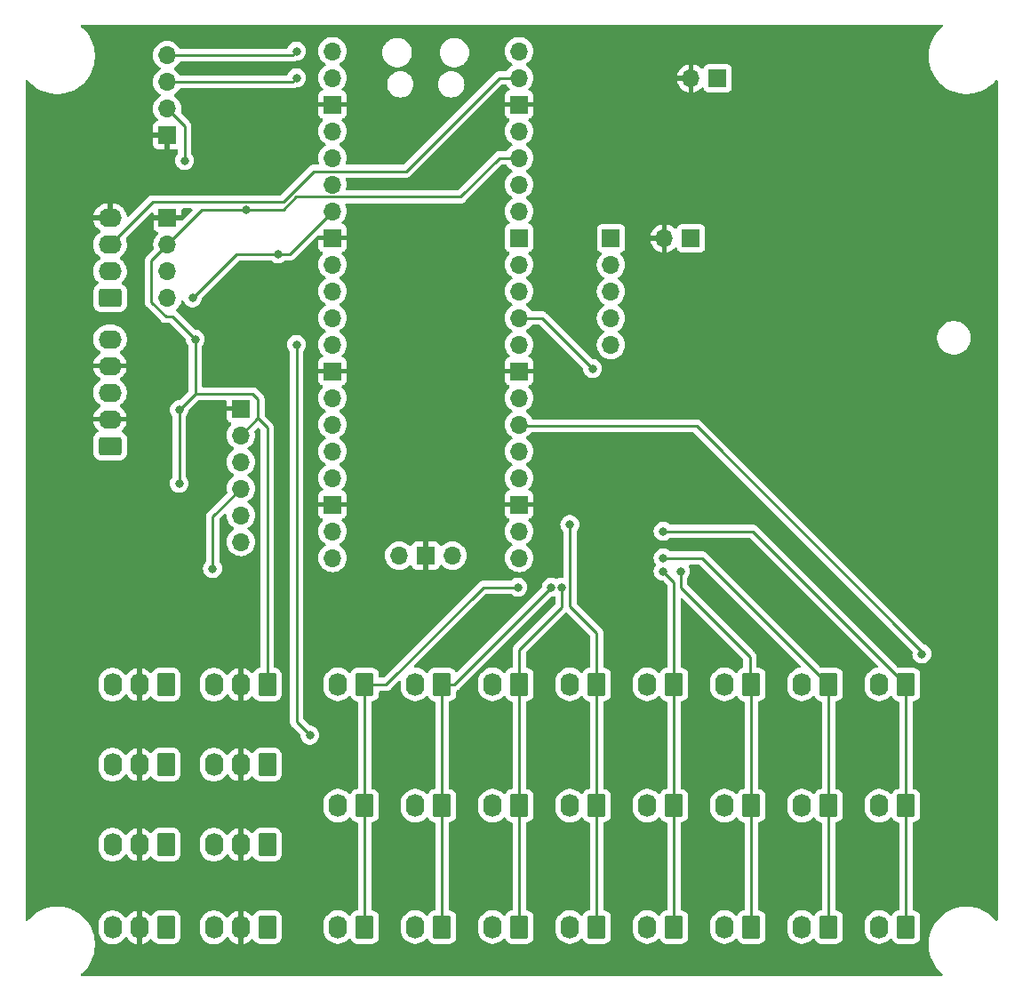
<source format=gbl>
%TF.GenerationSoftware,KiCad,Pcbnew,8.0.2*%
%TF.CreationDate,2024-05-29T13:58:31+02:00*%
%TF.ProjectId,porscheMuehk,706f7273-6368-4654-9d75-65686b2e6b69,rev?*%
%TF.SameCoordinates,Original*%
%TF.FileFunction,Copper,L2,Bot*%
%TF.FilePolarity,Positive*%
%FSLAX46Y46*%
G04 Gerber Fmt 4.6, Leading zero omitted, Abs format (unit mm)*
G04 Created by KiCad (PCBNEW 8.0.2) date 2024-05-29 13:58:31*
%MOMM*%
%LPD*%
G01*
G04 APERTURE LIST*
G04 Aperture macros list*
%AMRoundRect*
0 Rectangle with rounded corners*
0 $1 Rounding radius*
0 $2 $3 $4 $5 $6 $7 $8 $9 X,Y pos of 4 corners*
0 Add a 4 corners polygon primitive as box body*
4,1,4,$2,$3,$4,$5,$6,$7,$8,$9,$2,$3,0*
0 Add four circle primitives for the rounded corners*
1,1,$1+$1,$2,$3*
1,1,$1+$1,$4,$5*
1,1,$1+$1,$6,$7*
1,1,$1+$1,$8,$9*
0 Add four rect primitives between the rounded corners*
20,1,$1+$1,$2,$3,$4,$5,0*
20,1,$1+$1,$4,$5,$6,$7,0*
20,1,$1+$1,$6,$7,$8,$9,0*
20,1,$1+$1,$8,$9,$2,$3,0*%
G04 Aperture macros list end*
%TA.AperFunction,ComponentPad*%
%ADD10RoundRect,0.250000X0.620000X0.845000X-0.620000X0.845000X-0.620000X-0.845000X0.620000X-0.845000X0*%
%TD*%
%TA.AperFunction,ComponentPad*%
%ADD11O,1.740000X2.190000*%
%TD*%
%TA.AperFunction,ComponentPad*%
%ADD12R,1.700000X1.700000*%
%TD*%
%TA.AperFunction,ComponentPad*%
%ADD13O,1.700000X1.700000*%
%TD*%
%TA.AperFunction,ComponentPad*%
%ADD14RoundRect,0.250000X0.845000X-0.620000X0.845000X0.620000X-0.845000X0.620000X-0.845000X-0.620000X0*%
%TD*%
%TA.AperFunction,ComponentPad*%
%ADD15O,2.190000X1.740000*%
%TD*%
%TA.AperFunction,ViaPad*%
%ADD16C,0.800000*%
%TD*%
%TA.AperFunction,Conductor*%
%ADD17C,0.250000*%
%TD*%
G04 APERTURE END LIST*
D10*
%TO.P,J42,1,Pin_1*%
%TO.N,Net-(J26-Pin_1)*%
X91313000Y-106152000D03*
D11*
%TO.P,J42,2,Pin_2*%
%TO.N,Net-(D27-A)*%
X88773000Y-106152000D03*
%TD*%
D10*
%TO.P,J41,1,Pin_1*%
%TO.N,Net-(J25-Pin_1)*%
X83947000Y-106152000D03*
D11*
%TO.P,J41,2,Pin_2*%
%TO.N,Net-(D26-A)*%
X81407000Y-106152000D03*
%TD*%
D10*
%TO.P,J30,1,Pin_1*%
%TO.N,Net-(J22-Pin_1)*%
X61849000Y-94595000D03*
D11*
%TO.P,J30,2,Pin_2*%
%TO.N,Net-(D15-A)*%
X59309000Y-94595000D03*
%TD*%
D10*
%TO.P,J33,1,Pin_1*%
%TO.N,Net-(J25-Pin_1)*%
X83947000Y-94595000D03*
D11*
%TO.P,J33,2,Pin_2*%
%TO.N,Net-(D18-A)*%
X81407000Y-94595000D03*
%TD*%
D10*
%TO.P,J23,1,Pin_1*%
%TO.N,Net-(J23-Pin_1)*%
X69215000Y-83038000D03*
D11*
%TO.P,J23,2,Pin_2*%
%TO.N,Net-(D8-A)*%
X66675000Y-83038000D03*
%TD*%
D10*
%TO.P,J44,1,Pin_1*%
%TO.N,Net-(J28-Pin_1)*%
X106045000Y-106152000D03*
D11*
%TO.P,J44,2,Pin_2*%
%TO.N,Net-(D29-A)*%
X103505000Y-106152000D03*
%TD*%
D10*
%TO.P,J29,1,Pin_1*%
%TO.N,Net-(J21-Pin_1)*%
X54483000Y-94595000D03*
D11*
%TO.P,J29,2,Pin_2*%
%TO.N,Net-(D14-A)*%
X51943000Y-94595000D03*
%TD*%
D10*
%TO.P,J36,1,Pin_1*%
%TO.N,Net-(J28-Pin_1)*%
X106045000Y-94595000D03*
D11*
%TO.P,J36,2,Pin_2*%
%TO.N,Net-(D21-A)*%
X103505000Y-94595000D03*
%TD*%
D10*
%TO.P,J20,1,Pin_1*%
%TO.N,VCC*%
X45212000Y-83058000D03*
D11*
%TO.P,J20,2,Pin_2*%
%TO.N,GND*%
X42672000Y-83058000D03*
%TO.P,J20,3,Pin_3*%
%TO.N,/A7*%
X40132000Y-83058000D03*
%TD*%
D10*
%TO.P,J16,1,Pin_1*%
%TO.N,VCC*%
X35560000Y-83058000D03*
D11*
%TO.P,J16,2,Pin_2*%
%TO.N,GND*%
X33020000Y-83058000D03*
%TO.P,J16,3,Pin_3*%
%TO.N,/A3*%
X30480000Y-83058000D03*
%TD*%
D10*
%TO.P,J28,1,Pin_1*%
%TO.N,Net-(J28-Pin_1)*%
X106045000Y-83038000D03*
D11*
%TO.P,J28,2,Pin_2*%
%TO.N,Net-(D13-A)*%
X103505000Y-83038000D03*
%TD*%
D10*
%TO.P,J32,1,Pin_1*%
%TO.N,Net-(J24-Pin_1)*%
X76581000Y-94595000D03*
D11*
%TO.P,J32,2,Pin_2*%
%TO.N,Net-(D17-A)*%
X74041000Y-94595000D03*
%TD*%
D10*
%TO.P,J34,1,Pin_1*%
%TO.N,Net-(J26-Pin_1)*%
X91313000Y-94595000D03*
D11*
%TO.P,J34,2,Pin_2*%
%TO.N,Net-(D19-A)*%
X88773000Y-94595000D03*
%TD*%
D10*
%TO.P,J38,1,Pin_1*%
%TO.N,Net-(J22-Pin_1)*%
X61849000Y-106152000D03*
D11*
%TO.P,J38,2,Pin_2*%
%TO.N,Net-(D23-A)*%
X59309000Y-106152000D03*
%TD*%
D10*
%TO.P,J22,1,Pin_1*%
%TO.N,Net-(J22-Pin_1)*%
X61849000Y-83038000D03*
D11*
%TO.P,J22,2,Pin_2*%
%TO.N,Net-(D7-A)*%
X59309000Y-83038000D03*
%TD*%
D10*
%TO.P,J13,1,Pin_1*%
%TO.N,VCC*%
X35560000Y-106176000D03*
D11*
%TO.P,J13,2,Pin_2*%
%TO.N,GND*%
X33020000Y-106176000D03*
%TO.P,J13,3,Pin_3*%
%TO.N,/A0*%
X30480000Y-106176000D03*
%TD*%
D10*
%TO.P,J39,1,Pin_1*%
%TO.N,Net-(J23-Pin_1)*%
X69215000Y-106152000D03*
D11*
%TO.P,J39,2,Pin_2*%
%TO.N,Net-(D24-A)*%
X66675000Y-106152000D03*
%TD*%
D10*
%TO.P,J40,1,Pin_1*%
%TO.N,Net-(J24-Pin_1)*%
X76581000Y-106152000D03*
D11*
%TO.P,J40,2,Pin_2*%
%TO.N,Net-(D25-A)*%
X74041000Y-106152000D03*
%TD*%
D12*
%TO.P,J3,1,Pin_1*%
%TO.N,GND*%
X35712000Y-38608000D03*
D13*
%TO.P,J3,2,Pin_2*%
%TO.N,VCC*%
X35712000Y-41148000D03*
%TO.P,J3,3,Pin_3*%
%TO.N,/SDA*%
X35712000Y-43688000D03*
%TO.P,J3,4,Pin_4*%
%TO.N,/SCL*%
X35712000Y-46228000D03*
%TD*%
D10*
%TO.P,J31,1,Pin_1*%
%TO.N,Net-(J23-Pin_1)*%
X69215000Y-94595000D03*
D11*
%TO.P,J31,2,Pin_2*%
%TO.N,Net-(D16-A)*%
X66675000Y-94595000D03*
%TD*%
D10*
%TO.P,J26,1,Pin_1*%
%TO.N,Net-(J26-Pin_1)*%
X91313000Y-83038000D03*
D11*
%TO.P,J26,2,Pin_2*%
%TO.N,Net-(D11-A)*%
X88773000Y-83038000D03*
%TD*%
D10*
%TO.P,J35,1,Pin_1*%
%TO.N,Net-(J27-Pin_1)*%
X98679000Y-94595000D03*
D11*
%TO.P,J35,2,Pin_2*%
%TO.N,Net-(D20-A)*%
X96139000Y-94595000D03*
%TD*%
D10*
%TO.P,J14,1,Pin_1*%
%TO.N,VCC*%
X35560000Y-98298000D03*
D11*
%TO.P,J14,2,Pin_2*%
%TO.N,GND*%
X33020000Y-98298000D03*
%TO.P,J14,3,Pin_3*%
%TO.N,/A1*%
X30480000Y-98298000D03*
%TD*%
D10*
%TO.P,J25,1,Pin_1*%
%TO.N,Net-(J25-Pin_1)*%
X83947000Y-83038000D03*
D11*
%TO.P,J25,2,Pin_2*%
%TO.N,Net-(D10-A)*%
X81407000Y-83038000D03*
%TD*%
D12*
%TO.P,J1,1,Pin_1*%
%TO.N,GND*%
X35687000Y-30734000D03*
D13*
%TO.P,J1,2,Pin_2*%
%TO.N,VCC*%
X35687000Y-28194000D03*
%TO.P,J1,3,Pin_3*%
%TO.N,/UART-RX*%
X35687000Y-25654000D03*
%TO.P,J1,4,Pin_4*%
%TO.N,/UART-TX*%
X35687000Y-23114000D03*
%TD*%
D12*
%TO.P,J4,1,Pin_1*%
%TO.N,GND*%
X42697000Y-56769000D03*
D13*
%TO.P,J4,2,Pin_2*%
%TO.N,VCC*%
X42697000Y-59309000D03*
%TO.P,J4,3,Pin_3*%
%TO.N,/SPI-CLK*%
X42697000Y-61849000D03*
%TO.P,J4,4,Pin_4*%
%TO.N,/SPI-MOSI*%
X42697000Y-64389000D03*
%TO.P,J4,5,Pin_5*%
%TO.N,/SPI-MISO*%
X42697000Y-66929000D03*
%TO.P,J4,6,Pin_6*%
%TO.N,/SPI-OUT-CS*%
X42697000Y-69469000D03*
%TD*%
D10*
%TO.P,J19,1,Pin_1*%
%TO.N,VCC*%
X45212000Y-90678000D03*
D11*
%TO.P,J19,2,Pin_2*%
%TO.N,GND*%
X42672000Y-90678000D03*
%TO.P,J19,3,Pin_3*%
%TO.N,/A6*%
X40132000Y-90678000D03*
%TD*%
D10*
%TO.P,J21,1,Pin_1*%
%TO.N,Net-(J21-Pin_1)*%
X54483000Y-83038000D03*
D11*
%TO.P,J21,2,Pin_2*%
%TO.N,Net-(D6-A)*%
X51943000Y-83038000D03*
%TD*%
D14*
%TO.P,J2,1,Pin_1*%
%TO.N,/SCL*%
X30246000Y-46228000D03*
D15*
%TO.P,J2,2,Pin_2*%
%TO.N,/SDA*%
X30246000Y-43688000D03*
%TO.P,J2,3,Pin_3*%
%TO.N,+5V*%
X30246000Y-41148000D03*
%TO.P,J2,4,Pin_4*%
%TO.N,GND*%
X30246000Y-38608000D03*
%TD*%
D14*
%TO.P,J45,1,Pin_1*%
%TO.N,/ENCODER-BUTTON*%
X30246000Y-60325000D03*
D15*
%TO.P,J45,2,Pin_2*%
%TO.N,GND*%
X30246000Y-57785000D03*
%TO.P,J45,3,Pin_3*%
%TO.N,/ENCODER-DT*%
X30246000Y-55245000D03*
%TO.P,J45,4,Pin_4*%
%TO.N,GND*%
X30246000Y-52705000D03*
%TO.P,J45,5,Pin_5*%
%TO.N,/ENCODER-CLK*%
X30246000Y-50165000D03*
%TD*%
D10*
%TO.P,J27,1,Pin_1*%
%TO.N,Net-(J27-Pin_1)*%
X98679000Y-83038000D03*
D11*
%TO.P,J27,2,Pin_2*%
%TO.N,Net-(D12-A)*%
X96139000Y-83038000D03*
%TD*%
D12*
%TO.P,J5,1,Pin_1*%
%TO.N,Net-(J5-Pin_1)*%
X77958000Y-40543000D03*
D13*
%TO.P,J5,2,Pin_2*%
%TO.N,Net-(J5-Pin_2)*%
X77958000Y-43083000D03*
%TO.P,J5,3,Pin_3*%
%TO.N,Net-(J5-Pin_3)*%
X77958000Y-45623000D03*
%TO.P,J5,4,Pin_4*%
%TO.N,Net-(J5-Pin_4)*%
X77958000Y-48163000D03*
%TO.P,J5,5,Pin_5*%
%TO.N,Net-(J5-Pin_5)*%
X77958000Y-50703000D03*
%TD*%
D10*
%TO.P,J37,1,Pin_1*%
%TO.N,Net-(J21-Pin_1)*%
X54483000Y-106152000D03*
D11*
%TO.P,J37,2,Pin_2*%
%TO.N,Net-(D22-A)*%
X51943000Y-106152000D03*
%TD*%
D10*
%TO.P,J43,1,Pin_1*%
%TO.N,Net-(J27-Pin_1)*%
X98679000Y-106152000D03*
D11*
%TO.P,J43,2,Pin_2*%
%TO.N,Net-(D28-A)*%
X96139000Y-106152000D03*
%TD*%
D12*
%TO.P,J8,1,Pin_1*%
%TO.N,+5V*%
X88118000Y-25298000D03*
D13*
%TO.P,J8,2,Pin_2*%
%TO.N,GND*%
X85578000Y-25298000D03*
%TD*%
D10*
%TO.P,J18,1,Pin_1*%
%TO.N,VCC*%
X45212000Y-98298000D03*
D11*
%TO.P,J18,2,Pin_2*%
%TO.N,GND*%
X42672000Y-98298000D03*
%TO.P,J18,3,Pin_3*%
%TO.N,/A5*%
X40132000Y-98298000D03*
%TD*%
D12*
%TO.P,J7,1,Pin_1*%
%TO.N,VCC*%
X85578000Y-40538000D03*
D13*
%TO.P,J7,2,Pin_2*%
%TO.N,GND*%
X83038000Y-40538000D03*
%TD*%
%TO.P,U1,1,GPIO0*%
%TO.N,/UART-TX*%
X51423000Y-22733000D03*
%TO.P,U1,2,GPIO1*%
%TO.N,/UART-RX*%
X51423000Y-25273000D03*
D12*
%TO.P,U1,3,GND*%
%TO.N,GND*%
X51423000Y-27813000D03*
D13*
%TO.P,U1,4,GPIO2*%
%TO.N,/LED 0*%
X51423000Y-30353000D03*
%TO.P,U1,5,GPIO3*%
%TO.N,/LED 1*%
X51423000Y-32893000D03*
%TO.P,U1,6,GPIO4*%
%TO.N,/SDA*%
X51423000Y-35433000D03*
%TO.P,U1,7,GPIO5*%
%TO.N,/SCL*%
X51423000Y-37973000D03*
D12*
%TO.P,U1,8,GND*%
%TO.N,GND*%
X51423000Y-40513000D03*
D13*
%TO.P,U1,9,GPIO6*%
%TO.N,/ENCODER-CLK*%
X51423000Y-43053000D03*
%TO.P,U1,10,GPIO7*%
%TO.N,/ENCODER-DT*%
X51423000Y-45593000D03*
%TO.P,U1,11,GPIO8*%
%TO.N,/ENCODER-BUTTON*%
X51423000Y-48133000D03*
%TO.P,U1,12,GPIO9*%
%TO.N,/Column 1*%
X51423000Y-50673000D03*
D12*
%TO.P,U1,13,GND*%
%TO.N,GND*%
X51423000Y-53213000D03*
D13*
%TO.P,U1,14,GPIO10*%
%TO.N,/SPI-CLK*%
X51423000Y-55753000D03*
%TO.P,U1,15,GPIO11*%
%TO.N,/SPI-MOSI*%
X51423000Y-58293000D03*
%TO.P,U1,16,GPIO12*%
%TO.N,/SPI-MISO*%
X51423000Y-60833000D03*
%TO.P,U1,17,GPIO13*%
%TO.N,/SPI-OUT-CS*%
X51423000Y-63373000D03*
D12*
%TO.P,U1,18,GND*%
%TO.N,GND*%
X51423000Y-65913000D03*
D13*
%TO.P,U1,19,GPIO14*%
%TO.N,/AD-CS*%
X51423000Y-68453000D03*
%TO.P,U1,20,GPIO15*%
%TO.N,/Column 0*%
X51423000Y-70993000D03*
%TO.P,U1,21,GPIO16*%
%TO.N,/DEMUX-S0*%
X69203000Y-70993000D03*
%TO.P,U1,22,GPIO17*%
%TO.N,/DEMUX-S1*%
X69203000Y-68453000D03*
D12*
%TO.P,U1,23,GND*%
%TO.N,GND*%
X69203000Y-65913000D03*
D13*
%TO.P,U1,24,GPIO18*%
%TO.N,/DEMUX-S2*%
X69203000Y-63373000D03*
%TO.P,U1,25,GPIO19*%
%TO.N,/DEMUX-E*%
X69203000Y-60833000D03*
%TO.P,U1,26,GPIO20*%
%TO.N,/Column 2*%
X69203000Y-58293000D03*
%TO.P,U1,27,GPIO21*%
%TO.N,Net-(J5-Pin_5)*%
X69203000Y-55753000D03*
D12*
%TO.P,U1,28,GND*%
%TO.N,GND*%
X69203000Y-53213000D03*
D13*
%TO.P,U1,29,GPIO22*%
%TO.N,Net-(J5-Pin_4)*%
X69203000Y-50673000D03*
%TO.P,U1,30,RUN*%
%TO.N,/RESET-Switch*%
X69203000Y-48133000D03*
%TO.P,U1,31,GPIO26_ADC0*%
%TO.N,Net-(J5-Pin_3)*%
X69203000Y-45593000D03*
%TO.P,U1,32,GPIO27_ADC1*%
%TO.N,Net-(J5-Pin_2)*%
X69203000Y-43053000D03*
D12*
%TO.P,U1,33,AGND*%
%TO.N,unconnected-(U1-AGND-Pad33)*%
X69203000Y-40513000D03*
D13*
%TO.P,U1,34,GPIO28_ADC2*%
%TO.N,Net-(J5-Pin_1)*%
X69203000Y-37973000D03*
%TO.P,U1,35,ADC_VREF*%
%TO.N,unconnected-(U1-ADC_VREF-Pad35)*%
X69203000Y-35433000D03*
%TO.P,U1,36,3V3*%
%TO.N,VCC*%
X69203000Y-32893000D03*
%TO.P,U1,37,3V3_EN*%
%TO.N,unconnected-(U1-3V3_EN-Pad37)*%
X69203000Y-30353000D03*
D12*
%TO.P,U1,38,GND*%
%TO.N,GND*%
X69203000Y-27813000D03*
D13*
%TO.P,U1,39,VSYS*%
%TO.N,+5V*%
X69203000Y-25273000D03*
%TO.P,U1,40,VBUS*%
%TO.N,unconnected-(U1-VBUS-Pad40)*%
X69203000Y-22733000D03*
%TO.P,U1,41,SWCLK*%
%TO.N,unconnected-(U1-SWCLK-Pad41)*%
X57773000Y-70763000D03*
D12*
%TO.P,U1,42,GND*%
%TO.N,GND*%
X60313000Y-70763000D03*
D13*
%TO.P,U1,43,SWDIO*%
%TO.N,unconnected-(U1-SWDIO-Pad43)*%
X62853000Y-70763000D03*
%TD*%
D10*
%TO.P,J17,1,Pin_1*%
%TO.N,VCC*%
X45212000Y-106176000D03*
D11*
%TO.P,J17,2,Pin_2*%
%TO.N,GND*%
X42672000Y-106176000D03*
%TO.P,J17,3,Pin_3*%
%TO.N,/A4*%
X40132000Y-106176000D03*
%TD*%
D10*
%TO.P,J24,1,Pin_1*%
%TO.N,Net-(J24-Pin_1)*%
X76581000Y-83038000D03*
D11*
%TO.P,J24,2,Pin_2*%
%TO.N,Net-(D9-A)*%
X74041000Y-83038000D03*
%TD*%
D10*
%TO.P,J15,1,Pin_1*%
%TO.N,VCC*%
X35560000Y-90678000D03*
D11*
%TO.P,J15,2,Pin_2*%
%TO.N,GND*%
X33020000Y-90678000D03*
%TO.P,J15,3,Pin_3*%
%TO.N,/A2*%
X30480000Y-90678000D03*
%TD*%
D16*
%TO.N,VCC*%
X36830000Y-63902500D03*
X43180000Y-37846000D03*
X36830000Y-56896000D03*
X37338000Y-33147000D03*
X38354000Y-50165000D03*
%TO.N,GND*%
X82931000Y-63373000D03*
X100711000Y-79502000D03*
X93218000Y-79502000D03*
X40005000Y-74549000D03*
X63881000Y-79502000D03*
X83947000Y-60579000D03*
X109347000Y-78105000D03*
X80772000Y-74803000D03*
X56515000Y-79502000D03*
X71247000Y-79502000D03*
X78613000Y-79502000D03*
X85979000Y-79502000D03*
%TO.N,/UART-TX*%
X48006000Y-22733000D03*
%TO.N,/SCL*%
X46228000Y-42037000D03*
X38100000Y-46228000D03*
%TO.N,/UART-RX*%
X48006000Y-25273000D03*
%TO.N,/SPI-MOSI*%
X40005000Y-72009000D03*
%TO.N,/Column 1*%
X48006000Y-50673000D03*
X49276000Y-87884000D03*
%TO.N,/Column 2*%
X107569000Y-80137000D03*
%TO.N,/RESET-Switch*%
X76200000Y-52959000D03*
%TO.N,Net-(J28-Pin_1)*%
X82931000Y-68453000D03*
%TO.N,Net-(J21-Pin_1)*%
X69088000Y-73787000D03*
%TO.N,Net-(J22-Pin_1)*%
X72263000Y-73787000D03*
%TO.N,Net-(J25-Pin_1)*%
X82931000Y-72263000D03*
%TO.N,Net-(J23-Pin_1)*%
X73279000Y-73787000D03*
%TO.N,Net-(J24-Pin_1)*%
X74041000Y-67818000D03*
%TO.N,Net-(J26-Pin_1)*%
X84582000Y-72263000D03*
%TO.N,Net-(J27-Pin_1)*%
X82931000Y-70993000D03*
%TD*%
D17*
%TO.N,VCC*%
X47974000Y-36608000D02*
X46736000Y-37846000D01*
X43815000Y-55372000D02*
X38354000Y-55372000D01*
X34163000Y-46609000D02*
X34163000Y-42697000D01*
X44323000Y-57683000D02*
X44323000Y-55880000D01*
X67310000Y-32893000D02*
X63595000Y-36608000D01*
X37338000Y-29845000D02*
X35687000Y-28194000D01*
X38354000Y-55372000D02*
X38354000Y-50165000D01*
X38354000Y-50165000D02*
X36195000Y-48006000D01*
X39014000Y-37846000D02*
X35712000Y-41148000D01*
X63595000Y-36608000D02*
X47974000Y-36608000D01*
X36195000Y-48006000D02*
X35560000Y-48006000D01*
X45212000Y-61849000D02*
X45212000Y-58572000D01*
X46736000Y-37846000D02*
X43180000Y-37846000D01*
X34163000Y-42697000D02*
X35712000Y-41148000D01*
X43180000Y-37846000D02*
X39014000Y-37846000D01*
X37338000Y-33147000D02*
X37338000Y-29845000D01*
X69203000Y-32893000D02*
X67310000Y-32893000D01*
X42697000Y-59309000D02*
X44323000Y-57683000D01*
X36830000Y-56896000D02*
X38354000Y-55372000D01*
X36830000Y-63902500D02*
X36830000Y-56896000D01*
X44323000Y-55880000D02*
X43815000Y-55372000D01*
X45212000Y-58572000D02*
X44323000Y-57683000D01*
X35560000Y-48006000D02*
X34163000Y-46609000D01*
X45212000Y-83058000D02*
X45212000Y-61849000D01*
%TO.N,+5V*%
X34310000Y-37084000D02*
X46736000Y-37084000D01*
X46736000Y-37084000D02*
X49657000Y-34163000D01*
X67310000Y-25273000D02*
X69203000Y-25273000D01*
X58420000Y-34163000D02*
X67310000Y-25273000D01*
X30246000Y-41148000D02*
X34310000Y-37084000D01*
X49657000Y-34163000D02*
X58420000Y-34163000D01*
%TO.N,/UART-TX*%
X48006000Y-22733000D02*
X47625000Y-23114000D01*
X47625000Y-23114000D02*
X35687000Y-23114000D01*
%TO.N,/SCL*%
X46228000Y-42037000D02*
X47359000Y-42037000D01*
X47359000Y-42037000D02*
X51423000Y-37973000D01*
X42291000Y-42037000D02*
X38100000Y-46228000D01*
X46228000Y-42037000D02*
X42291000Y-42037000D01*
%TO.N,/UART-RX*%
X48006000Y-25273000D02*
X47625000Y-25654000D01*
X47625000Y-25654000D02*
X35687000Y-25654000D01*
%TO.N,/SPI-MOSI*%
X42697000Y-64389000D02*
X40005000Y-67081000D01*
X40005000Y-67081000D02*
X40005000Y-72009000D01*
%TO.N,/Column 1*%
X48006000Y-86614000D02*
X48006000Y-50673000D01*
X49276000Y-87884000D02*
X48006000Y-86614000D01*
%TO.N,/Column 2*%
X69330000Y-58420000D02*
X69203000Y-58293000D01*
X86106000Y-58420000D02*
X69330000Y-58420000D01*
X107569000Y-79883000D02*
X86106000Y-58420000D01*
X107569000Y-80137000D02*
X107569000Y-79883000D01*
%TO.N,/RESET-Switch*%
X71374000Y-48133000D02*
X69203000Y-48133000D01*
X76200000Y-52959000D02*
X71374000Y-48133000D01*
%TO.N,Net-(J28-Pin_1)*%
X106045000Y-106152000D02*
X106045000Y-94595000D01*
X91460000Y-68453000D02*
X106045000Y-83038000D01*
X106045000Y-94595000D02*
X106045000Y-83038000D01*
X82931000Y-68453000D02*
X91460000Y-68453000D01*
%TO.N,Net-(J21-Pin_1)*%
X65786000Y-73787000D02*
X56535000Y-83038000D01*
X56535000Y-83038000D02*
X54483000Y-83038000D01*
X54483000Y-106152000D02*
X54483000Y-94595000D01*
X69088000Y-73787000D02*
X65786000Y-73787000D01*
X54483000Y-94595000D02*
X54483000Y-83038000D01*
%TO.N,Net-(J22-Pin_1)*%
X72263000Y-73787000D02*
X72263000Y-73796305D01*
X63021305Y-83038000D02*
X61849000Y-83038000D01*
X61849000Y-94595000D02*
X61849000Y-106152000D01*
X72263000Y-73796305D02*
X63021305Y-83038000D01*
X61849000Y-83038000D02*
X61849000Y-94595000D01*
%TO.N,Net-(J25-Pin_1)*%
X83947000Y-94595000D02*
X83947000Y-106152000D01*
X83947000Y-83038000D02*
X83947000Y-94595000D01*
X82931000Y-72263000D02*
X83947000Y-73279000D01*
X83947000Y-73279000D02*
X83947000Y-83038000D01*
%TO.N,Net-(J23-Pin_1)*%
X73279000Y-73787000D02*
X73279000Y-75692000D01*
X73279000Y-75692000D02*
X69215000Y-79756000D01*
X69215000Y-94595000D02*
X69215000Y-83038000D01*
X69215000Y-106152000D02*
X69215000Y-94595000D01*
X69215000Y-79756000D02*
X69215000Y-83038000D01*
%TO.N,Net-(J24-Pin_1)*%
X76581000Y-78105000D02*
X76581000Y-83038000D01*
X76581000Y-94595000D02*
X76581000Y-83038000D01*
X74041000Y-75565000D02*
X76581000Y-78105000D01*
X76581000Y-106152000D02*
X76581000Y-94595000D01*
X74041000Y-67818000D02*
X74041000Y-75565000D01*
%TO.N,Net-(J26-Pin_1)*%
X91313000Y-94595000D02*
X91313000Y-83038000D01*
X91186000Y-82911000D02*
X91313000Y-83038000D01*
X91186000Y-80391000D02*
X91186000Y-82911000D01*
X84582000Y-73787000D02*
X91186000Y-80391000D01*
X91313000Y-106152000D02*
X91313000Y-94595000D01*
X84582000Y-72263000D02*
X84582000Y-73787000D01*
%TO.N,Net-(J27-Pin_1)*%
X98679000Y-83038000D02*
X98679000Y-94595000D01*
X86634000Y-70993000D02*
X98679000Y-83038000D01*
X98679000Y-94595000D02*
X98679000Y-106152000D01*
X82931000Y-70993000D02*
X86634000Y-70993000D01*
%TD*%
%TA.AperFunction,Conductor*%
%TO.N,GND*%
G36*
X38033587Y-37729185D02*
G01*
X38079342Y-37781989D01*
X38089286Y-37851147D01*
X38060261Y-37914703D01*
X38054229Y-37921181D01*
X37153728Y-38821681D01*
X37092405Y-38855166D01*
X37066047Y-38858000D01*
X36145012Y-38858000D01*
X36177925Y-38800993D01*
X36212000Y-38673826D01*
X36212000Y-38542174D01*
X36177925Y-38415007D01*
X36145012Y-38358000D01*
X37062000Y-38358000D01*
X37062000Y-37833500D01*
X37081685Y-37766461D01*
X37134489Y-37720706D01*
X37186000Y-37709500D01*
X37966548Y-37709500D01*
X38033587Y-37729185D01*
G37*
%TD.AperFunction*%
%TA.AperFunction,Conductor*%
G36*
X67994812Y-25918185D02*
G01*
X68029348Y-25951377D01*
X68164501Y-26144396D01*
X68164506Y-26144402D01*
X68286818Y-26266714D01*
X68320303Y-26328037D01*
X68315319Y-26397729D01*
X68273447Y-26453662D01*
X68242471Y-26470577D01*
X68110912Y-26519646D01*
X68110906Y-26519649D01*
X67995812Y-26605809D01*
X67995809Y-26605812D01*
X67909649Y-26720906D01*
X67909645Y-26720913D01*
X67859403Y-26855620D01*
X67859401Y-26855627D01*
X67853000Y-26915155D01*
X67853000Y-27563000D01*
X68758440Y-27563000D01*
X68727755Y-27616147D01*
X68693000Y-27745857D01*
X68693000Y-27880143D01*
X68727755Y-28009853D01*
X68758440Y-28063000D01*
X67853000Y-28063000D01*
X67853000Y-28710844D01*
X67859401Y-28770372D01*
X67859403Y-28770379D01*
X67909645Y-28905086D01*
X67909649Y-28905093D01*
X67995809Y-29020187D01*
X67995812Y-29020190D01*
X68110906Y-29106350D01*
X68110913Y-29106354D01*
X68242470Y-29155421D01*
X68298403Y-29197292D01*
X68322821Y-29262756D01*
X68307970Y-29331029D01*
X68286819Y-29359284D01*
X68164503Y-29481600D01*
X68028965Y-29675169D01*
X68028964Y-29675171D01*
X67929098Y-29889335D01*
X67929094Y-29889344D01*
X67867938Y-30117586D01*
X67867936Y-30117596D01*
X67847341Y-30352999D01*
X67847341Y-30353000D01*
X67867936Y-30588403D01*
X67867938Y-30588413D01*
X67929094Y-30816655D01*
X67929096Y-30816659D01*
X67929097Y-30816663D01*
X67980545Y-30926993D01*
X68028965Y-31030830D01*
X68028967Y-31030834D01*
X68164501Y-31224395D01*
X68164506Y-31224402D01*
X68331597Y-31391493D01*
X68331603Y-31391498D01*
X68517158Y-31521425D01*
X68560783Y-31576002D01*
X68567977Y-31645500D01*
X68536454Y-31707855D01*
X68517158Y-31724575D01*
X68331597Y-31854505D01*
X68164505Y-32021597D01*
X68029348Y-32214623D01*
X67974771Y-32258248D01*
X67927773Y-32267500D01*
X67248389Y-32267500D01*
X67187971Y-32279518D01*
X67144743Y-32288116D01*
X67127546Y-32291537D01*
X67013716Y-32338687D01*
X66911265Y-32407142D01*
X66911262Y-32407145D01*
X63372229Y-35946181D01*
X63310906Y-35979666D01*
X63284548Y-35982500D01*
X52835503Y-35982500D01*
X52768464Y-35962815D01*
X52722709Y-35910011D01*
X52712765Y-35840853D01*
X52715728Y-35826407D01*
X52730622Y-35770819D01*
X52758063Y-35668408D01*
X52778659Y-35433000D01*
X52758063Y-35197592D01*
X52696903Y-34969337D01*
X52694837Y-34964906D01*
X52684344Y-34895829D01*
X52712863Y-34832045D01*
X52771339Y-34793804D01*
X52807218Y-34788500D01*
X58481607Y-34788500D01*
X58542029Y-34776481D01*
X58602452Y-34764463D01*
X58602455Y-34764461D01*
X58602458Y-34764461D01*
X58635787Y-34750654D01*
X58635786Y-34750654D01*
X58635792Y-34750652D01*
X58716286Y-34717312D01*
X58767509Y-34683084D01*
X58818733Y-34648858D01*
X58905858Y-34561733D01*
X58905858Y-34561731D01*
X58916066Y-34551524D01*
X58916067Y-34551521D01*
X67532772Y-25934819D01*
X67594095Y-25901334D01*
X67620453Y-25898500D01*
X67927773Y-25898500D01*
X67994812Y-25918185D01*
G37*
%TD.AperFunction*%
%TA.AperFunction,Conductor*%
G36*
X109499882Y-20220185D02*
G01*
X109545637Y-20272989D01*
X109555581Y-20342147D01*
X109526556Y-20405703D01*
X109511508Y-20420353D01*
X109379130Y-20528992D01*
X109128992Y-20779130D01*
X108904568Y-21052592D01*
X108904558Y-21052606D01*
X108708028Y-21346734D01*
X108708017Y-21346752D01*
X108541264Y-21658723D01*
X108541262Y-21658728D01*
X108405882Y-21985563D01*
X108303188Y-22324104D01*
X108303185Y-22324115D01*
X108234176Y-22671053D01*
X108234173Y-22671070D01*
X108199500Y-23023122D01*
X108199500Y-23376877D01*
X108234173Y-23728929D01*
X108234176Y-23728946D01*
X108303185Y-24075884D01*
X108303188Y-24075895D01*
X108405882Y-24414436D01*
X108428423Y-24468855D01*
X108531906Y-24718685D01*
X108541262Y-24741271D01*
X108541264Y-24741276D01*
X108708017Y-25053247D01*
X108708028Y-25053265D01*
X108904558Y-25347393D01*
X108904568Y-25347407D01*
X109128992Y-25620869D01*
X109379130Y-25871007D01*
X109379135Y-25871011D01*
X109379136Y-25871012D01*
X109652598Y-26095436D01*
X109946741Y-26291976D01*
X109946750Y-26291981D01*
X109946752Y-26291982D01*
X110258723Y-26458735D01*
X110258725Y-26458735D01*
X110258731Y-26458739D01*
X110585565Y-26594118D01*
X110924095Y-26696809D01*
X110924101Y-26696810D01*
X110924104Y-26696811D01*
X110924115Y-26696814D01*
X111141674Y-26740088D01*
X111271060Y-26765825D01*
X111623119Y-26800500D01*
X111623122Y-26800500D01*
X111976878Y-26800500D01*
X111976881Y-26800500D01*
X112328940Y-26765825D01*
X112500679Y-26731663D01*
X112675884Y-26696814D01*
X112675895Y-26696811D01*
X112675895Y-26696810D01*
X112675905Y-26696809D01*
X113014435Y-26594118D01*
X113341269Y-26458739D01*
X113653259Y-26291976D01*
X113947402Y-26095436D01*
X114220864Y-25871012D01*
X114471012Y-25620864D01*
X114579647Y-25488490D01*
X114637392Y-25449157D01*
X114707237Y-25447286D01*
X114767005Y-25483473D01*
X114797721Y-25546229D01*
X114799500Y-25567156D01*
X114799500Y-105432843D01*
X114779815Y-105499882D01*
X114727011Y-105545637D01*
X114657853Y-105555581D01*
X114594297Y-105526556D01*
X114579647Y-105511508D01*
X114471007Y-105379130D01*
X114220869Y-105128992D01*
X113947407Y-104904568D01*
X113947406Y-104904567D01*
X113947402Y-104904564D01*
X113653259Y-104708024D01*
X113653254Y-104708021D01*
X113653247Y-104708017D01*
X113341276Y-104541264D01*
X113341271Y-104541262D01*
X113330827Y-104536936D01*
X113245543Y-104501610D01*
X113014436Y-104405882D01*
X112675895Y-104303188D01*
X112675884Y-104303185D01*
X112328946Y-104234176D01*
X112328929Y-104234173D01*
X112062700Y-104207952D01*
X111976881Y-104199500D01*
X111623119Y-104199500D01*
X111543748Y-104207317D01*
X111271070Y-104234173D01*
X111271053Y-104234176D01*
X110924115Y-104303185D01*
X110924104Y-104303188D01*
X110585563Y-104405882D01*
X110258728Y-104541262D01*
X110258723Y-104541264D01*
X109946752Y-104708017D01*
X109946734Y-104708028D01*
X109652606Y-104904558D01*
X109652592Y-104904568D01*
X109379130Y-105128992D01*
X109128992Y-105379130D01*
X108904568Y-105652592D01*
X108904558Y-105652606D01*
X108708028Y-105946734D01*
X108708017Y-105946752D01*
X108541264Y-106258723D01*
X108541262Y-106258728D01*
X108405882Y-106585563D01*
X108303188Y-106924104D01*
X108303185Y-106924115D01*
X108234176Y-107271053D01*
X108234173Y-107271070D01*
X108199500Y-107623122D01*
X108199500Y-107976877D01*
X108234173Y-108328929D01*
X108234176Y-108328946D01*
X108303185Y-108675884D01*
X108303188Y-108675895D01*
X108405882Y-109014436D01*
X108541262Y-109341271D01*
X108541264Y-109341276D01*
X108708017Y-109653247D01*
X108708028Y-109653265D01*
X108904558Y-109947393D01*
X108904568Y-109947407D01*
X109128992Y-110220869D01*
X109379130Y-110471007D01*
X109511508Y-110579647D01*
X109550842Y-110637392D01*
X109552713Y-110707237D01*
X109516525Y-110767005D01*
X109453770Y-110797721D01*
X109432843Y-110799500D01*
X27567157Y-110799500D01*
X27500118Y-110779815D01*
X27454363Y-110727011D01*
X27444419Y-110657853D01*
X27473444Y-110594297D01*
X27488492Y-110579647D01*
X27524220Y-110550324D01*
X27620864Y-110471012D01*
X27871012Y-110220864D01*
X28095436Y-109947402D01*
X28291976Y-109653259D01*
X28458739Y-109341269D01*
X28594118Y-109014435D01*
X28696809Y-108675905D01*
X28696811Y-108675895D01*
X28696814Y-108675884D01*
X28731663Y-108500679D01*
X28765825Y-108328940D01*
X28800500Y-107976881D01*
X28800500Y-107623119D01*
X28765825Y-107271060D01*
X28736231Y-107122280D01*
X28696814Y-106924115D01*
X28696811Y-106924104D01*
X28696810Y-106924101D01*
X28696809Y-106924095D01*
X28594118Y-106585565D01*
X28458739Y-106258731D01*
X28291976Y-105946741D01*
X28222747Y-105843133D01*
X29109500Y-105843133D01*
X29109500Y-106508866D01*
X29143245Y-106721922D01*
X29143246Y-106721926D01*
X29209908Y-106927089D01*
X29307843Y-107119299D01*
X29434641Y-107293821D01*
X29587179Y-107446359D01*
X29761701Y-107573157D01*
X29953911Y-107671092D01*
X30159074Y-107737754D01*
X30226796Y-107748480D01*
X30372134Y-107771500D01*
X30372139Y-107771500D01*
X30587866Y-107771500D01*
X30706230Y-107752752D01*
X30800926Y-107737754D01*
X31006089Y-107671092D01*
X31198299Y-107573157D01*
X31372821Y-107446359D01*
X31525359Y-107293821D01*
X31649991Y-107122279D01*
X31705321Y-107079614D01*
X31774934Y-107073635D01*
X31836729Y-107106241D01*
X31850627Y-107122279D01*
X31975025Y-107293496D01*
X31975025Y-107293497D01*
X32127502Y-107445974D01*
X32301963Y-107572728D01*
X32494098Y-107670627D01*
X32699190Y-107737266D01*
X32770000Y-107748481D01*
X32770000Y-106718709D01*
X32790339Y-106730452D01*
X32941667Y-106771000D01*
X33098333Y-106771000D01*
X33249661Y-106730452D01*
X33270000Y-106718709D01*
X33270000Y-107748480D01*
X33340809Y-107737266D01*
X33545901Y-107670627D01*
X33738036Y-107572728D01*
X33912493Y-107445977D01*
X34054578Y-107303892D01*
X34115901Y-107270407D01*
X34185593Y-107275391D01*
X34241527Y-107317262D01*
X34254640Y-107339165D01*
X34255181Y-107340325D01*
X34255185Y-107340331D01*
X34255186Y-107340334D01*
X34347288Y-107489656D01*
X34471344Y-107613712D01*
X34620666Y-107705814D01*
X34787203Y-107760999D01*
X34889991Y-107771500D01*
X36230008Y-107771499D01*
X36332797Y-107760999D01*
X36499334Y-107705814D01*
X36648656Y-107613712D01*
X36772712Y-107489656D01*
X36864814Y-107340334D01*
X36919999Y-107173797D01*
X36930500Y-107071009D01*
X36930499Y-105843133D01*
X38761500Y-105843133D01*
X38761500Y-106508866D01*
X38795245Y-106721922D01*
X38795246Y-106721926D01*
X38861908Y-106927089D01*
X38959843Y-107119299D01*
X39086641Y-107293821D01*
X39239179Y-107446359D01*
X39413701Y-107573157D01*
X39605911Y-107671092D01*
X39811074Y-107737754D01*
X39878796Y-107748480D01*
X40024134Y-107771500D01*
X40024139Y-107771500D01*
X40239866Y-107771500D01*
X40358230Y-107752752D01*
X40452926Y-107737754D01*
X40658089Y-107671092D01*
X40850299Y-107573157D01*
X41024821Y-107446359D01*
X41177359Y-107293821D01*
X41301991Y-107122279D01*
X41357321Y-107079614D01*
X41426934Y-107073635D01*
X41488729Y-107106241D01*
X41502627Y-107122279D01*
X41627025Y-107293496D01*
X41627025Y-107293497D01*
X41779502Y-107445974D01*
X41953963Y-107572728D01*
X42146098Y-107670627D01*
X42351190Y-107737266D01*
X42422000Y-107748481D01*
X42422000Y-106718709D01*
X42442339Y-106730452D01*
X42593667Y-106771000D01*
X42750333Y-106771000D01*
X42901661Y-106730452D01*
X42922000Y-106718709D01*
X42922000Y-107748480D01*
X42992809Y-107737266D01*
X43197901Y-107670627D01*
X43390036Y-107572728D01*
X43564493Y-107445977D01*
X43706578Y-107303892D01*
X43767901Y-107270407D01*
X43837593Y-107275391D01*
X43893527Y-107317262D01*
X43906640Y-107339165D01*
X43907181Y-107340325D01*
X43907185Y-107340331D01*
X43907186Y-107340334D01*
X43999288Y-107489656D01*
X44123344Y-107613712D01*
X44272666Y-107705814D01*
X44439203Y-107760999D01*
X44541991Y-107771500D01*
X45882008Y-107771499D01*
X45984797Y-107760999D01*
X46151334Y-107705814D01*
X46300656Y-107613712D01*
X46424712Y-107489656D01*
X46516814Y-107340334D01*
X46571999Y-107173797D01*
X46582500Y-107071009D01*
X46582499Y-105280992D01*
X46571999Y-105178203D01*
X46516814Y-105011666D01*
X46424712Y-104862344D01*
X46300656Y-104738288D01*
X46151334Y-104646186D01*
X45984797Y-104591001D01*
X45984795Y-104591000D01*
X45882010Y-104580500D01*
X44541998Y-104580500D01*
X44541981Y-104580501D01*
X44439203Y-104591000D01*
X44439200Y-104591001D01*
X44272668Y-104646185D01*
X44272663Y-104646187D01*
X44123342Y-104738289D01*
X43999289Y-104862342D01*
X43907182Y-105011672D01*
X43906638Y-105012840D01*
X43906051Y-105013505D01*
X43903395Y-105017813D01*
X43902658Y-105017358D01*
X43860461Y-105065275D01*
X43793266Y-105084422D01*
X43726387Y-105064201D01*
X43706579Y-105048107D01*
X43564497Y-104906025D01*
X43390036Y-104779271D01*
X43197899Y-104681372D01*
X42992805Y-104614733D01*
X42922000Y-104603518D01*
X42922000Y-105633290D01*
X42901661Y-105621548D01*
X42750333Y-105581000D01*
X42593667Y-105581000D01*
X42442339Y-105621548D01*
X42422000Y-105633290D01*
X42422000Y-104603518D01*
X42421999Y-104603518D01*
X42351194Y-104614733D01*
X42146100Y-104681372D01*
X41953963Y-104779271D01*
X41779503Y-104906025D01*
X41779502Y-104906025D01*
X41627024Y-105058503D01*
X41502627Y-105229720D01*
X41447296Y-105272385D01*
X41377683Y-105278364D01*
X41315888Y-105245758D01*
X41301991Y-105229720D01*
X41286719Y-105208700D01*
X41177359Y-105058179D01*
X41024821Y-104905641D01*
X40850299Y-104778843D01*
X40770705Y-104738288D01*
X40658091Y-104680909D01*
X40658090Y-104680908D01*
X40658089Y-104680908D01*
X40452926Y-104614246D01*
X40452924Y-104614245D01*
X40452922Y-104614245D01*
X40239866Y-104580500D01*
X40239861Y-104580500D01*
X40024139Y-104580500D01*
X40024134Y-104580500D01*
X39811077Y-104614245D01*
X39605908Y-104680909D01*
X39413700Y-104778843D01*
X39331808Y-104838342D01*
X39239179Y-104905641D01*
X39239177Y-104905643D01*
X39239176Y-104905643D01*
X39086643Y-105058176D01*
X39086643Y-105058177D01*
X39086641Y-105058179D01*
X39035195Y-105128988D01*
X38959843Y-105232700D01*
X38861909Y-105424908D01*
X38795245Y-105630077D01*
X38761500Y-105843133D01*
X36930499Y-105843133D01*
X36930499Y-105280992D01*
X36919999Y-105178203D01*
X36864814Y-105011666D01*
X36772712Y-104862344D01*
X36648656Y-104738288D01*
X36499334Y-104646186D01*
X36332797Y-104591001D01*
X36332795Y-104591000D01*
X36230010Y-104580500D01*
X34889998Y-104580500D01*
X34889981Y-104580501D01*
X34787203Y-104591000D01*
X34787200Y-104591001D01*
X34620668Y-104646185D01*
X34620663Y-104646187D01*
X34471342Y-104738289D01*
X34347289Y-104862342D01*
X34255182Y-105011672D01*
X34254638Y-105012840D01*
X34254051Y-105013505D01*
X34251395Y-105017813D01*
X34250658Y-105017358D01*
X34208461Y-105065275D01*
X34141266Y-105084422D01*
X34074387Y-105064201D01*
X34054579Y-105048107D01*
X33912497Y-104906025D01*
X33738036Y-104779271D01*
X33545899Y-104681372D01*
X33340805Y-104614733D01*
X33270000Y-104603518D01*
X33270000Y-105633290D01*
X33249661Y-105621548D01*
X33098333Y-105581000D01*
X32941667Y-105581000D01*
X32790339Y-105621548D01*
X32770000Y-105633290D01*
X32770000Y-104603518D01*
X32769999Y-104603518D01*
X32699194Y-104614733D01*
X32494100Y-104681372D01*
X32301963Y-104779271D01*
X32127503Y-104906025D01*
X32127502Y-104906025D01*
X31975024Y-105058503D01*
X31850627Y-105229720D01*
X31795296Y-105272385D01*
X31725683Y-105278364D01*
X31663888Y-105245758D01*
X31649991Y-105229720D01*
X31634719Y-105208700D01*
X31525359Y-105058179D01*
X31372821Y-104905641D01*
X31198299Y-104778843D01*
X31118705Y-104738288D01*
X31006091Y-104680909D01*
X31006090Y-104680908D01*
X31006089Y-104680908D01*
X30800926Y-104614246D01*
X30800924Y-104614245D01*
X30800922Y-104614245D01*
X30587866Y-104580500D01*
X30587861Y-104580500D01*
X30372139Y-104580500D01*
X30372134Y-104580500D01*
X30159077Y-104614245D01*
X29953908Y-104680909D01*
X29761700Y-104778843D01*
X29679808Y-104838342D01*
X29587179Y-104905641D01*
X29587177Y-104905643D01*
X29587176Y-104905643D01*
X29434643Y-105058176D01*
X29434643Y-105058177D01*
X29434641Y-105058179D01*
X29383195Y-105128988D01*
X29307843Y-105232700D01*
X29209909Y-105424908D01*
X29143245Y-105630077D01*
X29109500Y-105843133D01*
X28222747Y-105843133D01*
X28095436Y-105652598D01*
X27871012Y-105379136D01*
X27871011Y-105379135D01*
X27871007Y-105379130D01*
X27620869Y-105128992D01*
X27347407Y-104904568D01*
X27347406Y-104904567D01*
X27347402Y-104904564D01*
X27053259Y-104708024D01*
X27053254Y-104708021D01*
X27053247Y-104708017D01*
X26741276Y-104541264D01*
X26741271Y-104541262D01*
X26730827Y-104536936D01*
X26645543Y-104501610D01*
X26414436Y-104405882D01*
X26075895Y-104303188D01*
X26075884Y-104303185D01*
X25728946Y-104234176D01*
X25728929Y-104234173D01*
X25462700Y-104207952D01*
X25376881Y-104199500D01*
X25023119Y-104199500D01*
X24943748Y-104207317D01*
X24671070Y-104234173D01*
X24671053Y-104234176D01*
X24324115Y-104303185D01*
X24324104Y-104303188D01*
X23985563Y-104405882D01*
X23658728Y-104541262D01*
X23658723Y-104541264D01*
X23346752Y-104708017D01*
X23346734Y-104708028D01*
X23052606Y-104904558D01*
X23052592Y-104904568D01*
X22779130Y-105128992D01*
X22528992Y-105379130D01*
X22420353Y-105511508D01*
X22362608Y-105550842D01*
X22292763Y-105552713D01*
X22232995Y-105516525D01*
X22202279Y-105453770D01*
X22200500Y-105432843D01*
X22200500Y-97965133D01*
X29109500Y-97965133D01*
X29109500Y-98630866D01*
X29143245Y-98843922D01*
X29143246Y-98843926D01*
X29209908Y-99049089D01*
X29307843Y-99241299D01*
X29434641Y-99415821D01*
X29587179Y-99568359D01*
X29761701Y-99695157D01*
X29953911Y-99793092D01*
X30159074Y-99859754D01*
X30226796Y-99870480D01*
X30372134Y-99893500D01*
X30372139Y-99893500D01*
X30587866Y-99893500D01*
X30706230Y-99874752D01*
X30800926Y-99859754D01*
X31006089Y-99793092D01*
X31198299Y-99695157D01*
X31372821Y-99568359D01*
X31525359Y-99415821D01*
X31649991Y-99244279D01*
X31705321Y-99201614D01*
X31774934Y-99195635D01*
X31836729Y-99228241D01*
X31850627Y-99244279D01*
X31975025Y-99415496D01*
X31975025Y-99415497D01*
X32127502Y-99567974D01*
X32301963Y-99694728D01*
X32494098Y-99792627D01*
X32699190Y-99859266D01*
X32770000Y-99870481D01*
X32770000Y-98840709D01*
X32790339Y-98852452D01*
X32941667Y-98893000D01*
X33098333Y-98893000D01*
X33249661Y-98852452D01*
X33270000Y-98840709D01*
X33270000Y-99870480D01*
X33340809Y-99859266D01*
X33545901Y-99792627D01*
X33738036Y-99694728D01*
X33912493Y-99567977D01*
X34054578Y-99425892D01*
X34115901Y-99392407D01*
X34185593Y-99397391D01*
X34241527Y-99439262D01*
X34254640Y-99461165D01*
X34255181Y-99462325D01*
X34255185Y-99462331D01*
X34255186Y-99462334D01*
X34347288Y-99611656D01*
X34471344Y-99735712D01*
X34620666Y-99827814D01*
X34787203Y-99882999D01*
X34889991Y-99893500D01*
X36230008Y-99893499D01*
X36332797Y-99882999D01*
X36499334Y-99827814D01*
X36648656Y-99735712D01*
X36772712Y-99611656D01*
X36864814Y-99462334D01*
X36919999Y-99295797D01*
X36930500Y-99193009D01*
X36930499Y-97965133D01*
X38761500Y-97965133D01*
X38761500Y-98630866D01*
X38795245Y-98843922D01*
X38795246Y-98843926D01*
X38861908Y-99049089D01*
X38959843Y-99241299D01*
X39086641Y-99415821D01*
X39239179Y-99568359D01*
X39413701Y-99695157D01*
X39605911Y-99793092D01*
X39811074Y-99859754D01*
X39878796Y-99870480D01*
X40024134Y-99893500D01*
X40024139Y-99893500D01*
X40239866Y-99893500D01*
X40358230Y-99874752D01*
X40452926Y-99859754D01*
X40658089Y-99793092D01*
X40850299Y-99695157D01*
X41024821Y-99568359D01*
X41177359Y-99415821D01*
X41301991Y-99244279D01*
X41357321Y-99201614D01*
X41426934Y-99195635D01*
X41488729Y-99228241D01*
X41502627Y-99244279D01*
X41627025Y-99415496D01*
X41627025Y-99415497D01*
X41779502Y-99567974D01*
X41953963Y-99694728D01*
X42146098Y-99792627D01*
X42351190Y-99859266D01*
X42422000Y-99870481D01*
X42422000Y-98840709D01*
X42442339Y-98852452D01*
X42593667Y-98893000D01*
X42750333Y-98893000D01*
X42901661Y-98852452D01*
X42922000Y-98840709D01*
X42922000Y-99870480D01*
X42992809Y-99859266D01*
X43197901Y-99792627D01*
X43390036Y-99694728D01*
X43564493Y-99567977D01*
X43706578Y-99425892D01*
X43767901Y-99392407D01*
X43837593Y-99397391D01*
X43893527Y-99439262D01*
X43906640Y-99461165D01*
X43907181Y-99462325D01*
X43907185Y-99462331D01*
X43907186Y-99462334D01*
X43999288Y-99611656D01*
X44123344Y-99735712D01*
X44272666Y-99827814D01*
X44439203Y-99882999D01*
X44541991Y-99893500D01*
X45882008Y-99893499D01*
X45984797Y-99882999D01*
X46151334Y-99827814D01*
X46300656Y-99735712D01*
X46424712Y-99611656D01*
X46516814Y-99462334D01*
X46571999Y-99295797D01*
X46582500Y-99193009D01*
X46582499Y-97402992D01*
X46571999Y-97300203D01*
X46516814Y-97133666D01*
X46424712Y-96984344D01*
X46300656Y-96860288D01*
X46151334Y-96768186D01*
X45984797Y-96713001D01*
X45984795Y-96713000D01*
X45882010Y-96702500D01*
X44541998Y-96702500D01*
X44541981Y-96702501D01*
X44439203Y-96713000D01*
X44439200Y-96713001D01*
X44272668Y-96768185D01*
X44272663Y-96768187D01*
X44123342Y-96860289D01*
X43999289Y-96984342D01*
X43907182Y-97133672D01*
X43906638Y-97134840D01*
X43906051Y-97135505D01*
X43903395Y-97139813D01*
X43902658Y-97139358D01*
X43860461Y-97187275D01*
X43793266Y-97206422D01*
X43726387Y-97186201D01*
X43706579Y-97170107D01*
X43564497Y-97028025D01*
X43390036Y-96901271D01*
X43197899Y-96803372D01*
X42992805Y-96736733D01*
X42922000Y-96725518D01*
X42922000Y-97755290D01*
X42901661Y-97743548D01*
X42750333Y-97703000D01*
X42593667Y-97703000D01*
X42442339Y-97743548D01*
X42422000Y-97755290D01*
X42422000Y-96725518D01*
X42421999Y-96725518D01*
X42351194Y-96736733D01*
X42146100Y-96803372D01*
X41953963Y-96901271D01*
X41779503Y-97028025D01*
X41779502Y-97028025D01*
X41627024Y-97180503D01*
X41502627Y-97351720D01*
X41447296Y-97394385D01*
X41377683Y-97400364D01*
X41315888Y-97367758D01*
X41301991Y-97351720D01*
X41177359Y-97180179D01*
X41024821Y-97027641D01*
X40850299Y-96900843D01*
X40658089Y-96802908D01*
X40452926Y-96736246D01*
X40452924Y-96736245D01*
X40452922Y-96736245D01*
X40239866Y-96702500D01*
X40239861Y-96702500D01*
X40024139Y-96702500D01*
X40024134Y-96702500D01*
X39811077Y-96736245D01*
X39605908Y-96802909D01*
X39413700Y-96900843D01*
X39314129Y-96973186D01*
X39239179Y-97027641D01*
X39239177Y-97027643D01*
X39239176Y-97027643D01*
X39086643Y-97180176D01*
X39086643Y-97180177D01*
X39086641Y-97180179D01*
X39032186Y-97255129D01*
X38959843Y-97354700D01*
X38861909Y-97546908D01*
X38795245Y-97752077D01*
X38761500Y-97965133D01*
X36930499Y-97965133D01*
X36930499Y-97402992D01*
X36919999Y-97300203D01*
X36864814Y-97133666D01*
X36772712Y-96984344D01*
X36648656Y-96860288D01*
X36499334Y-96768186D01*
X36332797Y-96713001D01*
X36332795Y-96713000D01*
X36230010Y-96702500D01*
X34889998Y-96702500D01*
X34889981Y-96702501D01*
X34787203Y-96713000D01*
X34787200Y-96713001D01*
X34620668Y-96768185D01*
X34620663Y-96768187D01*
X34471342Y-96860289D01*
X34347289Y-96984342D01*
X34255182Y-97133672D01*
X34254638Y-97134840D01*
X34254051Y-97135505D01*
X34251395Y-97139813D01*
X34250658Y-97139358D01*
X34208461Y-97187275D01*
X34141266Y-97206422D01*
X34074387Y-97186201D01*
X34054579Y-97170107D01*
X33912497Y-97028025D01*
X33738036Y-96901271D01*
X33545899Y-96803372D01*
X33340805Y-96736733D01*
X33270000Y-96725518D01*
X33270000Y-97755290D01*
X33249661Y-97743548D01*
X33098333Y-97703000D01*
X32941667Y-97703000D01*
X32790339Y-97743548D01*
X32770000Y-97755290D01*
X32770000Y-96725518D01*
X32769999Y-96725518D01*
X32699194Y-96736733D01*
X32494100Y-96803372D01*
X32301963Y-96901271D01*
X32127503Y-97028025D01*
X32127502Y-97028025D01*
X31975024Y-97180503D01*
X31850627Y-97351720D01*
X31795296Y-97394385D01*
X31725683Y-97400364D01*
X31663888Y-97367758D01*
X31649991Y-97351720D01*
X31525359Y-97180179D01*
X31372821Y-97027641D01*
X31198299Y-96900843D01*
X31006089Y-96802908D01*
X30800926Y-96736246D01*
X30800924Y-96736245D01*
X30800922Y-96736245D01*
X30587866Y-96702500D01*
X30587861Y-96702500D01*
X30372139Y-96702500D01*
X30372134Y-96702500D01*
X30159077Y-96736245D01*
X29953908Y-96802909D01*
X29761700Y-96900843D01*
X29662129Y-96973186D01*
X29587179Y-97027641D01*
X29587177Y-97027643D01*
X29587176Y-97027643D01*
X29434643Y-97180176D01*
X29434643Y-97180177D01*
X29434641Y-97180179D01*
X29380186Y-97255129D01*
X29307843Y-97354700D01*
X29209909Y-97546908D01*
X29143245Y-97752077D01*
X29109500Y-97965133D01*
X22200500Y-97965133D01*
X22200500Y-90345133D01*
X29109500Y-90345133D01*
X29109500Y-91010866D01*
X29143245Y-91223922D01*
X29143246Y-91223926D01*
X29209908Y-91429089D01*
X29307843Y-91621299D01*
X29434641Y-91795821D01*
X29587179Y-91948359D01*
X29761701Y-92075157D01*
X29953911Y-92173092D01*
X30159074Y-92239754D01*
X30226796Y-92250480D01*
X30372134Y-92273500D01*
X30372139Y-92273500D01*
X30587866Y-92273500D01*
X30706230Y-92254752D01*
X30800926Y-92239754D01*
X31006089Y-92173092D01*
X31198299Y-92075157D01*
X31372821Y-91948359D01*
X31525359Y-91795821D01*
X31649991Y-91624279D01*
X31705321Y-91581614D01*
X31774934Y-91575635D01*
X31836729Y-91608241D01*
X31850627Y-91624279D01*
X31975025Y-91795496D01*
X31975025Y-91795497D01*
X32127502Y-91947974D01*
X32301963Y-92074728D01*
X32494098Y-92172627D01*
X32699190Y-92239266D01*
X32770000Y-92250481D01*
X32770000Y-91220709D01*
X32790339Y-91232452D01*
X32941667Y-91273000D01*
X33098333Y-91273000D01*
X33249661Y-91232452D01*
X33270000Y-91220709D01*
X33270000Y-92250480D01*
X33340809Y-92239266D01*
X33545901Y-92172627D01*
X33738036Y-92074728D01*
X33912493Y-91947977D01*
X34054578Y-91805892D01*
X34115901Y-91772407D01*
X34185593Y-91777391D01*
X34241527Y-91819262D01*
X34254640Y-91841165D01*
X34255181Y-91842325D01*
X34255185Y-91842331D01*
X34255186Y-91842334D01*
X34347288Y-91991656D01*
X34471344Y-92115712D01*
X34620666Y-92207814D01*
X34787203Y-92262999D01*
X34889991Y-92273500D01*
X36230008Y-92273499D01*
X36332797Y-92262999D01*
X36499334Y-92207814D01*
X36648656Y-92115712D01*
X36772712Y-91991656D01*
X36864814Y-91842334D01*
X36919999Y-91675797D01*
X36930500Y-91573009D01*
X36930499Y-90345133D01*
X38761500Y-90345133D01*
X38761500Y-91010866D01*
X38795245Y-91223922D01*
X38795246Y-91223926D01*
X38861908Y-91429089D01*
X38959843Y-91621299D01*
X39086641Y-91795821D01*
X39239179Y-91948359D01*
X39413701Y-92075157D01*
X39605911Y-92173092D01*
X39811074Y-92239754D01*
X39878796Y-92250480D01*
X40024134Y-92273500D01*
X40024139Y-92273500D01*
X40239866Y-92273500D01*
X40358230Y-92254752D01*
X40452926Y-92239754D01*
X40658089Y-92173092D01*
X40850299Y-92075157D01*
X41024821Y-91948359D01*
X41177359Y-91795821D01*
X41301991Y-91624279D01*
X41357321Y-91581614D01*
X41426934Y-91575635D01*
X41488729Y-91608241D01*
X41502627Y-91624279D01*
X41627025Y-91795496D01*
X41627025Y-91795497D01*
X41779502Y-91947974D01*
X41953963Y-92074728D01*
X42146098Y-92172627D01*
X42351190Y-92239266D01*
X42422000Y-92250481D01*
X42422000Y-91220709D01*
X42442339Y-91232452D01*
X42593667Y-91273000D01*
X42750333Y-91273000D01*
X42901661Y-91232452D01*
X42922000Y-91220709D01*
X42922000Y-92250480D01*
X42992809Y-92239266D01*
X43197901Y-92172627D01*
X43390036Y-92074728D01*
X43564493Y-91947977D01*
X43706578Y-91805892D01*
X43767901Y-91772407D01*
X43837593Y-91777391D01*
X43893527Y-91819262D01*
X43906640Y-91841165D01*
X43907181Y-91842325D01*
X43907185Y-91842331D01*
X43907186Y-91842334D01*
X43999288Y-91991656D01*
X44123344Y-92115712D01*
X44272666Y-92207814D01*
X44439203Y-92262999D01*
X44541991Y-92273500D01*
X45882008Y-92273499D01*
X45984797Y-92262999D01*
X46151334Y-92207814D01*
X46300656Y-92115712D01*
X46424712Y-91991656D01*
X46516814Y-91842334D01*
X46571999Y-91675797D01*
X46582500Y-91573009D01*
X46582499Y-89782992D01*
X46571999Y-89680203D01*
X46516814Y-89513666D01*
X46424712Y-89364344D01*
X46300656Y-89240288D01*
X46151334Y-89148186D01*
X45984797Y-89093001D01*
X45984795Y-89093000D01*
X45882010Y-89082500D01*
X44541998Y-89082500D01*
X44541981Y-89082501D01*
X44439203Y-89093000D01*
X44439200Y-89093001D01*
X44272668Y-89148185D01*
X44272663Y-89148187D01*
X44123342Y-89240289D01*
X43999289Y-89364342D01*
X43907182Y-89513672D01*
X43906638Y-89514840D01*
X43906051Y-89515505D01*
X43903395Y-89519813D01*
X43902658Y-89519358D01*
X43860461Y-89567275D01*
X43793266Y-89586422D01*
X43726387Y-89566201D01*
X43706579Y-89550107D01*
X43564497Y-89408025D01*
X43390036Y-89281271D01*
X43197899Y-89183372D01*
X42992805Y-89116733D01*
X42922000Y-89105518D01*
X42922000Y-90135290D01*
X42901661Y-90123548D01*
X42750333Y-90083000D01*
X42593667Y-90083000D01*
X42442339Y-90123548D01*
X42422000Y-90135290D01*
X42422000Y-89105518D01*
X42421999Y-89105518D01*
X42351194Y-89116733D01*
X42146100Y-89183372D01*
X41953963Y-89281271D01*
X41779503Y-89408025D01*
X41779502Y-89408025D01*
X41627024Y-89560503D01*
X41502627Y-89731720D01*
X41447296Y-89774385D01*
X41377683Y-89780364D01*
X41315888Y-89747758D01*
X41301991Y-89731720D01*
X41177359Y-89560179D01*
X41024821Y-89407641D01*
X40850299Y-89280843D01*
X40658089Y-89182908D01*
X40452926Y-89116246D01*
X40452924Y-89116245D01*
X40452922Y-89116245D01*
X40239866Y-89082500D01*
X40239861Y-89082500D01*
X40024139Y-89082500D01*
X40024134Y-89082500D01*
X39811077Y-89116245D01*
X39605908Y-89182909D01*
X39413700Y-89280843D01*
X39314129Y-89353186D01*
X39239179Y-89407641D01*
X39239177Y-89407643D01*
X39239176Y-89407643D01*
X39086643Y-89560176D01*
X39086643Y-89560177D01*
X39086641Y-89560179D01*
X39032186Y-89635129D01*
X38959843Y-89734700D01*
X38861909Y-89926908D01*
X38795245Y-90132077D01*
X38761500Y-90345133D01*
X36930499Y-90345133D01*
X36930499Y-89782992D01*
X36919999Y-89680203D01*
X36864814Y-89513666D01*
X36772712Y-89364344D01*
X36648656Y-89240288D01*
X36499334Y-89148186D01*
X36332797Y-89093001D01*
X36332795Y-89093000D01*
X36230010Y-89082500D01*
X34889998Y-89082500D01*
X34889981Y-89082501D01*
X34787203Y-89093000D01*
X34787200Y-89093001D01*
X34620668Y-89148185D01*
X34620663Y-89148187D01*
X34471342Y-89240289D01*
X34347289Y-89364342D01*
X34255182Y-89513672D01*
X34254638Y-89514840D01*
X34254051Y-89515505D01*
X34251395Y-89519813D01*
X34250658Y-89519358D01*
X34208461Y-89567275D01*
X34141266Y-89586422D01*
X34074387Y-89566201D01*
X34054579Y-89550107D01*
X33912497Y-89408025D01*
X33738036Y-89281271D01*
X33545899Y-89183372D01*
X33340805Y-89116733D01*
X33270000Y-89105518D01*
X33270000Y-90135290D01*
X33249661Y-90123548D01*
X33098333Y-90083000D01*
X32941667Y-90083000D01*
X32790339Y-90123548D01*
X32770000Y-90135290D01*
X32770000Y-89105518D01*
X32769999Y-89105518D01*
X32699194Y-89116733D01*
X32494100Y-89183372D01*
X32301963Y-89281271D01*
X32127503Y-89408025D01*
X32127502Y-89408025D01*
X31975024Y-89560503D01*
X31850627Y-89731720D01*
X31795296Y-89774385D01*
X31725683Y-89780364D01*
X31663888Y-89747758D01*
X31649991Y-89731720D01*
X31525359Y-89560179D01*
X31372821Y-89407641D01*
X31198299Y-89280843D01*
X31006089Y-89182908D01*
X30800926Y-89116246D01*
X30800924Y-89116245D01*
X30800922Y-89116245D01*
X30587866Y-89082500D01*
X30587861Y-89082500D01*
X30372139Y-89082500D01*
X30372134Y-89082500D01*
X30159077Y-89116245D01*
X29953908Y-89182909D01*
X29761700Y-89280843D01*
X29662129Y-89353186D01*
X29587179Y-89407641D01*
X29587177Y-89407643D01*
X29587176Y-89407643D01*
X29434643Y-89560176D01*
X29434643Y-89560177D01*
X29434641Y-89560179D01*
X29380186Y-89635129D01*
X29307843Y-89734700D01*
X29209909Y-89926908D01*
X29143245Y-90132077D01*
X29109500Y-90345133D01*
X22200500Y-90345133D01*
X22200500Y-82725133D01*
X29109500Y-82725133D01*
X29109500Y-83390866D01*
X29143245Y-83603922D01*
X29143246Y-83603926D01*
X29209908Y-83809089D01*
X29307843Y-84001299D01*
X29434641Y-84175821D01*
X29587179Y-84328359D01*
X29761701Y-84455157D01*
X29953911Y-84553092D01*
X30159074Y-84619754D01*
X30226796Y-84630480D01*
X30372134Y-84653500D01*
X30372139Y-84653500D01*
X30587866Y-84653500D01*
X30706230Y-84634752D01*
X30800926Y-84619754D01*
X31006089Y-84553092D01*
X31198299Y-84455157D01*
X31372821Y-84328359D01*
X31525359Y-84175821D01*
X31649991Y-84004279D01*
X31705321Y-83961614D01*
X31774934Y-83955635D01*
X31836729Y-83988241D01*
X31850627Y-84004279D01*
X31975025Y-84175496D01*
X31975025Y-84175497D01*
X32127502Y-84327974D01*
X32301963Y-84454728D01*
X32494098Y-84552627D01*
X32699190Y-84619266D01*
X32770000Y-84630481D01*
X32770000Y-83600709D01*
X32790339Y-83612452D01*
X32941667Y-83653000D01*
X33098333Y-83653000D01*
X33249661Y-83612452D01*
X33270000Y-83600709D01*
X33270000Y-84630480D01*
X33340809Y-84619266D01*
X33545901Y-84552627D01*
X33738036Y-84454728D01*
X33912493Y-84327977D01*
X34054578Y-84185892D01*
X34115901Y-84152407D01*
X34185593Y-84157391D01*
X34241527Y-84199262D01*
X34254640Y-84221165D01*
X34255181Y-84222325D01*
X34255185Y-84222331D01*
X34255186Y-84222334D01*
X34347288Y-84371656D01*
X34471344Y-84495712D01*
X34620666Y-84587814D01*
X34787203Y-84642999D01*
X34889991Y-84653500D01*
X36230008Y-84653499D01*
X36332797Y-84642999D01*
X36499334Y-84587814D01*
X36648656Y-84495712D01*
X36772712Y-84371656D01*
X36864814Y-84222334D01*
X36919999Y-84055797D01*
X36930500Y-83953009D01*
X36930499Y-82162992D01*
X36919999Y-82060203D01*
X36864814Y-81893666D01*
X36772712Y-81744344D01*
X36648656Y-81620288D01*
X36523204Y-81542909D01*
X36499336Y-81528187D01*
X36499331Y-81528185D01*
X36497862Y-81527698D01*
X36332797Y-81473001D01*
X36332795Y-81473000D01*
X36230010Y-81462500D01*
X34889998Y-81462500D01*
X34889981Y-81462501D01*
X34787203Y-81473000D01*
X34787200Y-81473001D01*
X34620668Y-81528185D01*
X34620663Y-81528187D01*
X34471342Y-81620289D01*
X34347289Y-81744342D01*
X34255182Y-81893672D01*
X34254638Y-81894840D01*
X34254051Y-81895505D01*
X34251395Y-81899813D01*
X34250658Y-81899358D01*
X34208461Y-81947275D01*
X34141266Y-81966422D01*
X34074387Y-81946201D01*
X34054579Y-81930107D01*
X33912497Y-81788025D01*
X33738036Y-81661271D01*
X33545899Y-81563372D01*
X33340805Y-81496733D01*
X33270000Y-81485518D01*
X33270000Y-82515290D01*
X33249661Y-82503548D01*
X33098333Y-82463000D01*
X32941667Y-82463000D01*
X32790339Y-82503548D01*
X32770000Y-82515290D01*
X32770000Y-81485518D01*
X32769999Y-81485518D01*
X32699194Y-81496733D01*
X32494100Y-81563372D01*
X32301963Y-81661271D01*
X32127503Y-81788025D01*
X32127502Y-81788025D01*
X31975024Y-81940503D01*
X31850627Y-82111720D01*
X31795296Y-82154385D01*
X31725683Y-82160364D01*
X31663888Y-82127758D01*
X31649991Y-82111720D01*
X31525359Y-81940179D01*
X31372821Y-81787641D01*
X31198299Y-81660843D01*
X31006089Y-81562908D01*
X30800926Y-81496246D01*
X30800924Y-81496245D01*
X30800922Y-81496245D01*
X30587866Y-81462500D01*
X30587861Y-81462500D01*
X30372139Y-81462500D01*
X30372134Y-81462500D01*
X30159077Y-81496245D01*
X29953908Y-81562909D01*
X29761700Y-81660843D01*
X29662129Y-81733186D01*
X29587179Y-81787641D01*
X29587177Y-81787643D01*
X29587176Y-81787643D01*
X29434643Y-81940176D01*
X29434643Y-81940177D01*
X29434641Y-81940179D01*
X29402618Y-81984255D01*
X29307843Y-82114700D01*
X29209909Y-82306908D01*
X29143245Y-82512077D01*
X29109500Y-82725133D01*
X22200500Y-82725133D01*
X22200500Y-50057133D01*
X28650500Y-50057133D01*
X28650500Y-50272866D01*
X28684245Y-50485922D01*
X28684246Y-50485926D01*
X28750908Y-50691089D01*
X28848843Y-50883299D01*
X28975641Y-51057821D01*
X29128179Y-51210359D01*
X29284712Y-51324087D01*
X29299720Y-51334991D01*
X29342385Y-51390321D01*
X29348364Y-51459935D01*
X29315758Y-51521730D01*
X29299720Y-51535627D01*
X29128503Y-51660024D01*
X28976025Y-51812502D01*
X28976025Y-51812503D01*
X28849271Y-51986963D01*
X28751372Y-52179098D01*
X28684733Y-52384190D01*
X28673519Y-52455000D01*
X29703291Y-52455000D01*
X29691548Y-52475339D01*
X29651000Y-52626667D01*
X29651000Y-52783333D01*
X29691548Y-52934661D01*
X29703291Y-52955000D01*
X28673519Y-52955000D01*
X28684733Y-53025809D01*
X28751372Y-53230901D01*
X28849271Y-53423036D01*
X28976025Y-53597496D01*
X28976025Y-53597497D01*
X29128502Y-53749974D01*
X29299720Y-53874372D01*
X29342385Y-53929702D01*
X29348364Y-53999316D01*
X29315758Y-54061110D01*
X29299720Y-54075008D01*
X29128177Y-54199642D01*
X28975643Y-54352176D01*
X28975643Y-54352177D01*
X28975641Y-54352179D01*
X28942829Y-54397341D01*
X28848843Y-54526700D01*
X28750909Y-54718908D01*
X28684245Y-54924077D01*
X28650500Y-55137133D01*
X28650500Y-55352866D01*
X28676591Y-55517596D01*
X28684246Y-55565926D01*
X28750908Y-55771089D01*
X28848843Y-55963299D01*
X28975641Y-56137821D01*
X29128179Y-56290359D01*
X29299720Y-56414991D01*
X29342385Y-56470321D01*
X29348364Y-56539935D01*
X29315758Y-56601730D01*
X29299720Y-56615627D01*
X29128503Y-56740024D01*
X28976025Y-56892502D01*
X28976025Y-56892503D01*
X28849271Y-57066963D01*
X28751372Y-57259098D01*
X28684733Y-57464190D01*
X28673519Y-57535000D01*
X29703291Y-57535000D01*
X29691548Y-57555339D01*
X29651000Y-57706667D01*
X29651000Y-57863333D01*
X29691548Y-58014661D01*
X29703291Y-58035000D01*
X28673519Y-58035000D01*
X28684733Y-58105809D01*
X28751372Y-58310901D01*
X28849271Y-58503036D01*
X28976025Y-58677496D01*
X28976025Y-58677497D01*
X29118107Y-58819579D01*
X29151592Y-58880902D01*
X29146608Y-58950594D01*
X29104736Y-59006527D01*
X29082840Y-59019638D01*
X29081672Y-59020182D01*
X28932342Y-59112289D01*
X28808289Y-59236342D01*
X28716187Y-59385663D01*
X28716186Y-59385666D01*
X28661001Y-59552203D01*
X28661001Y-59552204D01*
X28661000Y-59552204D01*
X28650500Y-59654983D01*
X28650500Y-60995001D01*
X28650501Y-60995018D01*
X28661000Y-61097796D01*
X28661001Y-61097799D01*
X28716185Y-61264331D01*
X28716187Y-61264336D01*
X28736127Y-61296664D01*
X28808288Y-61413656D01*
X28932344Y-61537712D01*
X29081666Y-61629814D01*
X29248203Y-61684999D01*
X29350991Y-61695500D01*
X31141008Y-61695499D01*
X31243797Y-61684999D01*
X31410334Y-61629814D01*
X31559656Y-61537712D01*
X31683712Y-61413656D01*
X31775814Y-61264334D01*
X31830999Y-61097797D01*
X31841500Y-60995009D01*
X31841499Y-59654992D01*
X31830999Y-59552203D01*
X31775814Y-59385666D01*
X31683712Y-59236344D01*
X31559656Y-59112288D01*
X31410334Y-59020186D01*
X31410332Y-59020185D01*
X31410325Y-59020181D01*
X31409165Y-59019640D01*
X31408503Y-59019057D01*
X31404187Y-59016395D01*
X31404642Y-59015657D01*
X31356727Y-58973466D01*
X31337577Y-58906272D01*
X31357795Y-58839392D01*
X31373892Y-58819578D01*
X31515977Y-58677493D01*
X31642728Y-58503036D01*
X31740627Y-58310901D01*
X31807266Y-58105809D01*
X31818481Y-58035000D01*
X30788709Y-58035000D01*
X30800452Y-58014661D01*
X30841000Y-57863333D01*
X30841000Y-57706667D01*
X30800452Y-57555339D01*
X30788709Y-57535000D01*
X31818481Y-57535000D01*
X31807266Y-57464190D01*
X31740627Y-57259098D01*
X31642728Y-57066963D01*
X31515974Y-56892503D01*
X31515974Y-56892502D01*
X31363497Y-56740025D01*
X31192279Y-56615627D01*
X31149614Y-56560297D01*
X31143635Y-56490683D01*
X31176241Y-56428888D01*
X31192280Y-56414991D01*
X31363821Y-56290359D01*
X31516359Y-56137821D01*
X31643157Y-55963299D01*
X31741092Y-55771089D01*
X31807754Y-55565926D01*
X31834962Y-55394141D01*
X31841500Y-55352866D01*
X31841500Y-55137133D01*
X31807754Y-54924077D01*
X31807754Y-54924074D01*
X31741092Y-54718911D01*
X31643157Y-54526701D01*
X31516359Y-54352179D01*
X31363821Y-54199641D01*
X31192279Y-54075008D01*
X31149614Y-54019678D01*
X31143635Y-53950064D01*
X31176241Y-53888269D01*
X31192280Y-53874372D01*
X31363491Y-53749979D01*
X31363497Y-53749974D01*
X31515974Y-53597497D01*
X31515974Y-53597496D01*
X31642728Y-53423036D01*
X31740627Y-53230901D01*
X31807266Y-53025809D01*
X31818481Y-52955000D01*
X30788709Y-52955000D01*
X30800452Y-52934661D01*
X30841000Y-52783333D01*
X30841000Y-52626667D01*
X30800452Y-52475339D01*
X30788709Y-52455000D01*
X31818481Y-52455000D01*
X31807266Y-52384190D01*
X31740627Y-52179098D01*
X31642728Y-51986963D01*
X31515974Y-51812503D01*
X31515974Y-51812502D01*
X31363497Y-51660025D01*
X31192279Y-51535627D01*
X31149614Y-51480297D01*
X31143635Y-51410683D01*
X31176241Y-51348888D01*
X31192280Y-51334991D01*
X31207288Y-51324087D01*
X31363821Y-51210359D01*
X31516359Y-51057821D01*
X31643157Y-50883299D01*
X31741092Y-50691089D01*
X31807754Y-50485926D01*
X31822752Y-50391230D01*
X31841500Y-50272866D01*
X31841500Y-50057133D01*
X31814846Y-49888851D01*
X31807754Y-49844074D01*
X31741092Y-49638911D01*
X31643157Y-49446701D01*
X31516359Y-49272179D01*
X31363821Y-49119641D01*
X31189299Y-48992843D01*
X30997089Y-48894908D01*
X30791926Y-48828246D01*
X30791924Y-48828245D01*
X30791922Y-48828245D01*
X30578866Y-48794500D01*
X30578861Y-48794500D01*
X29913139Y-48794500D01*
X29913134Y-48794500D01*
X29700077Y-48828245D01*
X29494908Y-48894909D01*
X29302700Y-48992843D01*
X29245501Y-49034401D01*
X29128179Y-49119641D01*
X29128177Y-49119643D01*
X29128176Y-49119643D01*
X28975643Y-49272176D01*
X28975643Y-49272177D01*
X28975641Y-49272179D01*
X28952626Y-49303857D01*
X28848843Y-49446700D01*
X28750909Y-49638908D01*
X28684245Y-49844077D01*
X28650500Y-50057133D01*
X22200500Y-50057133D01*
X22200500Y-41040133D01*
X28650500Y-41040133D01*
X28650500Y-41255866D01*
X28679803Y-41440876D01*
X28684246Y-41468926D01*
X28750908Y-41674089D01*
X28848843Y-41866299D01*
X28975641Y-42040821D01*
X29128179Y-42193359D01*
X29153286Y-42211600D01*
X29299294Y-42317682D01*
X29341959Y-42373012D01*
X29347938Y-42442626D01*
X29315332Y-42504421D01*
X29299294Y-42518318D01*
X29245938Y-42557084D01*
X29128179Y-42642641D01*
X29128177Y-42642643D01*
X29128176Y-42642643D01*
X28975643Y-42795176D01*
X28975643Y-42795177D01*
X28975641Y-42795179D01*
X28937565Y-42847586D01*
X28848843Y-42969700D01*
X28750909Y-43161908D01*
X28684245Y-43367077D01*
X28650500Y-43580133D01*
X28650500Y-43795866D01*
X28675609Y-43954395D01*
X28684246Y-44008926D01*
X28750908Y-44214089D01*
X28848843Y-44406299D01*
X28975641Y-44580821D01*
X28975643Y-44580823D01*
X29117624Y-44722804D01*
X29151109Y-44784127D01*
X29146125Y-44853819D01*
X29104253Y-44909752D01*
X29082360Y-44922861D01*
X29081677Y-44923179D01*
X28932342Y-45015289D01*
X28808289Y-45139342D01*
X28716187Y-45288663D01*
X28716185Y-45288668D01*
X28693676Y-45356597D01*
X28661001Y-45455203D01*
X28661001Y-45455204D01*
X28661000Y-45455204D01*
X28650500Y-45557983D01*
X28650500Y-46898001D01*
X28650501Y-46898018D01*
X28661000Y-47000796D01*
X28661001Y-47000799D01*
X28701994Y-47124505D01*
X28716186Y-47167334D01*
X28808288Y-47316656D01*
X28932344Y-47440712D01*
X29081666Y-47532814D01*
X29248203Y-47587999D01*
X29350991Y-47598500D01*
X31141008Y-47598499D01*
X31243797Y-47587999D01*
X31410334Y-47532814D01*
X31559656Y-47440712D01*
X31683712Y-47316656D01*
X31775814Y-47167334D01*
X31830999Y-47000797D01*
X31841500Y-46898009D01*
X31841499Y-45557992D01*
X31830999Y-45455203D01*
X31775814Y-45288666D01*
X31683712Y-45139344D01*
X31559656Y-45015288D01*
X31410334Y-44923186D01*
X31410326Y-44923181D01*
X31409645Y-44922864D01*
X31409256Y-44922521D01*
X31404187Y-44919395D01*
X31404721Y-44918528D01*
X31357208Y-44876688D01*
X31338060Y-44809494D01*
X31358280Y-44742614D01*
X31374366Y-44722813D01*
X31516359Y-44580821D01*
X31643157Y-44406299D01*
X31741092Y-44214089D01*
X31807754Y-44008926D01*
X31822752Y-43914230D01*
X31841500Y-43795866D01*
X31841500Y-43580133D01*
X31807754Y-43367077D01*
X31807754Y-43367074D01*
X31741092Y-43161911D01*
X31643157Y-42969701D01*
X31516359Y-42795179D01*
X31363821Y-42642641D01*
X31192704Y-42518317D01*
X31150040Y-42462988D01*
X31144061Y-42393374D01*
X31176667Y-42331580D01*
X31192702Y-42317684D01*
X31363821Y-42193359D01*
X31516359Y-42040821D01*
X31643157Y-41866299D01*
X31741092Y-41674089D01*
X31807754Y-41468926D01*
X31824355Y-41364110D01*
X31841500Y-41255866D01*
X31841500Y-41040133D01*
X31810594Y-40845007D01*
X31807754Y-40827074D01*
X31743870Y-40630463D01*
X31741876Y-40560625D01*
X31774119Y-40504469D01*
X34150320Y-38128268D01*
X34211642Y-38094785D01*
X34281334Y-38099769D01*
X34337267Y-38141641D01*
X34361684Y-38207105D01*
X34362000Y-38215951D01*
X34362000Y-38358000D01*
X35278988Y-38358000D01*
X35246075Y-38415007D01*
X35212000Y-38542174D01*
X35212000Y-38673826D01*
X35246075Y-38800993D01*
X35278988Y-38858000D01*
X34362000Y-38858000D01*
X34362000Y-39505844D01*
X34368401Y-39565372D01*
X34368403Y-39565379D01*
X34418645Y-39700086D01*
X34418649Y-39700093D01*
X34504809Y-39815187D01*
X34504812Y-39815190D01*
X34619906Y-39901350D01*
X34619913Y-39901354D01*
X34751470Y-39950421D01*
X34807403Y-39992292D01*
X34831821Y-40057756D01*
X34816970Y-40126029D01*
X34795819Y-40154284D01*
X34673503Y-40276600D01*
X34537965Y-40470169D01*
X34537964Y-40470171D01*
X34438098Y-40684335D01*
X34438094Y-40684344D01*
X34376938Y-40912586D01*
X34376936Y-40912596D01*
X34356341Y-41147999D01*
X34356341Y-41148000D01*
X34376936Y-41383403D01*
X34376938Y-41383413D01*
X34403856Y-41483872D01*
X34402193Y-41553722D01*
X34371762Y-41603646D01*
X34066444Y-41908965D01*
X33764270Y-42211139D01*
X33764267Y-42211142D01*
X33720704Y-42254704D01*
X33677142Y-42298266D01*
X33665403Y-42315834D01*
X33653743Y-42333286D01*
X33625757Y-42375169D01*
X33608684Y-42400720D01*
X33575347Y-42481207D01*
X33575347Y-42481208D01*
X33561537Y-42514547D01*
X33561536Y-42514550D01*
X33561279Y-42515843D01*
X33560751Y-42518500D01*
X33540667Y-42619474D01*
X33537500Y-42635394D01*
X33537500Y-46670606D01*
X33561532Y-46791425D01*
X33561538Y-46791455D01*
X33561539Y-46791459D01*
X33568693Y-46808728D01*
X33568694Y-46808734D01*
X33568695Y-46808734D01*
X33608686Y-46905283D01*
X33608687Y-46905285D01*
X33608688Y-46905286D01*
X33637669Y-46948657D01*
X33637670Y-46948660D01*
X33677138Y-47007728D01*
X33677139Y-47007729D01*
X33677142Y-47007733D01*
X33764267Y-47094858D01*
X33764269Y-47094859D01*
X33771335Y-47101925D01*
X33771334Y-47101925D01*
X33771337Y-47101927D01*
X35074141Y-48404732D01*
X35074142Y-48404733D01*
X35141319Y-48471910D01*
X35161268Y-48491859D01*
X35263707Y-48560307D01*
X35263713Y-48560310D01*
X35263714Y-48560311D01*
X35377548Y-48607463D01*
X35434836Y-48618858D01*
X35498391Y-48631499D01*
X35498392Y-48631500D01*
X35498393Y-48631500D01*
X35498394Y-48631500D01*
X35884548Y-48631500D01*
X35951587Y-48651185D01*
X35972229Y-48667819D01*
X37415038Y-50110628D01*
X37448523Y-50171951D01*
X37450678Y-50185347D01*
X37456353Y-50239335D01*
X37468326Y-50353256D01*
X37468327Y-50353259D01*
X37526818Y-50533277D01*
X37526821Y-50533284D01*
X37621467Y-50697216D01*
X37664772Y-50745310D01*
X37696650Y-50780715D01*
X37726880Y-50843706D01*
X37728500Y-50863687D01*
X37728500Y-55061547D01*
X37708815Y-55128586D01*
X37692181Y-55149228D01*
X36882229Y-55959181D01*
X36820906Y-55992666D01*
X36794548Y-55995500D01*
X36735354Y-55995500D01*
X36725945Y-55997500D01*
X36550197Y-56034855D01*
X36550192Y-56034857D01*
X36377270Y-56111848D01*
X36377265Y-56111851D01*
X36224129Y-56223111D01*
X36097466Y-56363785D01*
X36002821Y-56527715D01*
X36002818Y-56527722D01*
X35945811Y-56703174D01*
X35944326Y-56707744D01*
X35924540Y-56896000D01*
X35944326Y-57084256D01*
X35944327Y-57084259D01*
X36002818Y-57264277D01*
X36002821Y-57264284D01*
X36097467Y-57428216D01*
X36140772Y-57476310D01*
X36172650Y-57511715D01*
X36202880Y-57574706D01*
X36204500Y-57594687D01*
X36204500Y-63203812D01*
X36184815Y-63270851D01*
X36172650Y-63286784D01*
X36097466Y-63370284D01*
X36002821Y-63534215D01*
X36002818Y-63534222D01*
X35945325Y-63711169D01*
X35944326Y-63714244D01*
X35924540Y-63902500D01*
X35944326Y-64090756D01*
X35944327Y-64090759D01*
X36002818Y-64270777D01*
X36002821Y-64270784D01*
X36097467Y-64434716D01*
X36198600Y-64547035D01*
X36224129Y-64575388D01*
X36377265Y-64686648D01*
X36377270Y-64686651D01*
X36550192Y-64763642D01*
X36550197Y-64763644D01*
X36735354Y-64803000D01*
X36735355Y-64803000D01*
X36924644Y-64803000D01*
X36924646Y-64803000D01*
X37109803Y-64763644D01*
X37282730Y-64686651D01*
X37435871Y-64575388D01*
X37562533Y-64434716D01*
X37657179Y-64270784D01*
X37715674Y-64090756D01*
X37735460Y-63902500D01*
X37715674Y-63714244D01*
X37657179Y-63534216D01*
X37562533Y-63370284D01*
X37544720Y-63350501D01*
X37487350Y-63286784D01*
X37457120Y-63223792D01*
X37455500Y-63203812D01*
X37455500Y-57594687D01*
X37475185Y-57527648D01*
X37487350Y-57511715D01*
X37505891Y-57491122D01*
X37562533Y-57428216D01*
X37657179Y-57264284D01*
X37715674Y-57084256D01*
X37733321Y-56916344D01*
X37759904Y-56851734D01*
X37768951Y-56841639D01*
X38576772Y-56033819D01*
X38638095Y-56000334D01*
X38664453Y-55997500D01*
X41223000Y-55997500D01*
X41290039Y-56017185D01*
X41335794Y-56069989D01*
X41347000Y-56121500D01*
X41347000Y-56519000D01*
X42263988Y-56519000D01*
X42231075Y-56576007D01*
X42197000Y-56703174D01*
X42197000Y-56834826D01*
X42231075Y-56961993D01*
X42263988Y-57019000D01*
X41347000Y-57019000D01*
X41347000Y-57666844D01*
X41353401Y-57726372D01*
X41353403Y-57726379D01*
X41403645Y-57861086D01*
X41403649Y-57861093D01*
X41489809Y-57976187D01*
X41489812Y-57976190D01*
X41604906Y-58062350D01*
X41604913Y-58062354D01*
X41736470Y-58111421D01*
X41792403Y-58153292D01*
X41816821Y-58218756D01*
X41801970Y-58287029D01*
X41780819Y-58315284D01*
X41658503Y-58437600D01*
X41522965Y-58631169D01*
X41522964Y-58631171D01*
X41423098Y-58845335D01*
X41423094Y-58845344D01*
X41361938Y-59073586D01*
X41361936Y-59073596D01*
X41341341Y-59308999D01*
X41341341Y-59309000D01*
X41361936Y-59544403D01*
X41361938Y-59544413D01*
X41423094Y-59772655D01*
X41423096Y-59772659D01*
X41423097Y-59772663D01*
X41433283Y-59794506D01*
X41522965Y-59986830D01*
X41522967Y-59986834D01*
X41658501Y-60180395D01*
X41658506Y-60180402D01*
X41825597Y-60347493D01*
X41825603Y-60347498D01*
X42011158Y-60477425D01*
X42054783Y-60532002D01*
X42061977Y-60601500D01*
X42030454Y-60663855D01*
X42011158Y-60680575D01*
X41825597Y-60810505D01*
X41658505Y-60977597D01*
X41522965Y-61171169D01*
X41522964Y-61171171D01*
X41423098Y-61385335D01*
X41423094Y-61385344D01*
X41361938Y-61613586D01*
X41361936Y-61613596D01*
X41341341Y-61848999D01*
X41341341Y-61849000D01*
X41361936Y-62084403D01*
X41361938Y-62084413D01*
X41423094Y-62312655D01*
X41423096Y-62312659D01*
X41423097Y-62312663D01*
X41433283Y-62334506D01*
X41522965Y-62526830D01*
X41522967Y-62526834D01*
X41658501Y-62720395D01*
X41658506Y-62720402D01*
X41825597Y-62887493D01*
X41825603Y-62887498D01*
X42011158Y-63017425D01*
X42054783Y-63072002D01*
X42061977Y-63141500D01*
X42030454Y-63203855D01*
X42011158Y-63220575D01*
X41825597Y-63350505D01*
X41658505Y-63517597D01*
X41522965Y-63711169D01*
X41522964Y-63711171D01*
X41423098Y-63925335D01*
X41423094Y-63925344D01*
X41361938Y-64153586D01*
X41361936Y-64153596D01*
X41341341Y-64388999D01*
X41341341Y-64389000D01*
X41361936Y-64624403D01*
X41361938Y-64624413D01*
X41388856Y-64724872D01*
X41387193Y-64794722D01*
X41356762Y-64844646D01*
X39606270Y-66595139D01*
X39519144Y-66682264D01*
X39519138Y-66682272D01*
X39450692Y-66784705D01*
X39450684Y-66784719D01*
X39427403Y-66840929D01*
X39417347Y-66865207D01*
X39415208Y-66870372D01*
X39403537Y-66898545D01*
X39403535Y-66898553D01*
X39379500Y-67019389D01*
X39379500Y-71310312D01*
X39359815Y-71377351D01*
X39347650Y-71393284D01*
X39272466Y-71476784D01*
X39177821Y-71640715D01*
X39177818Y-71640722D01*
X39125581Y-71801493D01*
X39119326Y-71820744D01*
X39099540Y-72009000D01*
X39119326Y-72197256D01*
X39119327Y-72197259D01*
X39177818Y-72377277D01*
X39177821Y-72377284D01*
X39272467Y-72541216D01*
X39353559Y-72631277D01*
X39399129Y-72681888D01*
X39552265Y-72793148D01*
X39552270Y-72793151D01*
X39725192Y-72870142D01*
X39725197Y-72870144D01*
X39910354Y-72909500D01*
X39910355Y-72909500D01*
X40099644Y-72909500D01*
X40099646Y-72909500D01*
X40284803Y-72870144D01*
X40457730Y-72793151D01*
X40610871Y-72681888D01*
X40737533Y-72541216D01*
X40832179Y-72377284D01*
X40890674Y-72197256D01*
X40910460Y-72009000D01*
X40890674Y-71820744D01*
X40832179Y-71640716D01*
X40737533Y-71476784D01*
X40719409Y-71456655D01*
X40662350Y-71393284D01*
X40632120Y-71330292D01*
X40630500Y-71310312D01*
X40630500Y-67391451D01*
X40650185Y-67324412D01*
X40666815Y-67303774D01*
X41129660Y-66840928D01*
X41190983Y-66807444D01*
X41260675Y-66812428D01*
X41316608Y-66854300D01*
X41341025Y-66919764D01*
X41341341Y-66928610D01*
X41341341Y-66929000D01*
X41361936Y-67164403D01*
X41361938Y-67164413D01*
X41423094Y-67392655D01*
X41423096Y-67392659D01*
X41423097Y-67392663D01*
X41515983Y-67591857D01*
X41522965Y-67606830D01*
X41522967Y-67606834D01*
X41631281Y-67761521D01*
X41644298Y-67780112D01*
X41658501Y-67800395D01*
X41658506Y-67800402D01*
X41825597Y-67967493D01*
X41825603Y-67967498D01*
X42011158Y-68097425D01*
X42054783Y-68152002D01*
X42061977Y-68221500D01*
X42030454Y-68283855D01*
X42011158Y-68300575D01*
X41825597Y-68430505D01*
X41658505Y-68597597D01*
X41522965Y-68791169D01*
X41522964Y-68791171D01*
X41423098Y-69005335D01*
X41423094Y-69005344D01*
X41361938Y-69233586D01*
X41361936Y-69233596D01*
X41341341Y-69468999D01*
X41341341Y-69469000D01*
X41361936Y-69704403D01*
X41361938Y-69704413D01*
X41423094Y-69932655D01*
X41423096Y-69932659D01*
X41423097Y-69932663D01*
X41515983Y-70131857D01*
X41522965Y-70146830D01*
X41522967Y-70146834D01*
X41597306Y-70253000D01*
X41658505Y-70340401D01*
X41825599Y-70507495D01*
X41856790Y-70529335D01*
X42019165Y-70643032D01*
X42019167Y-70643033D01*
X42019170Y-70643035D01*
X42233337Y-70742903D01*
X42461592Y-70804063D01*
X42649918Y-70820539D01*
X42696999Y-70824659D01*
X42697000Y-70824659D01*
X42697001Y-70824659D01*
X42736234Y-70821226D01*
X42932408Y-70804063D01*
X43160663Y-70742903D01*
X43374830Y-70643035D01*
X43568401Y-70507495D01*
X43735495Y-70340401D01*
X43871035Y-70146830D01*
X43970903Y-69932663D01*
X44032063Y-69704408D01*
X44052659Y-69469000D01*
X44032063Y-69233592D01*
X43970903Y-69005337D01*
X43871035Y-68791171D01*
X43799084Y-68688413D01*
X43735494Y-68597597D01*
X43568402Y-68430506D01*
X43568396Y-68430501D01*
X43382842Y-68300575D01*
X43339217Y-68245998D01*
X43332023Y-68176500D01*
X43363546Y-68114145D01*
X43382842Y-68097425D01*
X43438310Y-68058586D01*
X43568401Y-67967495D01*
X43735495Y-67800401D01*
X43871035Y-67606830D01*
X43970903Y-67392663D01*
X44032063Y-67164408D01*
X44052659Y-66929000D01*
X44049994Y-66898545D01*
X44040035Y-66784714D01*
X44032063Y-66693592D01*
X43970903Y-66465337D01*
X43871035Y-66251171D01*
X43809298Y-66163000D01*
X43735494Y-66057597D01*
X43568402Y-65890506D01*
X43568396Y-65890501D01*
X43382842Y-65760575D01*
X43339217Y-65705998D01*
X43332023Y-65636500D01*
X43363546Y-65574145D01*
X43382842Y-65557425D01*
X43553748Y-65437755D01*
X43568401Y-65427495D01*
X43735495Y-65260401D01*
X43871035Y-65066830D01*
X43970903Y-64852663D01*
X44032063Y-64624408D01*
X44052659Y-64389000D01*
X44032063Y-64153592D01*
X43970903Y-63925337D01*
X43871035Y-63711171D01*
X43799084Y-63608413D01*
X43735494Y-63517597D01*
X43568402Y-63350506D01*
X43568396Y-63350501D01*
X43382842Y-63220575D01*
X43339217Y-63165998D01*
X43332023Y-63096500D01*
X43363546Y-63034145D01*
X43382842Y-63017425D01*
X43537210Y-62909335D01*
X43568401Y-62887495D01*
X43735495Y-62720401D01*
X43871035Y-62526830D01*
X43970903Y-62312663D01*
X44032063Y-62084408D01*
X44052659Y-61849000D01*
X44032063Y-61613592D01*
X43970903Y-61385337D01*
X43871035Y-61171171D01*
X43819659Y-61097797D01*
X43735494Y-60977597D01*
X43568402Y-60810506D01*
X43568396Y-60810501D01*
X43382842Y-60680575D01*
X43339217Y-60625998D01*
X43332023Y-60556500D01*
X43363546Y-60494145D01*
X43382842Y-60477425D01*
X43537210Y-60369335D01*
X43568401Y-60347495D01*
X43735495Y-60180401D01*
X43871035Y-59986830D01*
X43970903Y-59772663D01*
X44032063Y-59544408D01*
X44052659Y-59309000D01*
X44032063Y-59073592D01*
X44005143Y-58973125D01*
X44006806Y-58903276D01*
X44037235Y-58853353D01*
X44235321Y-58655267D01*
X44296641Y-58621785D01*
X44366333Y-58626769D01*
X44410680Y-58655270D01*
X44550181Y-58794771D01*
X44583666Y-58856094D01*
X44586500Y-58882452D01*
X44586500Y-81345975D01*
X44566815Y-81413014D01*
X44514011Y-81458769D01*
X44475104Y-81469333D01*
X44439201Y-81473001D01*
X44439200Y-81473001D01*
X44272668Y-81528185D01*
X44272663Y-81528187D01*
X44123342Y-81620289D01*
X43999289Y-81744342D01*
X43907182Y-81893672D01*
X43906638Y-81894840D01*
X43906051Y-81895505D01*
X43903395Y-81899813D01*
X43902658Y-81899358D01*
X43860461Y-81947275D01*
X43793266Y-81966422D01*
X43726387Y-81946201D01*
X43706579Y-81930107D01*
X43564497Y-81788025D01*
X43390036Y-81661271D01*
X43197899Y-81563372D01*
X42992805Y-81496733D01*
X42922000Y-81485518D01*
X42922000Y-82515290D01*
X42901661Y-82503548D01*
X42750333Y-82463000D01*
X42593667Y-82463000D01*
X42442339Y-82503548D01*
X42422000Y-82515290D01*
X42422000Y-81485518D01*
X42421999Y-81485518D01*
X42351194Y-81496733D01*
X42146100Y-81563372D01*
X41953963Y-81661271D01*
X41779503Y-81788025D01*
X41779502Y-81788025D01*
X41627024Y-81940503D01*
X41502627Y-82111720D01*
X41447296Y-82154385D01*
X41377683Y-82160364D01*
X41315888Y-82127758D01*
X41301991Y-82111720D01*
X41177359Y-81940179D01*
X41024821Y-81787641D01*
X40850299Y-81660843D01*
X40658089Y-81562908D01*
X40452926Y-81496246D01*
X40452924Y-81496245D01*
X40452922Y-81496245D01*
X40239866Y-81462500D01*
X40239861Y-81462500D01*
X40024139Y-81462500D01*
X40024134Y-81462500D01*
X39811077Y-81496245D01*
X39605908Y-81562909D01*
X39413700Y-81660843D01*
X39314129Y-81733186D01*
X39239179Y-81787641D01*
X39239177Y-81787643D01*
X39239176Y-81787643D01*
X39086643Y-81940176D01*
X39086643Y-81940177D01*
X39086641Y-81940179D01*
X39054618Y-81984255D01*
X38959843Y-82114700D01*
X38861909Y-82306908D01*
X38795245Y-82512077D01*
X38761500Y-82725133D01*
X38761500Y-83390866D01*
X38795245Y-83603922D01*
X38795246Y-83603926D01*
X38861908Y-83809089D01*
X38959843Y-84001299D01*
X39086641Y-84175821D01*
X39239179Y-84328359D01*
X39413701Y-84455157D01*
X39605911Y-84553092D01*
X39811074Y-84619754D01*
X39878796Y-84630480D01*
X40024134Y-84653500D01*
X40024139Y-84653500D01*
X40239866Y-84653500D01*
X40358230Y-84634752D01*
X40452926Y-84619754D01*
X40658089Y-84553092D01*
X40850299Y-84455157D01*
X41024821Y-84328359D01*
X41177359Y-84175821D01*
X41301991Y-84004279D01*
X41357321Y-83961614D01*
X41426934Y-83955635D01*
X41488729Y-83988241D01*
X41502627Y-84004279D01*
X41627025Y-84175496D01*
X41627025Y-84175497D01*
X41779502Y-84327974D01*
X41953963Y-84454728D01*
X42146098Y-84552627D01*
X42351190Y-84619266D01*
X42422000Y-84630481D01*
X42422000Y-83600709D01*
X42442339Y-83612452D01*
X42593667Y-83653000D01*
X42750333Y-83653000D01*
X42901661Y-83612452D01*
X42922000Y-83600709D01*
X42922000Y-84630480D01*
X42992809Y-84619266D01*
X43197901Y-84552627D01*
X43390036Y-84454728D01*
X43564493Y-84327977D01*
X43706578Y-84185892D01*
X43767901Y-84152407D01*
X43837593Y-84157391D01*
X43893527Y-84199262D01*
X43906640Y-84221165D01*
X43907181Y-84222325D01*
X43907185Y-84222331D01*
X43907186Y-84222334D01*
X43999288Y-84371656D01*
X44123344Y-84495712D01*
X44272666Y-84587814D01*
X44439203Y-84642999D01*
X44541991Y-84653500D01*
X45882008Y-84653499D01*
X45984797Y-84642999D01*
X46151334Y-84587814D01*
X46300656Y-84495712D01*
X46424712Y-84371656D01*
X46516814Y-84222334D01*
X46571999Y-84055797D01*
X46582500Y-83953009D01*
X46582499Y-82162992D01*
X46571999Y-82060203D01*
X46516814Y-81893666D01*
X46424712Y-81744344D01*
X46300656Y-81620288D01*
X46175204Y-81542909D01*
X46151336Y-81528187D01*
X46151331Y-81528185D01*
X46149862Y-81527698D01*
X45984797Y-81473001D01*
X45984795Y-81473000D01*
X45948896Y-81469333D01*
X45884205Y-81442936D01*
X45844054Y-81385755D01*
X45837500Y-81345975D01*
X45837500Y-58510393D01*
X45837499Y-58510389D01*
X45836036Y-58503036D01*
X45813463Y-58389548D01*
X45779892Y-58308500D01*
X45773471Y-58292999D01*
X45766314Y-58275719D01*
X45766313Y-58275717D01*
X45762830Y-58270505D01*
X45740651Y-58237311D01*
X45728253Y-58218756D01*
X45697858Y-58173266D01*
X45607637Y-58083045D01*
X45607606Y-58083016D01*
X44984819Y-57460229D01*
X44951334Y-57398906D01*
X44948500Y-57372548D01*
X44948500Y-55818393D01*
X44948499Y-55818389D01*
X44935493Y-55753000D01*
X44924463Y-55697548D01*
X44877311Y-55583714D01*
X44877310Y-55583713D01*
X44877307Y-55583707D01*
X44808859Y-55481268D01*
X44808858Y-55481267D01*
X44721733Y-55394142D01*
X44721732Y-55394141D01*
X44307927Y-54980337D01*
X44307925Y-54980334D01*
X44307925Y-54980335D01*
X44300858Y-54973268D01*
X44300858Y-54973267D01*
X44213733Y-54886142D01*
X44213732Y-54886141D01*
X44213731Y-54886140D01*
X44162509Y-54851915D01*
X44111287Y-54817689D01*
X44111286Y-54817688D01*
X44111283Y-54817686D01*
X44111280Y-54817685D01*
X44030792Y-54784347D01*
X43997453Y-54770537D01*
X43987427Y-54768543D01*
X43937029Y-54758518D01*
X43876610Y-54746500D01*
X43876607Y-54746500D01*
X43876606Y-54746500D01*
X39103500Y-54746500D01*
X39036461Y-54726815D01*
X38990706Y-54674011D01*
X38979500Y-54622500D01*
X38979500Y-50863687D01*
X38999185Y-50796648D01*
X39011350Y-50780715D01*
X39029891Y-50760122D01*
X39086533Y-50697216D01*
X39100514Y-50673000D01*
X47100540Y-50673000D01*
X47120326Y-50861256D01*
X47120327Y-50861259D01*
X47178818Y-51041277D01*
X47178821Y-51041284D01*
X47273467Y-51205216D01*
X47278100Y-51210361D01*
X47348650Y-51288715D01*
X47378880Y-51351706D01*
X47380500Y-51371687D01*
X47380500Y-86675611D01*
X47404535Y-86796444D01*
X47404540Y-86796461D01*
X47451685Y-86910280D01*
X47451690Y-86910289D01*
X47485914Y-86961507D01*
X47485915Y-86961509D01*
X47520141Y-87012733D01*
X47611586Y-87104178D01*
X47611608Y-87104198D01*
X48337038Y-87829628D01*
X48370523Y-87890951D01*
X48372678Y-87904347D01*
X48380139Y-87975338D01*
X48390326Y-88072256D01*
X48390327Y-88072259D01*
X48448818Y-88252277D01*
X48448821Y-88252284D01*
X48543467Y-88416216D01*
X48670129Y-88556888D01*
X48823265Y-88668148D01*
X48823270Y-88668151D01*
X48996192Y-88745142D01*
X48996197Y-88745144D01*
X49181354Y-88784500D01*
X49181355Y-88784500D01*
X49370644Y-88784500D01*
X49370646Y-88784500D01*
X49555803Y-88745144D01*
X49728730Y-88668151D01*
X49881871Y-88556888D01*
X50008533Y-88416216D01*
X50103179Y-88252284D01*
X50161674Y-88072256D01*
X50181460Y-87884000D01*
X50161674Y-87695744D01*
X50103179Y-87515716D01*
X50008533Y-87351784D01*
X49881871Y-87211112D01*
X49881870Y-87211111D01*
X49728734Y-87099851D01*
X49728729Y-87099848D01*
X49555807Y-87022857D01*
X49555802Y-87022855D01*
X49410001Y-86991865D01*
X49370646Y-86983500D01*
X49370645Y-86983500D01*
X49311452Y-86983500D01*
X49244413Y-86963815D01*
X49223771Y-86947181D01*
X48667819Y-86391229D01*
X48634334Y-86329906D01*
X48631500Y-86303548D01*
X48631500Y-82705133D01*
X50572500Y-82705133D01*
X50572500Y-83370866D01*
X50606245Y-83583922D01*
X50606246Y-83583926D01*
X50672908Y-83789089D01*
X50770843Y-83981299D01*
X50897641Y-84155821D01*
X51050179Y-84308359D01*
X51224701Y-84435157D01*
X51416911Y-84533092D01*
X51622074Y-84599754D01*
X51701973Y-84612408D01*
X51835134Y-84633500D01*
X51835139Y-84633500D01*
X52050866Y-84633500D01*
X52169230Y-84614752D01*
X52263926Y-84599754D01*
X52469089Y-84533092D01*
X52661299Y-84435157D01*
X52835821Y-84308359D01*
X52977807Y-84166372D01*
X53039126Y-84132890D01*
X53108818Y-84137874D01*
X53164752Y-84179745D01*
X53177864Y-84201645D01*
X53178181Y-84202326D01*
X53178186Y-84202334D01*
X53270288Y-84351656D01*
X53394344Y-84475712D01*
X53543666Y-84567814D01*
X53710203Y-84622999D01*
X53746102Y-84626666D01*
X53810793Y-84653061D01*
X53850945Y-84710241D01*
X53857500Y-84750024D01*
X53857500Y-92882975D01*
X53837815Y-92950014D01*
X53785011Y-92995769D01*
X53746104Y-93006333D01*
X53710201Y-93010001D01*
X53710200Y-93010001D01*
X53543668Y-93065185D01*
X53543663Y-93065187D01*
X53394342Y-93157289D01*
X53270289Y-93281342D01*
X53178179Y-93430677D01*
X53177861Y-93431360D01*
X53177518Y-93431748D01*
X53174395Y-93436813D01*
X53173529Y-93436278D01*
X53131683Y-93483794D01*
X53064487Y-93502939D01*
X52997608Y-93482716D01*
X52977804Y-93466624D01*
X52835823Y-93324643D01*
X52835821Y-93324641D01*
X52661299Y-93197843D01*
X52469089Y-93099908D01*
X52263926Y-93033246D01*
X52263924Y-93033245D01*
X52263922Y-93033245D01*
X52050866Y-92999500D01*
X52050861Y-92999500D01*
X51835139Y-92999500D01*
X51835134Y-92999500D01*
X51622077Y-93033245D01*
X51416908Y-93099909D01*
X51224700Y-93197843D01*
X51125129Y-93270186D01*
X51050179Y-93324641D01*
X51050177Y-93324643D01*
X51050176Y-93324643D01*
X50897643Y-93477176D01*
X50897643Y-93477177D01*
X50897641Y-93477179D01*
X50843186Y-93552129D01*
X50770843Y-93651700D01*
X50672909Y-93843908D01*
X50606245Y-94049077D01*
X50572500Y-94262133D01*
X50572500Y-94927866D01*
X50606245Y-95140922D01*
X50606246Y-95140926D01*
X50672908Y-95346089D01*
X50770843Y-95538299D01*
X50897641Y-95712821D01*
X51050179Y-95865359D01*
X51224701Y-95992157D01*
X51416911Y-96090092D01*
X51622074Y-96156754D01*
X51701973Y-96169408D01*
X51835134Y-96190500D01*
X51835139Y-96190500D01*
X52050866Y-96190500D01*
X52169230Y-96171752D01*
X52263926Y-96156754D01*
X52469089Y-96090092D01*
X52661299Y-95992157D01*
X52835821Y-95865359D01*
X52977807Y-95723372D01*
X53039126Y-95689890D01*
X53108818Y-95694874D01*
X53164752Y-95736745D01*
X53177864Y-95758645D01*
X53178181Y-95759326D01*
X53178186Y-95759334D01*
X53270288Y-95908656D01*
X53394344Y-96032712D01*
X53543666Y-96124814D01*
X53710203Y-96179999D01*
X53746102Y-96183666D01*
X53810793Y-96210061D01*
X53850945Y-96267241D01*
X53857500Y-96307024D01*
X53857500Y-104439975D01*
X53837815Y-104507014D01*
X53785011Y-104552769D01*
X53746104Y-104563333D01*
X53710201Y-104567001D01*
X53710200Y-104567001D01*
X53543668Y-104622185D01*
X53543663Y-104622187D01*
X53394342Y-104714289D01*
X53270289Y-104838342D01*
X53178179Y-104987677D01*
X53177861Y-104988360D01*
X53177518Y-104988748D01*
X53174395Y-104993813D01*
X53173529Y-104993278D01*
X53131683Y-105040794D01*
X53064487Y-105059939D01*
X52997608Y-105039716D01*
X52977804Y-105023624D01*
X52835823Y-104881643D01*
X52835821Y-104881641D01*
X52661299Y-104754843D01*
X52469089Y-104656908D01*
X52263926Y-104590246D01*
X52263924Y-104590245D01*
X52263922Y-104590245D01*
X52050866Y-104556500D01*
X52050861Y-104556500D01*
X51835139Y-104556500D01*
X51835134Y-104556500D01*
X51622077Y-104590245D01*
X51416908Y-104656909D01*
X51224700Y-104754843D01*
X51125129Y-104827186D01*
X51050179Y-104881641D01*
X51050177Y-104881643D01*
X51050176Y-104881643D01*
X50897643Y-105034176D01*
X50897643Y-105034177D01*
X50897641Y-105034179D01*
X50861137Y-105084422D01*
X50770843Y-105208700D01*
X50672909Y-105400908D01*
X50606245Y-105606077D01*
X50572500Y-105819133D01*
X50572500Y-106484866D01*
X50606245Y-106697922D01*
X50606246Y-106697926D01*
X50629989Y-106771000D01*
X50672909Y-106903091D01*
X50685138Y-106927091D01*
X50770843Y-107095299D01*
X50897641Y-107269821D01*
X51050179Y-107422359D01*
X51224701Y-107549157D01*
X51416911Y-107647092D01*
X51622074Y-107713754D01*
X51701973Y-107726408D01*
X51835134Y-107747500D01*
X51835139Y-107747500D01*
X52050866Y-107747500D01*
X52169230Y-107728752D01*
X52263926Y-107713754D01*
X52469089Y-107647092D01*
X52661299Y-107549157D01*
X52835821Y-107422359D01*
X52977807Y-107280372D01*
X53039126Y-107246890D01*
X53108818Y-107251874D01*
X53164752Y-107293745D01*
X53177864Y-107315645D01*
X53178181Y-107316326D01*
X53178186Y-107316334D01*
X53270288Y-107465656D01*
X53394344Y-107589712D01*
X53543666Y-107681814D01*
X53710203Y-107736999D01*
X53812991Y-107747500D01*
X55153008Y-107747499D01*
X55255797Y-107736999D01*
X55422334Y-107681814D01*
X55571656Y-107589712D01*
X55695712Y-107465656D01*
X55787814Y-107316334D01*
X55842999Y-107149797D01*
X55853500Y-107047009D01*
X55853499Y-105256992D01*
X55852351Y-105245758D01*
X55842999Y-105154203D01*
X55842998Y-105154200D01*
X55834645Y-105128992D01*
X55787814Y-104987666D01*
X55695712Y-104838344D01*
X55571656Y-104714288D01*
X55461246Y-104646187D01*
X55422336Y-104622187D01*
X55422331Y-104622185D01*
X55399842Y-104614733D01*
X55255797Y-104567001D01*
X55255795Y-104567000D01*
X55219896Y-104563333D01*
X55155205Y-104536936D01*
X55115054Y-104479755D01*
X55108500Y-104439975D01*
X55108500Y-96307024D01*
X55128185Y-96239985D01*
X55180989Y-96194230D01*
X55219899Y-96183666D01*
X55255797Y-96179999D01*
X55422334Y-96124814D01*
X55571656Y-96032712D01*
X55695712Y-95908656D01*
X55787814Y-95759334D01*
X55842999Y-95592797D01*
X55853500Y-95490009D01*
X55853499Y-93699992D01*
X55842999Y-93597203D01*
X55787814Y-93430666D01*
X55695712Y-93281344D01*
X55571656Y-93157288D01*
X55422334Y-93065186D01*
X55255797Y-93010001D01*
X55255795Y-93010000D01*
X55219896Y-93006333D01*
X55155205Y-92979936D01*
X55115054Y-92922755D01*
X55108500Y-92882975D01*
X55108500Y-84750024D01*
X55128185Y-84682985D01*
X55180989Y-84637230D01*
X55219899Y-84626666D01*
X55255797Y-84622999D01*
X55422334Y-84567814D01*
X55571656Y-84475712D01*
X55695712Y-84351656D01*
X55787814Y-84202334D01*
X55842999Y-84035797D01*
X55853500Y-83933009D01*
X55853500Y-83787500D01*
X55873185Y-83720461D01*
X55925989Y-83674706D01*
X55977500Y-83663500D01*
X56596607Y-83663500D01*
X56657029Y-83651481D01*
X56717452Y-83639463D01*
X56717455Y-83639461D01*
X56717458Y-83639461D01*
X56750787Y-83625654D01*
X56750786Y-83625654D01*
X56750792Y-83625652D01*
X56831286Y-83592312D01*
X56882509Y-83558084D01*
X56933733Y-83523858D01*
X57020858Y-83436733D01*
X57020858Y-83436731D01*
X57031066Y-83426524D01*
X57031068Y-83426521D01*
X57726819Y-82730770D01*
X57788142Y-82697285D01*
X57857834Y-82702269D01*
X57913767Y-82744141D01*
X57938184Y-82809605D01*
X57938500Y-82818451D01*
X57938500Y-83370866D01*
X57972245Y-83583922D01*
X57972246Y-83583926D01*
X58038908Y-83789089D01*
X58136843Y-83981299D01*
X58263641Y-84155821D01*
X58416179Y-84308359D01*
X58590701Y-84435157D01*
X58782911Y-84533092D01*
X58988074Y-84599754D01*
X59067973Y-84612408D01*
X59201134Y-84633500D01*
X59201139Y-84633500D01*
X59416866Y-84633500D01*
X59535230Y-84614752D01*
X59629926Y-84599754D01*
X59835089Y-84533092D01*
X60027299Y-84435157D01*
X60201821Y-84308359D01*
X60343807Y-84166372D01*
X60405126Y-84132890D01*
X60474818Y-84137874D01*
X60530752Y-84179745D01*
X60543864Y-84201645D01*
X60544181Y-84202326D01*
X60544186Y-84202334D01*
X60636288Y-84351656D01*
X60760344Y-84475712D01*
X60909666Y-84567814D01*
X61076203Y-84622999D01*
X61112102Y-84626666D01*
X61176793Y-84653061D01*
X61216945Y-84710241D01*
X61223500Y-84750024D01*
X61223500Y-92882975D01*
X61203815Y-92950014D01*
X61151011Y-92995769D01*
X61112104Y-93006333D01*
X61076201Y-93010001D01*
X61076200Y-93010001D01*
X60909668Y-93065185D01*
X60909663Y-93065187D01*
X60760342Y-93157289D01*
X60636289Y-93281342D01*
X60544179Y-93430677D01*
X60543861Y-93431360D01*
X60543518Y-93431748D01*
X60540395Y-93436813D01*
X60539529Y-93436278D01*
X60497683Y-93483794D01*
X60430487Y-93502939D01*
X60363608Y-93482716D01*
X60343804Y-93466624D01*
X60201823Y-93324643D01*
X60201821Y-93324641D01*
X60027299Y-93197843D01*
X59835089Y-93099908D01*
X59629926Y-93033246D01*
X59629924Y-93033245D01*
X59629922Y-93033245D01*
X59416866Y-92999500D01*
X59416861Y-92999500D01*
X59201139Y-92999500D01*
X59201134Y-92999500D01*
X58988077Y-93033245D01*
X58782908Y-93099909D01*
X58590700Y-93197843D01*
X58491129Y-93270186D01*
X58416179Y-93324641D01*
X58416177Y-93324643D01*
X58416176Y-93324643D01*
X58263643Y-93477176D01*
X58263643Y-93477177D01*
X58263641Y-93477179D01*
X58209186Y-93552129D01*
X58136843Y-93651700D01*
X58038909Y-93843908D01*
X57972245Y-94049077D01*
X57938500Y-94262133D01*
X57938500Y-94927866D01*
X57972245Y-95140922D01*
X57972246Y-95140926D01*
X58038908Y-95346089D01*
X58136843Y-95538299D01*
X58263641Y-95712821D01*
X58416179Y-95865359D01*
X58590701Y-95992157D01*
X58782911Y-96090092D01*
X58988074Y-96156754D01*
X59067973Y-96169408D01*
X59201134Y-96190500D01*
X59201139Y-96190500D01*
X59416866Y-96190500D01*
X59535230Y-96171752D01*
X59629926Y-96156754D01*
X59835089Y-96090092D01*
X60027299Y-95992157D01*
X60201821Y-95865359D01*
X60343807Y-95723372D01*
X60405126Y-95689890D01*
X60474818Y-95694874D01*
X60530752Y-95736745D01*
X60543864Y-95758645D01*
X60544181Y-95759326D01*
X60544186Y-95759334D01*
X60636288Y-95908656D01*
X60760344Y-96032712D01*
X60909666Y-96124814D01*
X61076203Y-96179999D01*
X61112102Y-96183666D01*
X61176793Y-96210061D01*
X61216945Y-96267241D01*
X61223500Y-96307024D01*
X61223500Y-104439975D01*
X61203815Y-104507014D01*
X61151011Y-104552769D01*
X61112104Y-104563333D01*
X61076201Y-104567001D01*
X61076200Y-104567001D01*
X60909668Y-104622185D01*
X60909663Y-104622187D01*
X60760342Y-104714289D01*
X60636289Y-104838342D01*
X60544179Y-104987677D01*
X60543861Y-104988360D01*
X60543518Y-104988748D01*
X60540395Y-104993813D01*
X60539529Y-104993278D01*
X60497683Y-105040794D01*
X60430487Y-105059939D01*
X60363608Y-105039716D01*
X60343804Y-105023624D01*
X60201823Y-104881643D01*
X60201821Y-104881641D01*
X60027299Y-104754843D01*
X59835089Y-104656908D01*
X59629926Y-104590246D01*
X59629924Y-104590245D01*
X59629922Y-104590245D01*
X59416866Y-104556500D01*
X59416861Y-104556500D01*
X59201139Y-104556500D01*
X59201134Y-104556500D01*
X58988077Y-104590245D01*
X58782908Y-104656909D01*
X58590700Y-104754843D01*
X58491129Y-104827186D01*
X58416179Y-104881641D01*
X58416177Y-104881643D01*
X58416176Y-104881643D01*
X58263643Y-105034176D01*
X58263643Y-105034177D01*
X58263641Y-105034179D01*
X58227137Y-105084422D01*
X58136843Y-105208700D01*
X58038909Y-105400908D01*
X57972245Y-105606077D01*
X57938500Y-105819133D01*
X57938500Y-106484866D01*
X57972245Y-106697922D01*
X57972246Y-106697926D01*
X57995989Y-106771000D01*
X58038909Y-106903091D01*
X58051138Y-106927091D01*
X58136843Y-107095299D01*
X58263641Y-107269821D01*
X58416179Y-107422359D01*
X58590701Y-107549157D01*
X58782911Y-107647092D01*
X58988074Y-107713754D01*
X59067973Y-107726408D01*
X59201134Y-107747500D01*
X59201139Y-107747500D01*
X59416866Y-107747500D01*
X59535230Y-107728752D01*
X59629926Y-107713754D01*
X59835089Y-107647092D01*
X60027299Y-107549157D01*
X60201821Y-107422359D01*
X60343807Y-107280372D01*
X60405126Y-107246890D01*
X60474818Y-107251874D01*
X60530752Y-107293745D01*
X60543864Y-107315645D01*
X60544181Y-107316326D01*
X60544186Y-107316334D01*
X60636288Y-107465656D01*
X60760344Y-107589712D01*
X60909666Y-107681814D01*
X61076203Y-107736999D01*
X61178991Y-107747500D01*
X62519008Y-107747499D01*
X62621797Y-107736999D01*
X62788334Y-107681814D01*
X62937656Y-107589712D01*
X63061712Y-107465656D01*
X63153814Y-107316334D01*
X63208999Y-107149797D01*
X63219500Y-107047009D01*
X63219499Y-105256992D01*
X63218351Y-105245758D01*
X63208999Y-105154203D01*
X63208998Y-105154200D01*
X63200645Y-105128992D01*
X63153814Y-104987666D01*
X63061712Y-104838344D01*
X62937656Y-104714288D01*
X62827246Y-104646187D01*
X62788336Y-104622187D01*
X62788331Y-104622185D01*
X62765842Y-104614733D01*
X62621797Y-104567001D01*
X62621795Y-104567000D01*
X62585896Y-104563333D01*
X62521205Y-104536936D01*
X62481054Y-104479755D01*
X62474500Y-104439975D01*
X62474500Y-96307024D01*
X62494185Y-96239985D01*
X62546989Y-96194230D01*
X62585899Y-96183666D01*
X62621797Y-96179999D01*
X62788334Y-96124814D01*
X62937656Y-96032712D01*
X63061712Y-95908656D01*
X63153814Y-95759334D01*
X63208999Y-95592797D01*
X63219500Y-95490009D01*
X63219499Y-93699992D01*
X63208999Y-93597203D01*
X63153814Y-93430666D01*
X63061712Y-93281344D01*
X62937656Y-93157288D01*
X62788334Y-93065186D01*
X62621797Y-93010001D01*
X62621795Y-93010000D01*
X62585896Y-93006333D01*
X62521205Y-92979936D01*
X62481054Y-92922755D01*
X62474500Y-92882975D01*
X62474500Y-84750024D01*
X62494185Y-84682985D01*
X62546989Y-84637230D01*
X62585899Y-84626666D01*
X62621797Y-84622999D01*
X62788334Y-84567814D01*
X62937656Y-84475712D01*
X63061712Y-84351656D01*
X63153814Y-84202334D01*
X63208999Y-84035797D01*
X63219500Y-83933009D01*
X63219499Y-83715796D01*
X63239183Y-83648757D01*
X63291987Y-83603002D01*
X63295997Y-83601255D01*
X63317591Y-83592312D01*
X63368814Y-83558084D01*
X63420038Y-83523858D01*
X63507163Y-83436733D01*
X63507163Y-83436731D01*
X63517371Y-83426524D01*
X63517372Y-83426521D01*
X72220077Y-74723819D01*
X72281400Y-74690334D01*
X72307758Y-74687500D01*
X72357644Y-74687500D01*
X72357646Y-74687500D01*
X72503720Y-74656451D01*
X72573386Y-74661767D01*
X72629120Y-74703904D01*
X72653225Y-74769484D01*
X72653500Y-74777741D01*
X72653500Y-75381547D01*
X72633815Y-75448586D01*
X72617181Y-75469228D01*
X68729144Y-79357264D01*
X68729138Y-79357272D01*
X68660692Y-79459705D01*
X68660684Y-79459719D01*
X68627347Y-79540207D01*
X68621823Y-79553543D01*
X68613537Y-79573545D01*
X68613535Y-79573553D01*
X68589500Y-79694389D01*
X68589500Y-81325975D01*
X68569815Y-81393014D01*
X68517011Y-81438769D01*
X68478104Y-81449333D01*
X68442201Y-81453001D01*
X68442200Y-81453001D01*
X68275668Y-81508185D01*
X68275663Y-81508187D01*
X68126342Y-81600289D01*
X68002289Y-81724342D01*
X67910179Y-81873677D01*
X67909861Y-81874360D01*
X67909518Y-81874748D01*
X67906395Y-81879813D01*
X67905529Y-81879278D01*
X67863683Y-81926794D01*
X67796487Y-81945939D01*
X67729608Y-81925716D01*
X67709804Y-81909624D01*
X67567823Y-81767643D01*
X67567821Y-81767641D01*
X67393299Y-81640843D01*
X67201089Y-81542908D01*
X66995926Y-81476246D01*
X66995924Y-81476245D01*
X66995922Y-81476245D01*
X66782866Y-81442500D01*
X66782861Y-81442500D01*
X66567139Y-81442500D01*
X66567134Y-81442500D01*
X66354077Y-81476245D01*
X66148908Y-81542909D01*
X65956700Y-81640843D01*
X65929173Y-81660843D01*
X65782179Y-81767641D01*
X65782177Y-81767643D01*
X65782176Y-81767643D01*
X65629643Y-81920176D01*
X65629643Y-81920177D01*
X65629641Y-81920179D01*
X65583087Y-81984255D01*
X65502843Y-82094700D01*
X65404909Y-82286908D01*
X65338245Y-82492077D01*
X65304500Y-82705133D01*
X65304500Y-83370866D01*
X65338245Y-83583922D01*
X65338246Y-83583926D01*
X65404908Y-83789089D01*
X65502843Y-83981299D01*
X65629641Y-84155821D01*
X65782179Y-84308359D01*
X65956701Y-84435157D01*
X66148911Y-84533092D01*
X66354074Y-84599754D01*
X66433973Y-84612408D01*
X66567134Y-84633500D01*
X66567139Y-84633500D01*
X66782866Y-84633500D01*
X66901230Y-84614752D01*
X66995926Y-84599754D01*
X67201089Y-84533092D01*
X67393299Y-84435157D01*
X67567821Y-84308359D01*
X67709807Y-84166372D01*
X67771126Y-84132890D01*
X67840818Y-84137874D01*
X67896752Y-84179745D01*
X67909864Y-84201645D01*
X67910181Y-84202326D01*
X67910186Y-84202334D01*
X68002288Y-84351656D01*
X68126344Y-84475712D01*
X68275666Y-84567814D01*
X68442203Y-84622999D01*
X68478102Y-84626666D01*
X68542793Y-84653061D01*
X68582945Y-84710241D01*
X68589500Y-84750024D01*
X68589500Y-92882975D01*
X68569815Y-92950014D01*
X68517011Y-92995769D01*
X68478104Y-93006333D01*
X68442201Y-93010001D01*
X68442200Y-93010001D01*
X68275668Y-93065185D01*
X68275663Y-93065187D01*
X68126342Y-93157289D01*
X68002289Y-93281342D01*
X67910179Y-93430677D01*
X67909861Y-93431360D01*
X67909518Y-93431748D01*
X67906395Y-93436813D01*
X67905529Y-93436278D01*
X67863683Y-93483794D01*
X67796487Y-93502939D01*
X67729608Y-93482716D01*
X67709804Y-93466624D01*
X67567823Y-93324643D01*
X67567821Y-93324641D01*
X67393299Y-93197843D01*
X67201089Y-93099908D01*
X66995926Y-93033246D01*
X66995924Y-93033245D01*
X66995922Y-93033245D01*
X66782866Y-92999500D01*
X66782861Y-92999500D01*
X66567139Y-92999500D01*
X66567134Y-92999500D01*
X66354077Y-93033245D01*
X66148908Y-93099909D01*
X65956700Y-93197843D01*
X65857129Y-93270186D01*
X65782179Y-93324641D01*
X65782177Y-93324643D01*
X65782176Y-93324643D01*
X65629643Y-93477176D01*
X65629643Y-93477177D01*
X65629641Y-93477179D01*
X65575186Y-93552129D01*
X65502843Y-93651700D01*
X65404909Y-93843908D01*
X65338245Y-94049077D01*
X65304500Y-94262133D01*
X65304500Y-94927866D01*
X65338245Y-95140922D01*
X65338246Y-95140926D01*
X65404908Y-95346089D01*
X65502843Y-95538299D01*
X65629641Y-95712821D01*
X65782179Y-95865359D01*
X65956701Y-95992157D01*
X66148911Y-96090092D01*
X66354074Y-96156754D01*
X66433973Y-96169408D01*
X66567134Y-96190500D01*
X66567139Y-96190500D01*
X66782866Y-96190500D01*
X66901230Y-96171752D01*
X66995926Y-96156754D01*
X67201089Y-96090092D01*
X67393299Y-95992157D01*
X67567821Y-95865359D01*
X67709807Y-95723372D01*
X67771126Y-95689890D01*
X67840818Y-95694874D01*
X67896752Y-95736745D01*
X67909864Y-95758645D01*
X67910181Y-95759326D01*
X67910186Y-95759334D01*
X68002288Y-95908656D01*
X68126344Y-96032712D01*
X68275666Y-96124814D01*
X68442203Y-96179999D01*
X68478102Y-96183666D01*
X68542793Y-96210061D01*
X68582945Y-96267241D01*
X68589500Y-96307024D01*
X68589500Y-104439975D01*
X68569815Y-104507014D01*
X68517011Y-104552769D01*
X68478104Y-104563333D01*
X68442201Y-104567001D01*
X68442200Y-104567001D01*
X68275668Y-104622185D01*
X68275663Y-104622187D01*
X68126342Y-104714289D01*
X68002289Y-104838342D01*
X67910179Y-104987677D01*
X67909861Y-104988360D01*
X67909518Y-104988748D01*
X67906395Y-104993813D01*
X67905529Y-104993278D01*
X67863683Y-105040794D01*
X67796487Y-105059939D01*
X67729608Y-105039716D01*
X67709804Y-105023624D01*
X67567823Y-104881643D01*
X67567821Y-104881641D01*
X67393299Y-104754843D01*
X67201089Y-104656908D01*
X66995926Y-104590246D01*
X66995924Y-104590245D01*
X66995922Y-104590245D01*
X66782866Y-104556500D01*
X66782861Y-104556500D01*
X66567139Y-104556500D01*
X66567134Y-104556500D01*
X66354077Y-104590245D01*
X66148908Y-104656909D01*
X65956700Y-104754843D01*
X65857129Y-104827186D01*
X65782179Y-104881641D01*
X65782177Y-104881643D01*
X65782176Y-104881643D01*
X65629643Y-105034176D01*
X65629643Y-105034177D01*
X65629641Y-105034179D01*
X65593137Y-105084422D01*
X65502843Y-105208700D01*
X65404909Y-105400908D01*
X65338245Y-105606077D01*
X65304500Y-105819133D01*
X65304500Y-106484866D01*
X65338245Y-106697922D01*
X65338246Y-106697926D01*
X65361989Y-106771000D01*
X65404909Y-106903091D01*
X65417138Y-106927091D01*
X65502843Y-107095299D01*
X65629641Y-107269821D01*
X65782179Y-107422359D01*
X65956701Y-107549157D01*
X66148911Y-107647092D01*
X66354074Y-107713754D01*
X66433973Y-107726408D01*
X66567134Y-107747500D01*
X66567139Y-107747500D01*
X66782866Y-107747500D01*
X66901230Y-107728752D01*
X66995926Y-107713754D01*
X67201089Y-107647092D01*
X67393299Y-107549157D01*
X67567821Y-107422359D01*
X67709807Y-107280372D01*
X67771126Y-107246890D01*
X67840818Y-107251874D01*
X67896752Y-107293745D01*
X67909864Y-107315645D01*
X67910181Y-107316326D01*
X67910186Y-107316334D01*
X68002288Y-107465656D01*
X68126344Y-107589712D01*
X68275666Y-107681814D01*
X68442203Y-107736999D01*
X68544991Y-107747500D01*
X69885008Y-107747499D01*
X69987797Y-107736999D01*
X70154334Y-107681814D01*
X70303656Y-107589712D01*
X70427712Y-107465656D01*
X70519814Y-107316334D01*
X70574999Y-107149797D01*
X70585500Y-107047009D01*
X70585499Y-105256992D01*
X70584351Y-105245758D01*
X70574999Y-105154203D01*
X70574998Y-105154200D01*
X70566645Y-105128992D01*
X70519814Y-104987666D01*
X70427712Y-104838344D01*
X70303656Y-104714288D01*
X70193246Y-104646187D01*
X70154336Y-104622187D01*
X70154331Y-104622185D01*
X70131842Y-104614733D01*
X69987797Y-104567001D01*
X69987795Y-104567000D01*
X69951896Y-104563333D01*
X69887205Y-104536936D01*
X69847054Y-104479755D01*
X69840500Y-104439975D01*
X69840500Y-96307024D01*
X69860185Y-96239985D01*
X69912989Y-96194230D01*
X69951899Y-96183666D01*
X69987797Y-96179999D01*
X70154334Y-96124814D01*
X70303656Y-96032712D01*
X70427712Y-95908656D01*
X70519814Y-95759334D01*
X70574999Y-95592797D01*
X70585500Y-95490009D01*
X70585499Y-93699992D01*
X70574999Y-93597203D01*
X70519814Y-93430666D01*
X70427712Y-93281344D01*
X70303656Y-93157288D01*
X70154334Y-93065186D01*
X69987797Y-93010001D01*
X69987795Y-93010000D01*
X69951896Y-93006333D01*
X69887205Y-92979936D01*
X69847054Y-92922755D01*
X69840500Y-92882975D01*
X69840500Y-84750024D01*
X69860185Y-84682985D01*
X69912989Y-84637230D01*
X69951899Y-84626666D01*
X69987797Y-84622999D01*
X70154334Y-84567814D01*
X70303656Y-84475712D01*
X70427712Y-84351656D01*
X70519814Y-84202334D01*
X70574999Y-84035797D01*
X70585500Y-83933009D01*
X70585499Y-82142992D01*
X70574999Y-82040203D01*
X70519814Y-81873666D01*
X70427712Y-81724344D01*
X70303656Y-81600288D01*
X70186761Y-81528187D01*
X70154336Y-81508187D01*
X70154331Y-81508185D01*
X70119771Y-81496733D01*
X69987797Y-81453001D01*
X69987795Y-81453000D01*
X69951896Y-81449333D01*
X69887205Y-81422936D01*
X69847054Y-81365755D01*
X69840500Y-81325975D01*
X69840500Y-80066451D01*
X69860185Y-79999412D01*
X69876814Y-79978775D01*
X73635820Y-76219768D01*
X73697141Y-76186285D01*
X73766833Y-76191269D01*
X73811180Y-76219770D01*
X75919181Y-78327771D01*
X75952666Y-78389094D01*
X75955500Y-78415452D01*
X75955500Y-81325975D01*
X75935815Y-81393014D01*
X75883011Y-81438769D01*
X75844104Y-81449333D01*
X75808201Y-81453001D01*
X75808200Y-81453001D01*
X75641668Y-81508185D01*
X75641663Y-81508187D01*
X75492342Y-81600289D01*
X75368289Y-81724342D01*
X75276179Y-81873677D01*
X75275861Y-81874360D01*
X75275518Y-81874748D01*
X75272395Y-81879813D01*
X75271529Y-81879278D01*
X75229683Y-81926794D01*
X75162487Y-81945939D01*
X75095608Y-81925716D01*
X75075804Y-81909624D01*
X74933823Y-81767643D01*
X74933821Y-81767641D01*
X74759299Y-81640843D01*
X74567089Y-81542908D01*
X74361926Y-81476246D01*
X74361924Y-81476245D01*
X74361922Y-81476245D01*
X74148866Y-81442500D01*
X74148861Y-81442500D01*
X73933139Y-81442500D01*
X73933134Y-81442500D01*
X73720077Y-81476245D01*
X73514908Y-81542909D01*
X73322700Y-81640843D01*
X73295173Y-81660843D01*
X73148179Y-81767641D01*
X73148177Y-81767643D01*
X73148176Y-81767643D01*
X72995643Y-81920176D01*
X72995643Y-81920177D01*
X72995641Y-81920179D01*
X72949087Y-81984255D01*
X72868843Y-82094700D01*
X72770909Y-82286908D01*
X72704245Y-82492077D01*
X72670500Y-82705133D01*
X72670500Y-83370866D01*
X72704245Y-83583922D01*
X72704246Y-83583926D01*
X72770908Y-83789089D01*
X72868843Y-83981299D01*
X72995641Y-84155821D01*
X73148179Y-84308359D01*
X73322701Y-84435157D01*
X73514911Y-84533092D01*
X73720074Y-84599754D01*
X73799973Y-84612408D01*
X73933134Y-84633500D01*
X73933139Y-84633500D01*
X74148866Y-84633500D01*
X74267230Y-84614752D01*
X74361926Y-84599754D01*
X74567089Y-84533092D01*
X74759299Y-84435157D01*
X74933821Y-84308359D01*
X75075807Y-84166372D01*
X75137126Y-84132890D01*
X75206818Y-84137874D01*
X75262752Y-84179745D01*
X75275864Y-84201645D01*
X75276181Y-84202326D01*
X75276186Y-84202334D01*
X75368288Y-84351656D01*
X75492344Y-84475712D01*
X75641666Y-84567814D01*
X75808203Y-84622999D01*
X75844102Y-84626666D01*
X75908793Y-84653061D01*
X75948945Y-84710241D01*
X75955500Y-84750024D01*
X75955500Y-92882975D01*
X75935815Y-92950014D01*
X75883011Y-92995769D01*
X75844104Y-93006333D01*
X75808201Y-93010001D01*
X75808200Y-93010001D01*
X75641668Y-93065185D01*
X75641663Y-93065187D01*
X75492342Y-93157289D01*
X75368289Y-93281342D01*
X75276179Y-93430677D01*
X75275861Y-93431360D01*
X75275518Y-93431748D01*
X75272395Y-93436813D01*
X75271529Y-93436278D01*
X75229683Y-93483794D01*
X75162487Y-93502939D01*
X75095608Y-93482716D01*
X75075804Y-93466624D01*
X74933823Y-93324643D01*
X74933821Y-93324641D01*
X74759299Y-93197843D01*
X74567089Y-93099908D01*
X74361926Y-93033246D01*
X74361924Y-93033245D01*
X74361922Y-93033245D01*
X74148866Y-92999500D01*
X74148861Y-92999500D01*
X73933139Y-92999500D01*
X73933134Y-92999500D01*
X73720077Y-93033245D01*
X73514908Y-93099909D01*
X73322700Y-93197843D01*
X73223129Y-93270186D01*
X73148179Y-93324641D01*
X73148177Y-93324643D01*
X73148176Y-93324643D01*
X72995643Y-93477176D01*
X72995643Y-93477177D01*
X72995641Y-93477179D01*
X72941186Y-93552129D01*
X72868843Y-93651700D01*
X72770909Y-93843908D01*
X72704245Y-94049077D01*
X72670500Y-94262133D01*
X72670500Y-94927866D01*
X72704245Y-95140922D01*
X72704246Y-95140926D01*
X72770908Y-95346089D01*
X72868843Y-95538299D01*
X72995641Y-95712821D01*
X73148179Y-95865359D01*
X73322701Y-95992157D01*
X73514911Y-96090092D01*
X73720074Y-96156754D01*
X73799973Y-96169408D01*
X73933134Y-96190500D01*
X73933139Y-96190500D01*
X74148866Y-96190500D01*
X74267230Y-96171752D01*
X74361926Y-96156754D01*
X74567089Y-96090092D01*
X74759299Y-95992157D01*
X74933821Y-95865359D01*
X75075807Y-95723372D01*
X75137126Y-95689890D01*
X75206818Y-95694874D01*
X75262752Y-95736745D01*
X75275864Y-95758645D01*
X75276181Y-95759326D01*
X75276186Y-95759334D01*
X75368288Y-95908656D01*
X75492344Y-96032712D01*
X75641666Y-96124814D01*
X75808203Y-96179999D01*
X75844102Y-96183666D01*
X75908793Y-96210061D01*
X75948945Y-96267241D01*
X75955500Y-96307024D01*
X75955500Y-104439975D01*
X75935815Y-104507014D01*
X75883011Y-104552769D01*
X75844104Y-104563333D01*
X75808201Y-104567001D01*
X75808200Y-104567001D01*
X75641668Y-104622185D01*
X75641663Y-104622187D01*
X75492342Y-104714289D01*
X75368289Y-104838342D01*
X75276179Y-104987677D01*
X75275861Y-104988360D01*
X75275518Y-104988748D01*
X75272395Y-104993813D01*
X75271529Y-104993278D01*
X75229683Y-105040794D01*
X75162487Y-105059939D01*
X75095608Y-105039716D01*
X75075804Y-105023624D01*
X74933823Y-104881643D01*
X74933821Y-104881641D01*
X74759299Y-104754843D01*
X74567089Y-104656908D01*
X74361926Y-104590246D01*
X74361924Y-104590245D01*
X74361922Y-104590245D01*
X74148866Y-104556500D01*
X74148861Y-104556500D01*
X73933139Y-104556500D01*
X73933134Y-104556500D01*
X73720077Y-104590245D01*
X73514908Y-104656909D01*
X73322700Y-104754843D01*
X73223129Y-104827186D01*
X73148179Y-104881641D01*
X73148177Y-104881643D01*
X73148176Y-104881643D01*
X72995643Y-105034176D01*
X72995643Y-105034177D01*
X72995641Y-105034179D01*
X72959137Y-105084422D01*
X72868843Y-105208700D01*
X72770909Y-105400908D01*
X72704245Y-105606077D01*
X72670500Y-105819133D01*
X72670500Y-106484866D01*
X72704245Y-106697922D01*
X72704246Y-106697926D01*
X72727989Y-106771000D01*
X72770909Y-106903091D01*
X72783138Y-106927091D01*
X72868843Y-107095299D01*
X72995641Y-107269821D01*
X73148179Y-107422359D01*
X73322701Y-107549157D01*
X73514911Y-107647092D01*
X73720074Y-107713754D01*
X73799973Y-107726408D01*
X73933134Y-107747500D01*
X73933139Y-107747500D01*
X74148866Y-107747500D01*
X74267230Y-107728752D01*
X74361926Y-107713754D01*
X74567089Y-107647092D01*
X74759299Y-107549157D01*
X74933821Y-107422359D01*
X75075807Y-107280372D01*
X75137126Y-107246890D01*
X75206818Y-107251874D01*
X75262752Y-107293745D01*
X75275864Y-107315645D01*
X75276181Y-107316326D01*
X75276186Y-107316334D01*
X75368288Y-107465656D01*
X75492344Y-107589712D01*
X75641666Y-107681814D01*
X75808203Y-107736999D01*
X75910991Y-107747500D01*
X77251008Y-107747499D01*
X77353797Y-107736999D01*
X77520334Y-107681814D01*
X77669656Y-107589712D01*
X77793712Y-107465656D01*
X77885814Y-107316334D01*
X77940999Y-107149797D01*
X77951500Y-107047009D01*
X77951499Y-105256992D01*
X77950351Y-105245758D01*
X77940999Y-105154203D01*
X77940998Y-105154200D01*
X77932645Y-105128992D01*
X77885814Y-104987666D01*
X77793712Y-104838344D01*
X77669656Y-104714288D01*
X77559246Y-104646187D01*
X77520336Y-104622187D01*
X77520331Y-104622185D01*
X77497842Y-104614733D01*
X77353797Y-104567001D01*
X77353795Y-104567000D01*
X77317896Y-104563333D01*
X77253205Y-104536936D01*
X77213054Y-104479755D01*
X77206500Y-104439975D01*
X77206500Y-96307024D01*
X77226185Y-96239985D01*
X77278989Y-96194230D01*
X77317899Y-96183666D01*
X77353797Y-96179999D01*
X77520334Y-96124814D01*
X77669656Y-96032712D01*
X77793712Y-95908656D01*
X77885814Y-95759334D01*
X77940999Y-95592797D01*
X77951500Y-95490009D01*
X77951499Y-93699992D01*
X77940999Y-93597203D01*
X77885814Y-93430666D01*
X77793712Y-93281344D01*
X77669656Y-93157288D01*
X77520334Y-93065186D01*
X77353797Y-93010001D01*
X77353795Y-93010000D01*
X77317896Y-93006333D01*
X77253205Y-92979936D01*
X77213054Y-92922755D01*
X77206500Y-92882975D01*
X77206500Y-84750024D01*
X77226185Y-84682985D01*
X77278989Y-84637230D01*
X77317899Y-84626666D01*
X77353797Y-84622999D01*
X77520334Y-84567814D01*
X77669656Y-84475712D01*
X77793712Y-84351656D01*
X77885814Y-84202334D01*
X77940999Y-84035797D01*
X77951500Y-83933009D01*
X77951499Y-82705133D01*
X80036500Y-82705133D01*
X80036500Y-83370866D01*
X80070245Y-83583922D01*
X80070246Y-83583926D01*
X80136908Y-83789089D01*
X80234843Y-83981299D01*
X80361641Y-84155821D01*
X80514179Y-84308359D01*
X80688701Y-84435157D01*
X80880911Y-84533092D01*
X81086074Y-84599754D01*
X81165973Y-84612408D01*
X81299134Y-84633500D01*
X81299139Y-84633500D01*
X81514866Y-84633500D01*
X81633230Y-84614752D01*
X81727926Y-84599754D01*
X81933089Y-84533092D01*
X82125299Y-84435157D01*
X82299821Y-84308359D01*
X82441807Y-84166372D01*
X82503126Y-84132890D01*
X82572818Y-84137874D01*
X82628752Y-84179745D01*
X82641864Y-84201645D01*
X82642181Y-84202326D01*
X82642186Y-84202334D01*
X82734288Y-84351656D01*
X82858344Y-84475712D01*
X83007666Y-84567814D01*
X83174203Y-84622999D01*
X83210102Y-84626666D01*
X83274793Y-84653061D01*
X83314945Y-84710241D01*
X83321500Y-84750024D01*
X83321500Y-92882975D01*
X83301815Y-92950014D01*
X83249011Y-92995769D01*
X83210104Y-93006333D01*
X83174201Y-93010001D01*
X83174200Y-93010001D01*
X83007668Y-93065185D01*
X83007663Y-93065187D01*
X82858342Y-93157289D01*
X82734289Y-93281342D01*
X82642179Y-93430677D01*
X82641861Y-93431360D01*
X82641518Y-93431748D01*
X82638395Y-93436813D01*
X82637529Y-93436278D01*
X82595683Y-93483794D01*
X82528487Y-93502939D01*
X82461608Y-93482716D01*
X82441804Y-93466624D01*
X82299823Y-93324643D01*
X82299821Y-93324641D01*
X82125299Y-93197843D01*
X81933089Y-93099908D01*
X81727926Y-93033246D01*
X81727924Y-93033245D01*
X81727922Y-93033245D01*
X81514866Y-92999500D01*
X81514861Y-92999500D01*
X81299139Y-92999500D01*
X81299134Y-92999500D01*
X81086077Y-93033245D01*
X80880908Y-93099909D01*
X80688700Y-93197843D01*
X80589129Y-93270186D01*
X80514179Y-93324641D01*
X80514177Y-93324643D01*
X80514176Y-93324643D01*
X80361643Y-93477176D01*
X80361643Y-93477177D01*
X80361641Y-93477179D01*
X80307186Y-93552129D01*
X80234843Y-93651700D01*
X80136909Y-93843908D01*
X80070245Y-94049077D01*
X80036500Y-94262133D01*
X80036500Y-94927866D01*
X80070245Y-95140922D01*
X80070246Y-95140926D01*
X80136908Y-95346089D01*
X80234843Y-95538299D01*
X80361641Y-95712821D01*
X80514179Y-95865359D01*
X80688701Y-95992157D01*
X80880911Y-96090092D01*
X81086074Y-96156754D01*
X81165973Y-96169408D01*
X81299134Y-96190500D01*
X81299139Y-96190500D01*
X81514866Y-96190500D01*
X81633230Y-96171752D01*
X81727926Y-96156754D01*
X81933089Y-96090092D01*
X82125299Y-95992157D01*
X82299821Y-95865359D01*
X82441807Y-95723372D01*
X82503126Y-95689890D01*
X82572818Y-95694874D01*
X82628752Y-95736745D01*
X82641864Y-95758645D01*
X82642181Y-95759326D01*
X82642186Y-95759334D01*
X82734288Y-95908656D01*
X82858344Y-96032712D01*
X83007666Y-96124814D01*
X83174203Y-96179999D01*
X83210102Y-96183666D01*
X83274793Y-96210061D01*
X83314945Y-96267241D01*
X83321500Y-96307024D01*
X83321500Y-104439975D01*
X83301815Y-104507014D01*
X83249011Y-104552769D01*
X83210104Y-104563333D01*
X83174201Y-104567001D01*
X83174200Y-104567001D01*
X83007668Y-104622185D01*
X83007663Y-104622187D01*
X82858342Y-104714289D01*
X82734289Y-104838342D01*
X82642179Y-104987677D01*
X82641861Y-104988360D01*
X82641518Y-104988748D01*
X82638395Y-104993813D01*
X82637529Y-104993278D01*
X82595683Y-105040794D01*
X82528487Y-105059939D01*
X82461608Y-105039716D01*
X82441804Y-105023624D01*
X82299823Y-104881643D01*
X82299821Y-104881641D01*
X82125299Y-104754843D01*
X81933089Y-104656908D01*
X81727926Y-104590246D01*
X81727924Y-104590245D01*
X81727922Y-104590245D01*
X81514866Y-104556500D01*
X81514861Y-104556500D01*
X81299139Y-104556500D01*
X81299134Y-104556500D01*
X81086077Y-104590245D01*
X80880908Y-104656909D01*
X80688700Y-104754843D01*
X80589129Y-104827186D01*
X80514179Y-104881641D01*
X80514177Y-104881643D01*
X80514176Y-104881643D01*
X80361643Y-105034176D01*
X80361643Y-105034177D01*
X80361641Y-105034179D01*
X80325137Y-105084422D01*
X80234843Y-105208700D01*
X80136909Y-105400908D01*
X80070245Y-105606077D01*
X80036500Y-105819133D01*
X80036500Y-106484866D01*
X80070245Y-106697922D01*
X80070246Y-106697926D01*
X80093989Y-106771000D01*
X80136909Y-106903091D01*
X80149138Y-106927091D01*
X80234843Y-107095299D01*
X80361641Y-107269821D01*
X80514179Y-107422359D01*
X80688701Y-107549157D01*
X80880911Y-107647092D01*
X81086074Y-107713754D01*
X81165973Y-107726408D01*
X81299134Y-107747500D01*
X81299139Y-107747500D01*
X81514866Y-107747500D01*
X81633230Y-107728752D01*
X81727926Y-107713754D01*
X81933089Y-107647092D01*
X82125299Y-107549157D01*
X82299821Y-107422359D01*
X82441807Y-107280372D01*
X82503126Y-107246890D01*
X82572818Y-107251874D01*
X82628752Y-107293745D01*
X82641864Y-107315645D01*
X82642181Y-107316326D01*
X82642186Y-107316334D01*
X82734288Y-107465656D01*
X82858344Y-107589712D01*
X83007666Y-107681814D01*
X83174203Y-107736999D01*
X83276991Y-107747500D01*
X84617008Y-107747499D01*
X84719797Y-107736999D01*
X84886334Y-107681814D01*
X85035656Y-107589712D01*
X85159712Y-107465656D01*
X85251814Y-107316334D01*
X85306999Y-107149797D01*
X85317500Y-107047009D01*
X85317499Y-105256992D01*
X85316351Y-105245758D01*
X85306999Y-105154203D01*
X85306998Y-105154200D01*
X85298645Y-105128992D01*
X85251814Y-104987666D01*
X85159712Y-104838344D01*
X85035656Y-104714288D01*
X84925246Y-104646187D01*
X84886336Y-104622187D01*
X84886331Y-104622185D01*
X84863842Y-104614733D01*
X84719797Y-104567001D01*
X84719795Y-104567000D01*
X84683896Y-104563333D01*
X84619205Y-104536936D01*
X84579054Y-104479755D01*
X84572500Y-104439975D01*
X84572500Y-96307024D01*
X84592185Y-96239985D01*
X84644989Y-96194230D01*
X84683899Y-96183666D01*
X84719797Y-96179999D01*
X84886334Y-96124814D01*
X85035656Y-96032712D01*
X85159712Y-95908656D01*
X85251814Y-95759334D01*
X85306999Y-95592797D01*
X85317500Y-95490009D01*
X85317499Y-93699992D01*
X85306999Y-93597203D01*
X85251814Y-93430666D01*
X85159712Y-93281344D01*
X85035656Y-93157288D01*
X84886334Y-93065186D01*
X84719797Y-93010001D01*
X84719795Y-93010000D01*
X84683896Y-93006333D01*
X84619205Y-92979936D01*
X84579054Y-92922755D01*
X84572500Y-92882975D01*
X84572500Y-84750024D01*
X84592185Y-84682985D01*
X84644989Y-84637230D01*
X84683899Y-84626666D01*
X84719797Y-84622999D01*
X84886334Y-84567814D01*
X85035656Y-84475712D01*
X85159712Y-84351656D01*
X85251814Y-84202334D01*
X85306999Y-84035797D01*
X85317500Y-83933009D01*
X85317499Y-82142992D01*
X85306999Y-82040203D01*
X85251814Y-81873666D01*
X85159712Y-81724344D01*
X85035656Y-81600288D01*
X84918761Y-81528187D01*
X84886336Y-81508187D01*
X84886331Y-81508185D01*
X84851771Y-81496733D01*
X84719797Y-81453001D01*
X84719795Y-81453000D01*
X84683896Y-81449333D01*
X84619205Y-81422936D01*
X84579054Y-81365755D01*
X84572500Y-81325975D01*
X84572500Y-74961452D01*
X84592185Y-74894413D01*
X84644989Y-74848658D01*
X84714147Y-74838714D01*
X84777703Y-74867739D01*
X84784181Y-74873771D01*
X90524181Y-80613771D01*
X90557666Y-80675094D01*
X90560500Y-80701452D01*
X90560500Y-81356734D01*
X90540815Y-81423773D01*
X90488011Y-81469528D01*
X90475507Y-81474438D01*
X90408229Y-81496733D01*
X90373666Y-81508186D01*
X90373663Y-81508187D01*
X90224342Y-81600289D01*
X90100289Y-81724342D01*
X90008179Y-81873677D01*
X90007861Y-81874360D01*
X90007518Y-81874748D01*
X90004395Y-81879813D01*
X90003529Y-81879278D01*
X89961683Y-81926794D01*
X89894487Y-81945939D01*
X89827608Y-81925716D01*
X89807804Y-81909624D01*
X89665823Y-81767643D01*
X89665821Y-81767641D01*
X89491299Y-81640843D01*
X89299089Y-81542908D01*
X89093926Y-81476246D01*
X89093924Y-81476245D01*
X89093922Y-81476245D01*
X88880866Y-81442500D01*
X88880861Y-81442500D01*
X88665139Y-81442500D01*
X88665134Y-81442500D01*
X88452077Y-81476245D01*
X88246908Y-81542909D01*
X88054700Y-81640843D01*
X88027173Y-81660843D01*
X87880179Y-81767641D01*
X87880177Y-81767643D01*
X87880176Y-81767643D01*
X87727643Y-81920176D01*
X87727643Y-81920177D01*
X87727641Y-81920179D01*
X87681087Y-81984255D01*
X87600843Y-82094700D01*
X87502909Y-82286908D01*
X87436245Y-82492077D01*
X87402500Y-82705133D01*
X87402500Y-83370866D01*
X87436245Y-83583922D01*
X87436246Y-83583926D01*
X87502908Y-83789089D01*
X87600843Y-83981299D01*
X87727641Y-84155821D01*
X87880179Y-84308359D01*
X88054701Y-84435157D01*
X88246911Y-84533092D01*
X88452074Y-84599754D01*
X88531973Y-84612408D01*
X88665134Y-84633500D01*
X88665139Y-84633500D01*
X88880866Y-84633500D01*
X88999230Y-84614752D01*
X89093926Y-84599754D01*
X89299089Y-84533092D01*
X89491299Y-84435157D01*
X89665821Y-84308359D01*
X89807807Y-84166372D01*
X89869126Y-84132890D01*
X89938818Y-84137874D01*
X89994752Y-84179745D01*
X90007864Y-84201645D01*
X90008181Y-84202326D01*
X90008186Y-84202334D01*
X90100288Y-84351656D01*
X90224344Y-84475712D01*
X90373666Y-84567814D01*
X90540203Y-84622999D01*
X90576102Y-84626666D01*
X90640793Y-84653061D01*
X90680945Y-84710241D01*
X90687500Y-84750024D01*
X90687500Y-92882975D01*
X90667815Y-92950014D01*
X90615011Y-92995769D01*
X90576104Y-93006333D01*
X90540201Y-93010001D01*
X90540200Y-93010001D01*
X90373668Y-93065185D01*
X90373663Y-93065187D01*
X90224342Y-93157289D01*
X90100289Y-93281342D01*
X90008179Y-93430677D01*
X90007861Y-93431360D01*
X90007518Y-93431748D01*
X90004395Y-93436813D01*
X90003529Y-93436278D01*
X89961683Y-93483794D01*
X89894487Y-93502939D01*
X89827608Y-93482716D01*
X89807804Y-93466624D01*
X89665823Y-93324643D01*
X89665821Y-93324641D01*
X89491299Y-93197843D01*
X89299089Y-93099908D01*
X89093926Y-93033246D01*
X89093924Y-93033245D01*
X89093922Y-93033245D01*
X88880866Y-92999500D01*
X88880861Y-92999500D01*
X88665139Y-92999500D01*
X88665134Y-92999500D01*
X88452077Y-93033245D01*
X88246908Y-93099909D01*
X88054700Y-93197843D01*
X87955129Y-93270186D01*
X87880179Y-93324641D01*
X87880177Y-93324643D01*
X87880176Y-93324643D01*
X87727643Y-93477176D01*
X87727643Y-93477177D01*
X87727641Y-93477179D01*
X87673186Y-93552129D01*
X87600843Y-93651700D01*
X87502909Y-93843908D01*
X87436245Y-94049077D01*
X87402500Y-94262133D01*
X87402500Y-94927866D01*
X87436245Y-95140922D01*
X87436246Y-95140926D01*
X87502908Y-95346089D01*
X87600843Y-95538299D01*
X87727641Y-95712821D01*
X87880179Y-95865359D01*
X88054701Y-95992157D01*
X88246911Y-96090092D01*
X88452074Y-96156754D01*
X88531973Y-96169408D01*
X88665134Y-96190500D01*
X88665139Y-96190500D01*
X88880866Y-96190500D01*
X88999230Y-96171752D01*
X89093926Y-96156754D01*
X89299089Y-96090092D01*
X89491299Y-95992157D01*
X89665821Y-95865359D01*
X89807807Y-95723372D01*
X89869126Y-95689890D01*
X89938818Y-95694874D01*
X89994752Y-95736745D01*
X90007864Y-95758645D01*
X90008181Y-95759326D01*
X90008186Y-95759334D01*
X90100288Y-95908656D01*
X90224344Y-96032712D01*
X90373666Y-96124814D01*
X90540203Y-96179999D01*
X90576102Y-96183666D01*
X90640793Y-96210061D01*
X90680945Y-96267241D01*
X90687500Y-96307024D01*
X90687500Y-104439975D01*
X90667815Y-104507014D01*
X90615011Y-104552769D01*
X90576104Y-104563333D01*
X90540201Y-104567001D01*
X90540200Y-104567001D01*
X90373668Y-104622185D01*
X90373663Y-104622187D01*
X90224342Y-104714289D01*
X90100289Y-104838342D01*
X90008179Y-104987677D01*
X90007861Y-104988360D01*
X90007518Y-104988748D01*
X90004395Y-104993813D01*
X90003529Y-104993278D01*
X89961683Y-105040794D01*
X89894487Y-105059939D01*
X89827608Y-105039716D01*
X89807804Y-105023624D01*
X89665823Y-104881643D01*
X89665821Y-104881641D01*
X89491299Y-104754843D01*
X89299089Y-104656908D01*
X89093926Y-104590246D01*
X89093924Y-104590245D01*
X89093922Y-104590245D01*
X88880866Y-104556500D01*
X88880861Y-104556500D01*
X88665139Y-104556500D01*
X88665134Y-104556500D01*
X88452077Y-104590245D01*
X88246908Y-104656909D01*
X88054700Y-104754843D01*
X87955129Y-104827186D01*
X87880179Y-104881641D01*
X87880177Y-104881643D01*
X87880176Y-104881643D01*
X87727643Y-105034176D01*
X87727643Y-105034177D01*
X87727641Y-105034179D01*
X87691137Y-105084422D01*
X87600843Y-105208700D01*
X87502909Y-105400908D01*
X87436245Y-105606077D01*
X87402500Y-105819133D01*
X87402500Y-106484866D01*
X87436245Y-106697922D01*
X87436246Y-106697926D01*
X87459989Y-106771000D01*
X87502909Y-106903091D01*
X87515138Y-106927091D01*
X87600843Y-107095299D01*
X87727641Y-107269821D01*
X87880179Y-107422359D01*
X88054701Y-107549157D01*
X88246911Y-107647092D01*
X88452074Y-107713754D01*
X88531973Y-107726408D01*
X88665134Y-107747500D01*
X88665139Y-107747500D01*
X88880866Y-107747500D01*
X88999230Y-107728752D01*
X89093926Y-107713754D01*
X89299089Y-107647092D01*
X89491299Y-107549157D01*
X89665821Y-107422359D01*
X89807807Y-107280372D01*
X89869126Y-107246890D01*
X89938818Y-107251874D01*
X89994752Y-107293745D01*
X90007864Y-107315645D01*
X90008181Y-107316326D01*
X90008186Y-107316334D01*
X90100288Y-107465656D01*
X90224344Y-107589712D01*
X90373666Y-107681814D01*
X90540203Y-107736999D01*
X90642991Y-107747500D01*
X91983008Y-107747499D01*
X92085797Y-107736999D01*
X92252334Y-107681814D01*
X92401656Y-107589712D01*
X92525712Y-107465656D01*
X92617814Y-107316334D01*
X92672999Y-107149797D01*
X92683500Y-107047009D01*
X92683499Y-105256992D01*
X92682351Y-105245758D01*
X92672999Y-105154203D01*
X92672998Y-105154200D01*
X92664645Y-105128992D01*
X92617814Y-104987666D01*
X92525712Y-104838344D01*
X92401656Y-104714288D01*
X92291246Y-104646187D01*
X92252336Y-104622187D01*
X92252331Y-104622185D01*
X92229842Y-104614733D01*
X92085797Y-104567001D01*
X92085795Y-104567000D01*
X92049896Y-104563333D01*
X91985205Y-104536936D01*
X91945054Y-104479755D01*
X91938500Y-104439975D01*
X91938500Y-96307024D01*
X91958185Y-96239985D01*
X92010989Y-96194230D01*
X92049899Y-96183666D01*
X92085797Y-96179999D01*
X92252334Y-96124814D01*
X92401656Y-96032712D01*
X92525712Y-95908656D01*
X92617814Y-95759334D01*
X92672999Y-95592797D01*
X92683500Y-95490009D01*
X92683499Y-93699992D01*
X92672999Y-93597203D01*
X92617814Y-93430666D01*
X92525712Y-93281344D01*
X92401656Y-93157288D01*
X92252334Y-93065186D01*
X92085797Y-93010001D01*
X92085795Y-93010000D01*
X92049896Y-93006333D01*
X91985205Y-92979936D01*
X91945054Y-92922755D01*
X91938500Y-92882975D01*
X91938500Y-84750024D01*
X91958185Y-84682985D01*
X92010989Y-84637230D01*
X92049899Y-84626666D01*
X92085797Y-84622999D01*
X92252334Y-84567814D01*
X92401656Y-84475712D01*
X92525712Y-84351656D01*
X92617814Y-84202334D01*
X92672999Y-84035797D01*
X92683500Y-83933009D01*
X92683499Y-82142992D01*
X92672999Y-82040203D01*
X92617814Y-81873666D01*
X92525712Y-81724344D01*
X92401656Y-81600288D01*
X92284761Y-81528187D01*
X92252336Y-81508187D01*
X92252331Y-81508185D01*
X92217771Y-81496733D01*
X92085797Y-81453001D01*
X92085795Y-81453000D01*
X91983016Y-81442500D01*
X91983009Y-81442500D01*
X91935500Y-81442500D01*
X91868461Y-81422815D01*
X91822706Y-81370011D01*
X91811500Y-81318500D01*
X91811500Y-80329396D01*
X91810677Y-80325259D01*
X91809523Y-80319457D01*
X91809523Y-80319452D01*
X91809522Y-80319453D01*
X91809522Y-80319452D01*
X91787463Y-80208549D01*
X91783344Y-80198606D01*
X91740311Y-80094714D01*
X91740309Y-80094712D01*
X91740309Y-80094710D01*
X91671859Y-79992268D01*
X91628331Y-79948740D01*
X91584733Y-79905142D01*
X91584732Y-79905141D01*
X85243819Y-73564228D01*
X85210334Y-73502905D01*
X85207500Y-73476547D01*
X85207500Y-72961687D01*
X85227185Y-72894648D01*
X85239350Y-72878715D01*
X85257891Y-72858122D01*
X85314533Y-72795216D01*
X85409179Y-72631284D01*
X85467674Y-72451256D01*
X85487460Y-72263000D01*
X85467674Y-72074744D01*
X85409179Y-71894716D01*
X85357093Y-71804500D01*
X85340620Y-71736599D01*
X85363473Y-71670573D01*
X85418394Y-71627382D01*
X85464480Y-71618500D01*
X86323548Y-71618500D01*
X86390587Y-71638185D01*
X86411229Y-71654819D01*
X96003885Y-81247476D01*
X96037370Y-81308799D01*
X96032386Y-81378491D01*
X95990514Y-81434424D01*
X95935603Y-81457630D01*
X95818076Y-81476245D01*
X95612908Y-81542909D01*
X95420700Y-81640843D01*
X95393173Y-81660843D01*
X95246179Y-81767641D01*
X95246177Y-81767643D01*
X95246176Y-81767643D01*
X95093643Y-81920176D01*
X95093643Y-81920177D01*
X95093641Y-81920179D01*
X95047087Y-81984255D01*
X94966843Y-82094700D01*
X94868909Y-82286908D01*
X94802245Y-82492077D01*
X94768500Y-82705133D01*
X94768500Y-83370866D01*
X94802245Y-83583922D01*
X94802246Y-83583926D01*
X94868908Y-83789089D01*
X94966843Y-83981299D01*
X95093641Y-84155821D01*
X95246179Y-84308359D01*
X95420701Y-84435157D01*
X95612911Y-84533092D01*
X95818074Y-84599754D01*
X95897973Y-84612408D01*
X96031134Y-84633500D01*
X96031139Y-84633500D01*
X96246866Y-84633500D01*
X96365230Y-84614752D01*
X96459926Y-84599754D01*
X96665089Y-84533092D01*
X96857299Y-84435157D01*
X97031821Y-84308359D01*
X97173807Y-84166372D01*
X97235126Y-84132890D01*
X97304818Y-84137874D01*
X97360752Y-84179745D01*
X97373864Y-84201645D01*
X97374181Y-84202326D01*
X97374186Y-84202334D01*
X97466288Y-84351656D01*
X97590344Y-84475712D01*
X97739666Y-84567814D01*
X97906203Y-84622999D01*
X97942102Y-84626666D01*
X98006793Y-84653061D01*
X98046945Y-84710241D01*
X98053500Y-84750024D01*
X98053500Y-92882975D01*
X98033815Y-92950014D01*
X97981011Y-92995769D01*
X97942104Y-93006333D01*
X97906201Y-93010001D01*
X97906200Y-93010001D01*
X97739668Y-93065185D01*
X97739663Y-93065187D01*
X97590342Y-93157289D01*
X97466289Y-93281342D01*
X97374179Y-93430677D01*
X97373861Y-93431360D01*
X97373518Y-93431748D01*
X97370395Y-93436813D01*
X97369529Y-93436278D01*
X97327683Y-93483794D01*
X97260487Y-93502939D01*
X97193608Y-93482716D01*
X97173804Y-93466624D01*
X97031823Y-93324643D01*
X97031821Y-93324641D01*
X96857299Y-93197843D01*
X96665089Y-93099908D01*
X96459926Y-93033246D01*
X96459924Y-93033245D01*
X96459922Y-93033245D01*
X96246866Y-92999500D01*
X96246861Y-92999500D01*
X96031139Y-92999500D01*
X96031134Y-92999500D01*
X95818077Y-93033245D01*
X95612908Y-93099909D01*
X95420700Y-93197843D01*
X95321129Y-93270186D01*
X95246179Y-93324641D01*
X95246177Y-93324643D01*
X95246176Y-93324643D01*
X95093643Y-93477176D01*
X95093643Y-93477177D01*
X95093641Y-93477179D01*
X95039186Y-93552129D01*
X94966843Y-93651700D01*
X94868909Y-93843908D01*
X94802245Y-94049077D01*
X94768500Y-94262133D01*
X94768500Y-94927866D01*
X94802245Y-95140922D01*
X94802246Y-95140926D01*
X94868908Y-95346089D01*
X94966843Y-95538299D01*
X95093641Y-95712821D01*
X95246179Y-95865359D01*
X95420701Y-95992157D01*
X95612911Y-96090092D01*
X95818074Y-96156754D01*
X95897973Y-96169408D01*
X96031134Y-96190500D01*
X96031139Y-96190500D01*
X96246866Y-96190500D01*
X96365230Y-96171752D01*
X96459926Y-96156754D01*
X96665089Y-96090092D01*
X96857299Y-95992157D01*
X97031821Y-95865359D01*
X97173807Y-95723372D01*
X97235126Y-95689890D01*
X97304818Y-95694874D01*
X97360752Y-95736745D01*
X97373864Y-95758645D01*
X97374181Y-95759326D01*
X97374186Y-95759334D01*
X97466288Y-95908656D01*
X97590344Y-96032712D01*
X97739666Y-96124814D01*
X97906203Y-96179999D01*
X97942102Y-96183666D01*
X98006793Y-96210061D01*
X98046945Y-96267241D01*
X98053500Y-96307024D01*
X98053500Y-104439975D01*
X98033815Y-104507014D01*
X97981011Y-104552769D01*
X97942104Y-104563333D01*
X97906201Y-104567001D01*
X97906200Y-104567001D01*
X97739668Y-104622185D01*
X97739663Y-104622187D01*
X97590342Y-104714289D01*
X97466289Y-104838342D01*
X97374179Y-104987677D01*
X97373861Y-104988360D01*
X97373518Y-104988748D01*
X97370395Y-104993813D01*
X97369529Y-104993278D01*
X97327683Y-105040794D01*
X97260487Y-105059939D01*
X97193608Y-105039716D01*
X97173804Y-105023624D01*
X97031823Y-104881643D01*
X97031821Y-104881641D01*
X96857299Y-104754843D01*
X96665089Y-104656908D01*
X96459926Y-104590246D01*
X96459924Y-104590245D01*
X96459922Y-104590245D01*
X96246866Y-104556500D01*
X96246861Y-104556500D01*
X96031139Y-104556500D01*
X96031134Y-104556500D01*
X95818077Y-104590245D01*
X95612908Y-104656909D01*
X95420700Y-104754843D01*
X95321129Y-104827186D01*
X95246179Y-104881641D01*
X95246177Y-104881643D01*
X95246176Y-104881643D01*
X95093643Y-105034176D01*
X95093643Y-105034177D01*
X95093641Y-105034179D01*
X95057137Y-105084422D01*
X94966843Y-105208700D01*
X94868909Y-105400908D01*
X94802245Y-105606077D01*
X94768500Y-105819133D01*
X94768500Y-106484866D01*
X94802245Y-106697922D01*
X94802246Y-106697926D01*
X94825989Y-106771000D01*
X94868909Y-106903091D01*
X94881138Y-106927091D01*
X94966843Y-107095299D01*
X95093641Y-107269821D01*
X95246179Y-107422359D01*
X95420701Y-107549157D01*
X95612911Y-107647092D01*
X95818074Y-107713754D01*
X95897973Y-107726408D01*
X96031134Y-107747500D01*
X96031139Y-107747500D01*
X96246866Y-107747500D01*
X96365230Y-107728752D01*
X96459926Y-107713754D01*
X96665089Y-107647092D01*
X96857299Y-107549157D01*
X97031821Y-107422359D01*
X97173807Y-107280372D01*
X97235126Y-107246890D01*
X97304818Y-107251874D01*
X97360752Y-107293745D01*
X97373864Y-107315645D01*
X97374181Y-107316326D01*
X97374186Y-107316334D01*
X97466288Y-107465656D01*
X97590344Y-107589712D01*
X97739666Y-107681814D01*
X97906203Y-107736999D01*
X98008991Y-107747500D01*
X99349008Y-107747499D01*
X99451797Y-107736999D01*
X99618334Y-107681814D01*
X99767656Y-107589712D01*
X99891712Y-107465656D01*
X99983814Y-107316334D01*
X100038999Y-107149797D01*
X100049500Y-107047009D01*
X100049499Y-105256992D01*
X100048351Y-105245758D01*
X100038999Y-105154203D01*
X100038998Y-105154200D01*
X100030645Y-105128992D01*
X99983814Y-104987666D01*
X99891712Y-104838344D01*
X99767656Y-104714288D01*
X99657246Y-104646187D01*
X99618336Y-104622187D01*
X99618331Y-104622185D01*
X99595842Y-104614733D01*
X99451797Y-104567001D01*
X99451795Y-104567000D01*
X99415896Y-104563333D01*
X99351205Y-104536936D01*
X99311054Y-104479755D01*
X99304500Y-104439975D01*
X99304500Y-96307024D01*
X99324185Y-96239985D01*
X99376989Y-96194230D01*
X99415899Y-96183666D01*
X99451797Y-96179999D01*
X99618334Y-96124814D01*
X99767656Y-96032712D01*
X99891712Y-95908656D01*
X99983814Y-95759334D01*
X100038999Y-95592797D01*
X100049500Y-95490009D01*
X100049499Y-93699992D01*
X100038999Y-93597203D01*
X99983814Y-93430666D01*
X99891712Y-93281344D01*
X99767656Y-93157288D01*
X99618334Y-93065186D01*
X99451797Y-93010001D01*
X99451795Y-93010000D01*
X99415896Y-93006333D01*
X99351205Y-92979936D01*
X99311054Y-92922755D01*
X99304500Y-92882975D01*
X99304500Y-84750024D01*
X99324185Y-84682985D01*
X99376989Y-84637230D01*
X99415899Y-84626666D01*
X99451797Y-84622999D01*
X99618334Y-84567814D01*
X99767656Y-84475712D01*
X99891712Y-84351656D01*
X99983814Y-84202334D01*
X100038999Y-84035797D01*
X100049500Y-83933009D01*
X100049499Y-82142992D01*
X100038999Y-82040203D01*
X99983814Y-81873666D01*
X99891712Y-81724344D01*
X99767656Y-81600288D01*
X99650761Y-81528187D01*
X99618336Y-81508187D01*
X99618331Y-81508185D01*
X99583771Y-81496733D01*
X99451797Y-81453001D01*
X99451795Y-81453000D01*
X99349016Y-81442500D01*
X98019453Y-81442500D01*
X97952414Y-81422815D01*
X97931772Y-81406181D01*
X87126928Y-70601338D01*
X87126925Y-70601334D01*
X87126925Y-70601335D01*
X87119858Y-70594268D01*
X87119858Y-70594267D01*
X87032733Y-70507142D01*
X86974524Y-70468248D01*
X86974525Y-70468248D01*
X86974523Y-70468246D01*
X86930290Y-70438690D01*
X86930286Y-70438688D01*
X86849792Y-70405347D01*
X86816453Y-70391537D01*
X86806427Y-70389543D01*
X86756029Y-70379518D01*
X86695610Y-70367500D01*
X86695607Y-70367500D01*
X86695606Y-70367500D01*
X83634748Y-70367500D01*
X83567709Y-70347815D01*
X83542600Y-70326474D01*
X83536873Y-70320114D01*
X83536869Y-70320110D01*
X83383734Y-70208851D01*
X83383729Y-70208848D01*
X83210807Y-70131857D01*
X83210802Y-70131855D01*
X83065001Y-70100865D01*
X83025646Y-70092500D01*
X82836354Y-70092500D01*
X82803897Y-70099398D01*
X82651197Y-70131855D01*
X82651192Y-70131857D01*
X82478270Y-70208848D01*
X82478265Y-70208851D01*
X82325129Y-70320111D01*
X82198466Y-70460785D01*
X82103821Y-70624715D01*
X82103818Y-70624722D01*
X82045548Y-70804061D01*
X82045326Y-70804744D01*
X82025540Y-70993000D01*
X82045326Y-71181256D01*
X82045327Y-71181259D01*
X82103818Y-71361277D01*
X82103821Y-71361284D01*
X82198467Y-71525216D01*
X82208806Y-71536699D01*
X82216307Y-71545030D01*
X82246535Y-71608022D01*
X82237909Y-71677357D01*
X82216307Y-71710970D01*
X82198466Y-71730785D01*
X82103821Y-71894715D01*
X82103818Y-71894722D01*
X82051301Y-72056354D01*
X82045326Y-72074744D01*
X82025540Y-72263000D01*
X82045326Y-72451256D01*
X82045327Y-72451259D01*
X82103818Y-72631277D01*
X82103821Y-72631284D01*
X82198467Y-72795216D01*
X82229372Y-72829539D01*
X82325129Y-72935888D01*
X82478265Y-73047148D01*
X82478270Y-73047151D01*
X82651192Y-73124142D01*
X82651197Y-73124144D01*
X82836354Y-73163500D01*
X82895548Y-73163500D01*
X82962587Y-73183185D01*
X82983229Y-73199819D01*
X83285181Y-73501771D01*
X83318666Y-73563094D01*
X83321500Y-73589452D01*
X83321500Y-81325975D01*
X83301815Y-81393014D01*
X83249011Y-81438769D01*
X83210104Y-81449333D01*
X83174201Y-81453001D01*
X83174200Y-81453001D01*
X83007668Y-81508185D01*
X83007663Y-81508187D01*
X82858342Y-81600289D01*
X82734289Y-81724342D01*
X82642179Y-81873677D01*
X82641861Y-81874360D01*
X82641518Y-81874748D01*
X82638395Y-81879813D01*
X82637529Y-81879278D01*
X82595683Y-81926794D01*
X82528487Y-81945939D01*
X82461608Y-81925716D01*
X82441804Y-81909624D01*
X82299823Y-81767643D01*
X82299821Y-81767641D01*
X82125299Y-81640843D01*
X81933089Y-81542908D01*
X81727926Y-81476246D01*
X81727924Y-81476245D01*
X81727922Y-81476245D01*
X81514866Y-81442500D01*
X81514861Y-81442500D01*
X81299139Y-81442500D01*
X81299134Y-81442500D01*
X81086077Y-81476245D01*
X80880908Y-81542909D01*
X80688700Y-81640843D01*
X80661173Y-81660843D01*
X80514179Y-81767641D01*
X80514177Y-81767643D01*
X80514176Y-81767643D01*
X80361643Y-81920176D01*
X80361643Y-81920177D01*
X80361641Y-81920179D01*
X80315087Y-81984255D01*
X80234843Y-82094700D01*
X80136909Y-82286908D01*
X80070245Y-82492077D01*
X80036500Y-82705133D01*
X77951499Y-82705133D01*
X77951499Y-82142992D01*
X77940999Y-82040203D01*
X77885814Y-81873666D01*
X77793712Y-81724344D01*
X77669656Y-81600288D01*
X77552761Y-81528187D01*
X77520336Y-81508187D01*
X77520331Y-81508185D01*
X77485771Y-81496733D01*
X77353797Y-81453001D01*
X77353795Y-81453000D01*
X77317896Y-81449333D01*
X77253205Y-81422936D01*
X77213054Y-81365755D01*
X77206500Y-81325975D01*
X77206500Y-78043393D01*
X77206499Y-78043389D01*
X77182464Y-77922555D01*
X77182463Y-77922548D01*
X77135311Y-77808714D01*
X77135310Y-77808713D01*
X77135307Y-77808707D01*
X77066859Y-77706268D01*
X77066858Y-77706267D01*
X76979733Y-77619142D01*
X76979732Y-77619141D01*
X74702819Y-75342228D01*
X74669334Y-75280905D01*
X74666500Y-75254547D01*
X74666500Y-68516687D01*
X74685201Y-68453000D01*
X82025540Y-68453000D01*
X82045326Y-68641256D01*
X82045327Y-68641259D01*
X82103818Y-68821277D01*
X82103821Y-68821284D01*
X82198467Y-68985216D01*
X82300185Y-69098185D01*
X82325129Y-69125888D01*
X82478265Y-69237148D01*
X82478270Y-69237151D01*
X82651192Y-69314142D01*
X82651197Y-69314144D01*
X82836354Y-69353500D01*
X82836355Y-69353500D01*
X83025644Y-69353500D01*
X83025646Y-69353500D01*
X83210803Y-69314144D01*
X83383730Y-69237151D01*
X83536871Y-69125888D01*
X83539788Y-69122647D01*
X83542600Y-69119526D01*
X83602087Y-69082879D01*
X83634748Y-69078500D01*
X91149548Y-69078500D01*
X91216587Y-69098185D01*
X91237229Y-69114819D01*
X103369886Y-81247476D01*
X103403371Y-81308799D01*
X103398387Y-81378491D01*
X103356515Y-81434424D01*
X103301604Y-81457630D01*
X103184076Y-81476245D01*
X102978908Y-81542909D01*
X102786700Y-81640843D01*
X102759173Y-81660843D01*
X102612179Y-81767641D01*
X102612177Y-81767643D01*
X102612176Y-81767643D01*
X102459643Y-81920176D01*
X102459643Y-81920177D01*
X102459641Y-81920179D01*
X102413087Y-81984255D01*
X102332843Y-82094700D01*
X102234909Y-82286908D01*
X102168245Y-82492077D01*
X102134500Y-82705133D01*
X102134500Y-83370866D01*
X102168245Y-83583922D01*
X102168246Y-83583926D01*
X102234908Y-83789089D01*
X102332843Y-83981299D01*
X102459641Y-84155821D01*
X102612179Y-84308359D01*
X102786701Y-84435157D01*
X102978911Y-84533092D01*
X103184074Y-84599754D01*
X103263973Y-84612408D01*
X103397134Y-84633500D01*
X103397139Y-84633500D01*
X103612866Y-84633500D01*
X103731230Y-84614752D01*
X103825926Y-84599754D01*
X104031089Y-84533092D01*
X104223299Y-84435157D01*
X104397821Y-84308359D01*
X104539807Y-84166372D01*
X104601126Y-84132890D01*
X104670818Y-84137874D01*
X104726752Y-84179745D01*
X104739864Y-84201645D01*
X104740181Y-84202326D01*
X104740186Y-84202334D01*
X104832288Y-84351656D01*
X104956344Y-84475712D01*
X105105666Y-84567814D01*
X105272203Y-84622999D01*
X105308102Y-84626666D01*
X105372793Y-84653061D01*
X105412945Y-84710241D01*
X105419500Y-84750024D01*
X105419500Y-92882975D01*
X105399815Y-92950014D01*
X105347011Y-92995769D01*
X105308104Y-93006333D01*
X105272201Y-93010001D01*
X105272200Y-93010001D01*
X105105668Y-93065185D01*
X105105663Y-93065187D01*
X104956342Y-93157289D01*
X104832289Y-93281342D01*
X104740179Y-93430677D01*
X104739861Y-93431360D01*
X104739518Y-93431748D01*
X104736395Y-93436813D01*
X104735529Y-93436278D01*
X104693683Y-93483794D01*
X104626487Y-93502939D01*
X104559608Y-93482716D01*
X104539804Y-93466624D01*
X104397823Y-93324643D01*
X104397821Y-93324641D01*
X104223299Y-93197843D01*
X104031089Y-93099908D01*
X103825926Y-93033246D01*
X103825924Y-93033245D01*
X103825922Y-93033245D01*
X103612866Y-92999500D01*
X103612861Y-92999500D01*
X103397139Y-92999500D01*
X103397134Y-92999500D01*
X103184077Y-93033245D01*
X102978908Y-93099909D01*
X102786700Y-93197843D01*
X102687129Y-93270186D01*
X102612179Y-93324641D01*
X102612177Y-93324643D01*
X102612176Y-93324643D01*
X102459643Y-93477176D01*
X102459643Y-93477177D01*
X102459641Y-93477179D01*
X102405186Y-93552129D01*
X102332843Y-93651700D01*
X102234909Y-93843908D01*
X102168245Y-94049077D01*
X102134500Y-94262133D01*
X102134500Y-94927866D01*
X102168245Y-95140922D01*
X102168246Y-95140926D01*
X102234908Y-95346089D01*
X102332843Y-95538299D01*
X102459641Y-95712821D01*
X102612179Y-95865359D01*
X102786701Y-95992157D01*
X102978911Y-96090092D01*
X103184074Y-96156754D01*
X103263973Y-96169408D01*
X103397134Y-96190500D01*
X103397139Y-96190500D01*
X103612866Y-96190500D01*
X103731230Y-96171752D01*
X103825926Y-96156754D01*
X104031089Y-96090092D01*
X104223299Y-95992157D01*
X104397821Y-95865359D01*
X104539807Y-95723372D01*
X104601126Y-95689890D01*
X104670818Y-95694874D01*
X104726752Y-95736745D01*
X104739864Y-95758645D01*
X104740181Y-95759326D01*
X104740186Y-95759334D01*
X104832288Y-95908656D01*
X104956344Y-96032712D01*
X105105666Y-96124814D01*
X105272203Y-96179999D01*
X105308102Y-96183666D01*
X105372793Y-96210061D01*
X105412945Y-96267241D01*
X105419500Y-96307024D01*
X105419500Y-104439975D01*
X105399815Y-104507014D01*
X105347011Y-104552769D01*
X105308104Y-104563333D01*
X105272201Y-104567001D01*
X105272200Y-104567001D01*
X105105668Y-104622185D01*
X105105663Y-104622187D01*
X104956342Y-104714289D01*
X104832289Y-104838342D01*
X104740179Y-104987677D01*
X104739861Y-104988360D01*
X104739518Y-104988748D01*
X104736395Y-104993813D01*
X104735529Y-104993278D01*
X104693683Y-105040794D01*
X104626487Y-105059939D01*
X104559608Y-105039716D01*
X104539804Y-105023624D01*
X104397823Y-104881643D01*
X104397821Y-104881641D01*
X104223299Y-104754843D01*
X104031089Y-104656908D01*
X103825926Y-104590246D01*
X103825924Y-104590245D01*
X103825922Y-104590245D01*
X103612866Y-104556500D01*
X103612861Y-104556500D01*
X103397139Y-104556500D01*
X103397134Y-104556500D01*
X103184077Y-104590245D01*
X102978908Y-104656909D01*
X102786700Y-104754843D01*
X102687129Y-104827186D01*
X102612179Y-104881641D01*
X102612177Y-104881643D01*
X102612176Y-104881643D01*
X102459643Y-105034176D01*
X102459643Y-105034177D01*
X102459641Y-105034179D01*
X102423137Y-105084422D01*
X102332843Y-105208700D01*
X102234909Y-105400908D01*
X102168245Y-105606077D01*
X102134500Y-105819133D01*
X102134500Y-106484866D01*
X102168245Y-106697922D01*
X102168246Y-106697926D01*
X102191989Y-106771000D01*
X102234909Y-106903091D01*
X102247138Y-106927091D01*
X102332843Y-107095299D01*
X102459641Y-107269821D01*
X102612179Y-107422359D01*
X102786701Y-107549157D01*
X102978911Y-107647092D01*
X103184074Y-107713754D01*
X103263973Y-107726408D01*
X103397134Y-107747500D01*
X103397139Y-107747500D01*
X103612866Y-107747500D01*
X103731230Y-107728752D01*
X103825926Y-107713754D01*
X104031089Y-107647092D01*
X104223299Y-107549157D01*
X104397821Y-107422359D01*
X104539807Y-107280372D01*
X104601126Y-107246890D01*
X104670818Y-107251874D01*
X104726752Y-107293745D01*
X104739864Y-107315645D01*
X104740181Y-107316326D01*
X104740186Y-107316334D01*
X104832288Y-107465656D01*
X104956344Y-107589712D01*
X105105666Y-107681814D01*
X105272203Y-107736999D01*
X105374991Y-107747500D01*
X106715008Y-107747499D01*
X106817797Y-107736999D01*
X106984334Y-107681814D01*
X107133656Y-107589712D01*
X107257712Y-107465656D01*
X107349814Y-107316334D01*
X107404999Y-107149797D01*
X107415500Y-107047009D01*
X107415499Y-105256992D01*
X107414351Y-105245758D01*
X107404999Y-105154203D01*
X107404998Y-105154200D01*
X107396645Y-105128992D01*
X107349814Y-104987666D01*
X107257712Y-104838344D01*
X107133656Y-104714288D01*
X107023246Y-104646187D01*
X106984336Y-104622187D01*
X106984331Y-104622185D01*
X106961842Y-104614733D01*
X106817797Y-104567001D01*
X106817795Y-104567000D01*
X106781896Y-104563333D01*
X106717205Y-104536936D01*
X106677054Y-104479755D01*
X106670500Y-104439975D01*
X106670500Y-96307024D01*
X106690185Y-96239985D01*
X106742989Y-96194230D01*
X106781899Y-96183666D01*
X106817797Y-96179999D01*
X106984334Y-96124814D01*
X107133656Y-96032712D01*
X107257712Y-95908656D01*
X107349814Y-95759334D01*
X107404999Y-95592797D01*
X107415500Y-95490009D01*
X107415499Y-93699992D01*
X107404999Y-93597203D01*
X107349814Y-93430666D01*
X107257712Y-93281344D01*
X107133656Y-93157288D01*
X106984334Y-93065186D01*
X106817797Y-93010001D01*
X106817795Y-93010000D01*
X106781896Y-93006333D01*
X106717205Y-92979936D01*
X106677054Y-92922755D01*
X106670500Y-92882975D01*
X106670500Y-84750024D01*
X106690185Y-84682985D01*
X106742989Y-84637230D01*
X106781899Y-84626666D01*
X106817797Y-84622999D01*
X106984334Y-84567814D01*
X107133656Y-84475712D01*
X107257712Y-84351656D01*
X107349814Y-84202334D01*
X107404999Y-84035797D01*
X107415500Y-83933009D01*
X107415499Y-82142992D01*
X107404999Y-82040203D01*
X107349814Y-81873666D01*
X107257712Y-81724344D01*
X107133656Y-81600288D01*
X107016761Y-81528187D01*
X106984336Y-81508187D01*
X106984331Y-81508185D01*
X106949771Y-81496733D01*
X106817797Y-81453001D01*
X106817795Y-81453000D01*
X106715016Y-81442500D01*
X105385452Y-81442500D01*
X105318413Y-81422815D01*
X105297771Y-81406181D01*
X91950198Y-68058608D01*
X91950178Y-68058586D01*
X91858733Y-67967141D01*
X91802398Y-67929500D01*
X91756286Y-67898688D01*
X91756287Y-67898688D01*
X91756285Y-67898687D01*
X91716039Y-67882017D01*
X91675792Y-67865347D01*
X91642453Y-67851537D01*
X91632427Y-67849543D01*
X91582029Y-67839518D01*
X91521610Y-67827500D01*
X91521607Y-67827500D01*
X91521606Y-67827500D01*
X83634748Y-67827500D01*
X83567709Y-67807815D01*
X83542600Y-67786474D01*
X83536873Y-67780114D01*
X83536869Y-67780110D01*
X83383734Y-67668851D01*
X83383729Y-67668848D01*
X83210807Y-67591857D01*
X83210802Y-67591855D01*
X83065001Y-67560865D01*
X83025646Y-67552500D01*
X82836354Y-67552500D01*
X82803897Y-67559398D01*
X82651197Y-67591855D01*
X82651192Y-67591857D01*
X82478270Y-67668848D01*
X82478265Y-67668851D01*
X82325129Y-67780111D01*
X82198466Y-67920785D01*
X82103821Y-68084715D01*
X82103818Y-68084722D01*
X82051417Y-68245998D01*
X82045326Y-68264744D01*
X82025540Y-68453000D01*
X74685201Y-68453000D01*
X74686185Y-68449648D01*
X74698350Y-68433715D01*
X74716891Y-68413122D01*
X74773533Y-68350216D01*
X74868179Y-68186284D01*
X74926674Y-68006256D01*
X74946460Y-67818000D01*
X74926674Y-67629744D01*
X74868179Y-67449716D01*
X74773533Y-67285784D01*
X74646871Y-67145112D01*
X74581120Y-67097341D01*
X74493734Y-67033851D01*
X74493729Y-67033848D01*
X74320807Y-66956857D01*
X74320802Y-66956855D01*
X74146297Y-66919764D01*
X74135646Y-66917500D01*
X73946354Y-66917500D01*
X73935703Y-66919764D01*
X73761197Y-66956855D01*
X73761192Y-66956857D01*
X73588270Y-67033848D01*
X73588265Y-67033851D01*
X73435129Y-67145111D01*
X73308466Y-67285785D01*
X73213821Y-67449715D01*
X73213818Y-67449722D01*
X73167636Y-67591857D01*
X73155326Y-67629744D01*
X73135540Y-67818000D01*
X73155326Y-68006256D01*
X73155327Y-68006259D01*
X73213818Y-68186277D01*
X73213821Y-68186284D01*
X73308467Y-68350216D01*
X73351772Y-68398310D01*
X73383650Y-68433715D01*
X73413880Y-68496706D01*
X73415500Y-68516687D01*
X73415500Y-72762500D01*
X73395815Y-72829539D01*
X73343011Y-72875294D01*
X73291500Y-72886500D01*
X73184354Y-72886500D01*
X73151897Y-72893398D01*
X72999197Y-72925855D01*
X72999192Y-72925857D01*
X72821436Y-73005001D01*
X72752186Y-73014286D01*
X72720564Y-73005001D01*
X72542807Y-72925857D01*
X72542802Y-72925855D01*
X72395980Y-72894648D01*
X72357646Y-72886500D01*
X72168354Y-72886500D01*
X72135897Y-72893398D01*
X71983197Y-72925855D01*
X71983192Y-72925857D01*
X71810270Y-73002848D01*
X71810265Y-73002851D01*
X71657129Y-73114111D01*
X71530466Y-73254785D01*
X71435821Y-73418715D01*
X71435818Y-73418722D01*
X71388909Y-73563094D01*
X71377326Y-73598744D01*
X71360755Y-73756409D01*
X71358586Y-73777047D01*
X71332001Y-73841661D01*
X71322946Y-73851766D01*
X63320874Y-81853839D01*
X63259551Y-81887324D01*
X63189859Y-81882340D01*
X63133926Y-81840468D01*
X63127654Y-81831254D01*
X63100990Y-81788025D01*
X63061712Y-81724344D01*
X62937656Y-81600288D01*
X62820761Y-81528187D01*
X62788336Y-81508187D01*
X62788331Y-81508185D01*
X62753771Y-81496733D01*
X62621797Y-81453001D01*
X62621795Y-81453000D01*
X62519010Y-81442500D01*
X61178998Y-81442500D01*
X61178981Y-81442501D01*
X61076203Y-81453000D01*
X61076200Y-81453001D01*
X60909668Y-81508185D01*
X60909663Y-81508187D01*
X60760342Y-81600289D01*
X60636289Y-81724342D01*
X60544179Y-81873677D01*
X60543861Y-81874360D01*
X60543518Y-81874748D01*
X60540395Y-81879813D01*
X60539529Y-81879278D01*
X60497683Y-81926794D01*
X60430487Y-81945939D01*
X60363608Y-81925716D01*
X60343804Y-81909624D01*
X60201823Y-81767643D01*
X60201821Y-81767641D01*
X60027299Y-81640843D01*
X59835089Y-81542908D01*
X59629926Y-81476246D01*
X59629924Y-81476245D01*
X59629922Y-81476245D01*
X59416866Y-81442500D01*
X59416861Y-81442500D01*
X59314452Y-81442500D01*
X59247413Y-81422815D01*
X59201658Y-81370011D01*
X59191714Y-81300853D01*
X59220739Y-81237297D01*
X59226771Y-81230819D01*
X62535036Y-77922555D01*
X66008772Y-74448819D01*
X66070095Y-74415334D01*
X66096453Y-74412500D01*
X68384252Y-74412500D01*
X68451291Y-74432185D01*
X68476400Y-74453526D01*
X68482126Y-74459885D01*
X68482130Y-74459889D01*
X68635265Y-74571148D01*
X68635270Y-74571151D01*
X68808192Y-74648142D01*
X68808197Y-74648144D01*
X68993354Y-74687500D01*
X68993355Y-74687500D01*
X69182644Y-74687500D01*
X69182646Y-74687500D01*
X69367803Y-74648144D01*
X69540730Y-74571151D01*
X69693871Y-74459888D01*
X69820533Y-74319216D01*
X69915179Y-74155284D01*
X69973674Y-73975256D01*
X69993460Y-73787000D01*
X69973674Y-73598744D01*
X69915179Y-73418716D01*
X69820533Y-73254784D01*
X69693871Y-73114112D01*
X69693870Y-73114111D01*
X69540734Y-73002851D01*
X69540729Y-73002848D01*
X69367807Y-72925857D01*
X69367802Y-72925855D01*
X69220980Y-72894648D01*
X69182646Y-72886500D01*
X68993354Y-72886500D01*
X68960897Y-72893398D01*
X68808197Y-72925855D01*
X68808192Y-72925857D01*
X68635270Y-73002848D01*
X68635265Y-73002851D01*
X68482130Y-73114110D01*
X68482126Y-73114114D01*
X68476400Y-73120474D01*
X68416913Y-73157121D01*
X68384252Y-73161500D01*
X65853741Y-73161500D01*
X65853721Y-73161499D01*
X65847607Y-73161499D01*
X65724394Y-73161499D01*
X65623597Y-73181548D01*
X65623592Y-73181548D01*
X65603551Y-73185535D01*
X65589028Y-73191551D01*
X65581084Y-73194842D01*
X65581083Y-73194842D01*
X65489721Y-73232684D01*
X65489708Y-73232691D01*
X65387267Y-73301141D01*
X65387263Y-73301144D01*
X56312229Y-82376181D01*
X56250906Y-82409666D01*
X56224548Y-82412500D01*
X55977499Y-82412500D01*
X55910460Y-82392815D01*
X55864705Y-82340011D01*
X55853499Y-82288500D01*
X55853499Y-82142998D01*
X55853498Y-82142981D01*
X55842999Y-82040203D01*
X55842998Y-82040200D01*
X55787814Y-81873666D01*
X55695712Y-81724344D01*
X55571656Y-81600288D01*
X55454761Y-81528187D01*
X55422336Y-81508187D01*
X55422331Y-81508185D01*
X55387771Y-81496733D01*
X55255797Y-81453001D01*
X55255795Y-81453000D01*
X55153010Y-81442500D01*
X53812998Y-81442500D01*
X53812981Y-81442501D01*
X53710203Y-81453000D01*
X53710200Y-81453001D01*
X53543668Y-81508185D01*
X53543663Y-81508187D01*
X53394342Y-81600289D01*
X53270289Y-81724342D01*
X53178179Y-81873677D01*
X53177861Y-81874360D01*
X53177518Y-81874748D01*
X53174395Y-81879813D01*
X53173529Y-81879278D01*
X53131683Y-81926794D01*
X53064487Y-81945939D01*
X52997608Y-81925716D01*
X52977804Y-81909624D01*
X52835823Y-81767643D01*
X52835821Y-81767641D01*
X52661299Y-81640843D01*
X52469089Y-81542908D01*
X52263926Y-81476246D01*
X52263924Y-81476245D01*
X52263922Y-81476245D01*
X52050866Y-81442500D01*
X52050861Y-81442500D01*
X51835139Y-81442500D01*
X51835134Y-81442500D01*
X51622077Y-81476245D01*
X51416908Y-81542909D01*
X51224700Y-81640843D01*
X51197173Y-81660843D01*
X51050179Y-81767641D01*
X51050177Y-81767643D01*
X51050176Y-81767643D01*
X50897643Y-81920176D01*
X50897643Y-81920177D01*
X50897641Y-81920179D01*
X50851087Y-81984255D01*
X50770843Y-82094700D01*
X50672909Y-82286908D01*
X50606245Y-82492077D01*
X50572500Y-82705133D01*
X48631500Y-82705133D01*
X48631500Y-51371687D01*
X48651185Y-51304648D01*
X48663350Y-51288715D01*
X48694789Y-51253798D01*
X48738533Y-51205216D01*
X48833179Y-51041284D01*
X48891674Y-50861256D01*
X48911460Y-50673000D01*
X48891674Y-50484744D01*
X48833179Y-50304716D01*
X48738533Y-50140784D01*
X48611871Y-50000112D01*
X48611870Y-50000111D01*
X48458734Y-49888851D01*
X48458729Y-49888848D01*
X48285807Y-49811857D01*
X48285802Y-49811855D01*
X48140001Y-49780865D01*
X48100646Y-49772500D01*
X47911354Y-49772500D01*
X47878897Y-49779398D01*
X47726197Y-49811855D01*
X47726192Y-49811857D01*
X47553270Y-49888848D01*
X47553265Y-49888851D01*
X47400129Y-50000111D01*
X47273466Y-50140785D01*
X47178821Y-50304715D01*
X47178818Y-50304722D01*
X47120327Y-50484740D01*
X47120326Y-50484744D01*
X47100540Y-50673000D01*
X39100514Y-50673000D01*
X39181179Y-50533284D01*
X39239674Y-50353256D01*
X39259460Y-50165000D01*
X39239674Y-49976744D01*
X39181179Y-49796716D01*
X39086533Y-49632784D01*
X38959871Y-49492112D01*
X38954012Y-49487855D01*
X38806734Y-49380851D01*
X38806729Y-49380848D01*
X38633807Y-49303857D01*
X38633802Y-49303855D01*
X38484759Y-49272176D01*
X38448646Y-49264500D01*
X38448645Y-49264500D01*
X38389452Y-49264500D01*
X38322413Y-49244815D01*
X38301771Y-49228181D01*
X36685198Y-47611608D01*
X36685178Y-47611586D01*
X36593736Y-47520144D01*
X36593732Y-47520141D01*
X36553801Y-47493460D01*
X36508996Y-47439848D01*
X36500289Y-47370523D01*
X36530443Y-47307496D01*
X36551562Y-47288788D01*
X36583401Y-47266495D01*
X36750495Y-47099401D01*
X36886035Y-46905830D01*
X36985903Y-46691663D01*
X37021236Y-46559793D01*
X37057600Y-46500135D01*
X37120447Y-46469605D01*
X37189823Y-46477899D01*
X37243701Y-46522384D01*
X37258942Y-46553570D01*
X37272818Y-46596277D01*
X37272821Y-46596284D01*
X37367467Y-46760216D01*
X37480274Y-46885500D01*
X37494129Y-46900888D01*
X37647265Y-47012148D01*
X37647270Y-47012151D01*
X37820192Y-47089142D01*
X37820197Y-47089144D01*
X38005354Y-47128500D01*
X38005355Y-47128500D01*
X38194644Y-47128500D01*
X38194646Y-47128500D01*
X38379803Y-47089144D01*
X38552730Y-47012151D01*
X38705871Y-46900888D01*
X38832533Y-46760216D01*
X38927179Y-46596284D01*
X38985674Y-46416256D01*
X39003321Y-46248345D01*
X39029905Y-46183732D01*
X39038952Y-46173636D01*
X42513771Y-42698819D01*
X42575094Y-42665334D01*
X42601452Y-42662500D01*
X45524252Y-42662500D01*
X45591291Y-42682185D01*
X45616400Y-42703526D01*
X45622126Y-42709885D01*
X45622130Y-42709889D01*
X45775265Y-42821148D01*
X45775270Y-42821151D01*
X45948192Y-42898142D01*
X45948197Y-42898144D01*
X46133354Y-42937500D01*
X46133355Y-42937500D01*
X46322644Y-42937500D01*
X46322646Y-42937500D01*
X46507803Y-42898144D01*
X46680730Y-42821151D01*
X46833871Y-42709888D01*
X46836788Y-42706647D01*
X46839600Y-42703526D01*
X46899087Y-42666879D01*
X46931748Y-42662500D01*
X47420608Y-42662500D01*
X47420608Y-42662499D01*
X47485938Y-42649505D01*
X47485939Y-42649505D01*
X47499911Y-42646725D01*
X47541452Y-42638463D01*
X47591496Y-42617734D01*
X47655286Y-42591312D01*
X47706509Y-42557084D01*
X47757733Y-42522858D01*
X47844858Y-42435733D01*
X47844859Y-42435731D01*
X47851925Y-42428665D01*
X47851928Y-42428661D01*
X49981270Y-40299319D01*
X50042593Y-40265834D01*
X50068951Y-40263000D01*
X50978440Y-40263000D01*
X50947755Y-40316147D01*
X50913000Y-40445857D01*
X50913000Y-40580143D01*
X50947755Y-40709853D01*
X50978440Y-40763000D01*
X50073000Y-40763000D01*
X50073000Y-41410844D01*
X50079401Y-41470372D01*
X50079403Y-41470379D01*
X50129645Y-41605086D01*
X50129649Y-41605093D01*
X50215809Y-41720187D01*
X50215812Y-41720190D01*
X50330906Y-41806350D01*
X50330913Y-41806354D01*
X50462470Y-41855421D01*
X50518403Y-41897292D01*
X50542821Y-41962756D01*
X50527970Y-42031029D01*
X50506819Y-42059284D01*
X50384503Y-42181600D01*
X50248965Y-42375169D01*
X50248964Y-42375171D01*
X50149098Y-42589335D01*
X50149094Y-42589344D01*
X50087938Y-42817586D01*
X50087936Y-42817596D01*
X50067341Y-43052999D01*
X50067341Y-43053000D01*
X50087936Y-43288403D01*
X50087938Y-43288413D01*
X50149094Y-43516655D01*
X50149096Y-43516659D01*
X50149097Y-43516663D01*
X50228993Y-43687999D01*
X50248965Y-43730830D01*
X50248967Y-43730834D01*
X50384501Y-43924395D01*
X50384506Y-43924402D01*
X50551597Y-44091493D01*
X50551603Y-44091498D01*
X50737158Y-44221425D01*
X50780783Y-44276002D01*
X50787977Y-44345500D01*
X50756454Y-44407855D01*
X50737158Y-44424575D01*
X50551597Y-44554505D01*
X50384505Y-44721597D01*
X50248965Y-44915169D01*
X50248964Y-44915171D01*
X50149098Y-45129335D01*
X50149094Y-45129344D01*
X50087938Y-45357586D01*
X50087936Y-45357596D01*
X50067341Y-45592999D01*
X50067341Y-45593000D01*
X50087936Y-45828403D01*
X50087938Y-45828413D01*
X50149094Y-46056655D01*
X50149096Y-46056659D01*
X50149097Y-46056663D01*
X50220186Y-46209114D01*
X50248965Y-46270830D01*
X50248967Y-46270834D01*
X50384501Y-46464395D01*
X50384506Y-46464402D01*
X50551597Y-46631493D01*
X50551603Y-46631498D01*
X50737158Y-46761425D01*
X50780783Y-46816002D01*
X50787977Y-46885500D01*
X50756454Y-46947855D01*
X50737158Y-46964575D01*
X50551597Y-47094505D01*
X50384505Y-47261597D01*
X50248965Y-47455169D01*
X50248964Y-47455171D01*
X50149098Y-47669335D01*
X50149094Y-47669344D01*
X50087938Y-47897586D01*
X50087936Y-47897596D01*
X50067341Y-48132999D01*
X50067341Y-48133000D01*
X50087936Y-48368403D01*
X50087938Y-48368413D01*
X50149094Y-48596655D01*
X50149096Y-48596659D01*
X50149097Y-48596663D01*
X50182278Y-48667819D01*
X50248965Y-48810830D01*
X50248967Y-48810834D01*
X50357281Y-48965521D01*
X50384501Y-49004396D01*
X50384506Y-49004402D01*
X50551597Y-49171493D01*
X50551603Y-49171498D01*
X50737158Y-49301425D01*
X50780783Y-49356002D01*
X50787977Y-49425500D01*
X50756454Y-49487855D01*
X50737158Y-49504575D01*
X50551597Y-49634505D01*
X50384505Y-49801597D01*
X50248965Y-49995169D01*
X50248964Y-49995171D01*
X50149098Y-50209335D01*
X50149094Y-50209344D01*
X50087938Y-50437586D01*
X50087936Y-50437596D01*
X50067341Y-50672999D01*
X50067341Y-50673000D01*
X50087936Y-50908403D01*
X50087938Y-50908413D01*
X50149094Y-51136655D01*
X50149096Y-51136659D01*
X50149097Y-51136663D01*
X50241579Y-51334991D01*
X50248965Y-51350830D01*
X50248967Y-51350834D01*
X50307966Y-51435092D01*
X50384501Y-51544396D01*
X50384506Y-51544402D01*
X50506818Y-51666714D01*
X50540303Y-51728037D01*
X50535319Y-51797729D01*
X50493447Y-51853662D01*
X50462471Y-51870577D01*
X50330912Y-51919646D01*
X50330906Y-51919649D01*
X50215812Y-52005809D01*
X50215809Y-52005812D01*
X50129649Y-52120906D01*
X50129645Y-52120913D01*
X50079403Y-52255620D01*
X50079401Y-52255627D01*
X50073000Y-52315155D01*
X50073000Y-52963000D01*
X50978440Y-52963000D01*
X50947755Y-53016147D01*
X50913000Y-53145857D01*
X50913000Y-53280143D01*
X50947755Y-53409853D01*
X50978440Y-53463000D01*
X50073000Y-53463000D01*
X50073000Y-54110844D01*
X50079401Y-54170372D01*
X50079403Y-54170379D01*
X50129645Y-54305086D01*
X50129649Y-54305093D01*
X50215809Y-54420187D01*
X50215812Y-54420190D01*
X50330906Y-54506350D01*
X50330913Y-54506354D01*
X50462470Y-54555421D01*
X50518403Y-54597292D01*
X50542821Y-54662756D01*
X50527970Y-54731029D01*
X50506819Y-54759284D01*
X50384503Y-54881600D01*
X50248965Y-55075169D01*
X50248964Y-55075171D01*
X50149098Y-55289335D01*
X50149094Y-55289344D01*
X50087938Y-55517586D01*
X50087936Y-55517596D01*
X50067341Y-55752999D01*
X50067341Y-55753000D01*
X50087936Y-55988403D01*
X50087938Y-55988413D01*
X50149094Y-56216655D01*
X50149096Y-56216659D01*
X50149097Y-56216663D01*
X50183461Y-56290356D01*
X50248965Y-56430830D01*
X50248967Y-56430834D01*
X50324486Y-56538685D01*
X50378361Y-56615627D01*
X50384501Y-56624395D01*
X50384506Y-56624402D01*
X50551597Y-56791493D01*
X50551603Y-56791498D01*
X50737158Y-56921425D01*
X50780783Y-56976002D01*
X50787977Y-57045500D01*
X50756454Y-57107855D01*
X50737158Y-57124575D01*
X50551597Y-57254505D01*
X50384505Y-57421597D01*
X50248965Y-57615169D01*
X50248964Y-57615171D01*
X50149098Y-57829335D01*
X50149094Y-57829344D01*
X50087938Y-58057586D01*
X50087936Y-58057596D01*
X50067341Y-58292999D01*
X50067341Y-58293000D01*
X50087936Y-58528403D01*
X50087938Y-58528413D01*
X50149094Y-58756655D01*
X50149096Y-58756659D01*
X50149097Y-58756663D01*
X50195463Y-58856094D01*
X50248965Y-58970830D01*
X50248967Y-58970834D01*
X50384501Y-59164395D01*
X50384506Y-59164402D01*
X50551597Y-59331493D01*
X50551603Y-59331498D01*
X50737158Y-59461425D01*
X50780783Y-59516002D01*
X50787977Y-59585500D01*
X50756454Y-59647855D01*
X50737158Y-59664575D01*
X50551597Y-59794505D01*
X50384505Y-59961597D01*
X50248965Y-60155169D01*
X50248964Y-60155171D01*
X50149098Y-60369335D01*
X50149094Y-60369344D01*
X50087938Y-60597586D01*
X50087936Y-60597596D01*
X50067341Y-60832999D01*
X50067341Y-60833000D01*
X50087936Y-61068403D01*
X50087938Y-61068413D01*
X50149094Y-61296655D01*
X50149096Y-61296659D01*
X50149097Y-61296663D01*
X50248965Y-61510830D01*
X50248967Y-61510834D01*
X50357281Y-61665521D01*
X50378272Y-61695500D01*
X50384501Y-61704395D01*
X50384506Y-61704402D01*
X50551597Y-61871493D01*
X50551603Y-61871498D01*
X50737158Y-62001425D01*
X50780783Y-62056002D01*
X50787977Y-62125500D01*
X50756454Y-62187855D01*
X50737158Y-62204575D01*
X50551597Y-62334505D01*
X50384505Y-62501597D01*
X50248965Y-62695169D01*
X50248964Y-62695171D01*
X50149098Y-62909335D01*
X50149094Y-62909344D01*
X50087938Y-63137586D01*
X50087936Y-63137596D01*
X50067341Y-63372999D01*
X50067341Y-63373000D01*
X50087936Y-63608403D01*
X50087938Y-63608413D01*
X50149094Y-63836655D01*
X50149096Y-63836659D01*
X50149097Y-63836663D01*
X50190450Y-63925344D01*
X50248965Y-64050830D01*
X50248967Y-64050834D01*
X50357281Y-64205521D01*
X50384501Y-64244396D01*
X50384506Y-64244402D01*
X50506818Y-64366714D01*
X50540303Y-64428037D01*
X50535319Y-64497729D01*
X50493447Y-64553662D01*
X50462471Y-64570577D01*
X50330912Y-64619646D01*
X50330906Y-64619649D01*
X50215812Y-64705809D01*
X50215809Y-64705812D01*
X50129649Y-64820906D01*
X50129645Y-64820913D01*
X50079403Y-64955620D01*
X50079401Y-64955627D01*
X50073000Y-65015155D01*
X50073000Y-65663000D01*
X50978440Y-65663000D01*
X50947755Y-65716147D01*
X50913000Y-65845857D01*
X50913000Y-65980143D01*
X50947755Y-66109853D01*
X50978440Y-66163000D01*
X50073000Y-66163000D01*
X50073000Y-66810844D01*
X50079401Y-66870372D01*
X50079403Y-66870379D01*
X50129645Y-67005086D01*
X50129649Y-67005093D01*
X50215809Y-67120187D01*
X50215812Y-67120190D01*
X50330906Y-67206350D01*
X50330913Y-67206354D01*
X50462470Y-67255421D01*
X50518403Y-67297292D01*
X50542821Y-67362756D01*
X50527970Y-67431029D01*
X50506819Y-67459284D01*
X50384503Y-67581600D01*
X50248965Y-67775169D01*
X50248964Y-67775171D01*
X50149098Y-67989335D01*
X50149094Y-67989344D01*
X50087938Y-68217586D01*
X50087936Y-68217596D01*
X50067341Y-68452999D01*
X50067341Y-68453000D01*
X50087936Y-68688403D01*
X50087938Y-68688413D01*
X50149094Y-68916655D01*
X50149096Y-68916659D01*
X50149097Y-68916663D01*
X50190450Y-69005344D01*
X50248965Y-69130830D01*
X50248967Y-69130834D01*
X50384501Y-69324395D01*
X50384506Y-69324402D01*
X50551597Y-69491493D01*
X50551603Y-69491498D01*
X50737158Y-69621425D01*
X50780783Y-69676002D01*
X50787977Y-69745500D01*
X50756454Y-69807855D01*
X50737158Y-69824575D01*
X50551597Y-69954505D01*
X50384505Y-70121597D01*
X50248965Y-70315169D01*
X50248964Y-70315171D01*
X50149098Y-70529335D01*
X50149094Y-70529344D01*
X50087938Y-70757586D01*
X50087936Y-70757596D01*
X50067341Y-70992999D01*
X50067341Y-70993000D01*
X50087936Y-71228403D01*
X50087938Y-71228413D01*
X50149094Y-71456655D01*
X50149096Y-71456659D01*
X50149097Y-71456663D01*
X50219677Y-71608022D01*
X50248965Y-71670830D01*
X50248967Y-71670834D01*
X50295017Y-71736599D01*
X50384505Y-71864401D01*
X50551599Y-72031495D01*
X50613359Y-72074740D01*
X50745165Y-72167032D01*
X50745167Y-72167033D01*
X50745170Y-72167035D01*
X50959337Y-72266903D01*
X51187592Y-72328063D01*
X51375918Y-72344539D01*
X51422999Y-72348659D01*
X51423000Y-72348659D01*
X51423001Y-72348659D01*
X51462234Y-72345226D01*
X51658408Y-72328063D01*
X51886663Y-72266903D01*
X52100830Y-72167035D01*
X52294401Y-72031495D01*
X52461495Y-71864401D01*
X52597035Y-71670830D01*
X52696903Y-71456663D01*
X52758063Y-71228408D01*
X52778659Y-70993000D01*
X52758536Y-70762999D01*
X56417341Y-70762999D01*
X56417341Y-70763000D01*
X56437936Y-70998403D01*
X56437938Y-70998413D01*
X56499094Y-71226655D01*
X56499096Y-71226659D01*
X56499097Y-71226663D01*
X56547420Y-71330292D01*
X56598965Y-71440830D01*
X56598967Y-71440834D01*
X56707281Y-71595521D01*
X56734505Y-71634401D01*
X56901599Y-71801495D01*
X56978135Y-71855086D01*
X57095165Y-71937032D01*
X57095167Y-71937033D01*
X57095170Y-71937035D01*
X57309337Y-72036903D01*
X57537592Y-72098063D01*
X57708319Y-72113000D01*
X57772999Y-72118659D01*
X57773000Y-72118659D01*
X57773001Y-72118659D01*
X57837681Y-72113000D01*
X58008408Y-72098063D01*
X58236663Y-72036903D01*
X58450830Y-71937035D01*
X58644401Y-71801495D01*
X58766717Y-71679178D01*
X58828036Y-71645696D01*
X58897728Y-71650680D01*
X58953662Y-71692551D01*
X58970577Y-71723528D01*
X59019646Y-71855088D01*
X59019649Y-71855093D01*
X59105809Y-71970187D01*
X59105812Y-71970190D01*
X59220906Y-72056350D01*
X59220913Y-72056354D01*
X59355620Y-72106596D01*
X59355627Y-72106598D01*
X59415155Y-72112999D01*
X59415172Y-72113000D01*
X60063000Y-72113000D01*
X60063000Y-71207560D01*
X60116147Y-71238245D01*
X60245857Y-71273000D01*
X60380143Y-71273000D01*
X60509853Y-71238245D01*
X60563000Y-71207560D01*
X60563000Y-72113000D01*
X61210828Y-72113000D01*
X61210844Y-72112999D01*
X61270372Y-72106598D01*
X61270379Y-72106596D01*
X61405086Y-72056354D01*
X61405093Y-72056350D01*
X61520187Y-71970190D01*
X61520190Y-71970187D01*
X61606350Y-71855093D01*
X61606354Y-71855086D01*
X61655422Y-71723529D01*
X61697293Y-71667595D01*
X61762757Y-71643178D01*
X61831030Y-71658030D01*
X61859285Y-71679181D01*
X61981599Y-71801495D01*
X62058135Y-71855086D01*
X62175165Y-71937032D01*
X62175167Y-71937033D01*
X62175170Y-71937035D01*
X62389337Y-72036903D01*
X62617592Y-72098063D01*
X62788319Y-72113000D01*
X62852999Y-72118659D01*
X62853000Y-72118659D01*
X62853001Y-72118659D01*
X62917681Y-72113000D01*
X63088408Y-72098063D01*
X63316663Y-72036903D01*
X63530830Y-71937035D01*
X63724401Y-71801495D01*
X63891495Y-71634401D01*
X64027035Y-71440830D01*
X64126903Y-71226663D01*
X64188063Y-70998408D01*
X64208659Y-70763000D01*
X64188063Y-70527592D01*
X64126903Y-70299337D01*
X64027035Y-70085171D01*
X63935540Y-69954501D01*
X63891494Y-69891597D01*
X63724402Y-69724506D01*
X63724395Y-69724501D01*
X63722251Y-69723000D01*
X63647854Y-69670906D01*
X63530834Y-69588967D01*
X63530830Y-69588965D01*
X63459727Y-69555809D01*
X63316663Y-69489097D01*
X63316659Y-69489096D01*
X63316655Y-69489094D01*
X63088413Y-69427938D01*
X63088403Y-69427936D01*
X62853001Y-69407341D01*
X62852999Y-69407341D01*
X62617596Y-69427936D01*
X62617586Y-69427938D01*
X62389344Y-69489094D01*
X62389335Y-69489098D01*
X62175171Y-69588964D01*
X62175169Y-69588965D01*
X61981600Y-69724503D01*
X61859284Y-69846819D01*
X61797961Y-69880303D01*
X61728269Y-69875319D01*
X61672336Y-69833447D01*
X61655421Y-69802470D01*
X61606354Y-69670913D01*
X61606350Y-69670906D01*
X61520190Y-69555812D01*
X61520187Y-69555809D01*
X61405093Y-69469649D01*
X61405086Y-69469645D01*
X61270379Y-69419403D01*
X61270372Y-69419401D01*
X61210844Y-69413000D01*
X60563000Y-69413000D01*
X60563000Y-70318439D01*
X60509853Y-70287755D01*
X60380143Y-70253000D01*
X60245857Y-70253000D01*
X60116147Y-70287755D01*
X60063000Y-70318439D01*
X60063000Y-69413000D01*
X59415155Y-69413000D01*
X59355627Y-69419401D01*
X59355620Y-69419403D01*
X59220913Y-69469645D01*
X59220906Y-69469649D01*
X59105812Y-69555809D01*
X59105809Y-69555812D01*
X59019649Y-69670906D01*
X59019645Y-69670913D01*
X58970578Y-69802470D01*
X58928707Y-69858404D01*
X58863242Y-69882821D01*
X58794969Y-69867969D01*
X58766715Y-69846819D01*
X58722366Y-69802470D01*
X58644401Y-69724505D01*
X58644397Y-69724502D01*
X58644396Y-69724501D01*
X58450834Y-69588967D01*
X58450830Y-69588965D01*
X58379727Y-69555809D01*
X58236663Y-69489097D01*
X58236659Y-69489096D01*
X58236655Y-69489094D01*
X58008413Y-69427938D01*
X58008403Y-69427936D01*
X57773001Y-69407341D01*
X57772999Y-69407341D01*
X57537596Y-69427936D01*
X57537586Y-69427938D01*
X57309344Y-69489094D01*
X57309335Y-69489098D01*
X57095171Y-69588964D01*
X57095169Y-69588965D01*
X56901597Y-69724505D01*
X56734505Y-69891597D01*
X56598965Y-70085169D01*
X56598964Y-70085171D01*
X56499098Y-70299335D01*
X56499094Y-70299344D01*
X56437938Y-70527586D01*
X56437936Y-70527596D01*
X56417341Y-70762999D01*
X52758536Y-70762999D01*
X52758063Y-70757592D01*
X52696903Y-70529337D01*
X52597035Y-70315171D01*
X52577839Y-70287755D01*
X52461494Y-70121597D01*
X52294402Y-69954506D01*
X52294396Y-69954501D01*
X52108842Y-69824575D01*
X52065217Y-69769998D01*
X52058023Y-69700500D01*
X52089546Y-69638145D01*
X52108842Y-69621425D01*
X52155197Y-69588967D01*
X52294401Y-69491495D01*
X52461495Y-69324401D01*
X52597035Y-69130830D01*
X52696903Y-68916663D01*
X52758063Y-68688408D01*
X52778659Y-68453000D01*
X52758063Y-68217592D01*
X52696903Y-67989337D01*
X52597035Y-67775171D01*
X52522589Y-67668851D01*
X52461496Y-67581600D01*
X52432396Y-67552500D01*
X52339179Y-67459283D01*
X52305696Y-67397963D01*
X52310680Y-67328271D01*
X52352551Y-67272337D01*
X52383529Y-67255422D01*
X52515086Y-67206354D01*
X52515093Y-67206350D01*
X52630187Y-67120190D01*
X52630190Y-67120187D01*
X52716350Y-67005093D01*
X52716354Y-67005086D01*
X52766596Y-66870379D01*
X52766598Y-66870372D01*
X52772999Y-66810844D01*
X52773000Y-66810827D01*
X52773000Y-66163000D01*
X51867560Y-66163000D01*
X51898245Y-66109853D01*
X51933000Y-65980143D01*
X51933000Y-65845857D01*
X51898245Y-65716147D01*
X51867560Y-65663000D01*
X52773000Y-65663000D01*
X52773000Y-65015172D01*
X52772999Y-65015155D01*
X52766598Y-64955627D01*
X52766596Y-64955620D01*
X52716354Y-64820913D01*
X52716350Y-64820906D01*
X52630190Y-64705812D01*
X52630187Y-64705809D01*
X52515093Y-64619649D01*
X52515088Y-64619646D01*
X52383528Y-64570577D01*
X52327595Y-64528705D01*
X52303178Y-64463241D01*
X52318030Y-64394968D01*
X52339175Y-64366720D01*
X52461495Y-64244401D01*
X52597035Y-64050830D01*
X52696903Y-63836663D01*
X52758063Y-63608408D01*
X52778659Y-63373000D01*
X52758063Y-63137592D01*
X52696903Y-62909337D01*
X52597035Y-62695171D01*
X52461495Y-62501599D01*
X52461494Y-62501597D01*
X52294402Y-62334506D01*
X52294396Y-62334501D01*
X52108842Y-62204575D01*
X52065217Y-62149998D01*
X52058023Y-62080500D01*
X52089546Y-62018145D01*
X52108842Y-62001425D01*
X52131026Y-61985891D01*
X52294401Y-61871495D01*
X52461495Y-61704401D01*
X52597035Y-61510830D01*
X52696903Y-61296663D01*
X52758063Y-61068408D01*
X52778659Y-60833000D01*
X52758063Y-60597592D01*
X52696903Y-60369337D01*
X52597035Y-60155171D01*
X52461495Y-59961599D01*
X52461494Y-59961597D01*
X52294402Y-59794506D01*
X52294396Y-59794501D01*
X52108842Y-59664575D01*
X52065217Y-59609998D01*
X52058023Y-59540500D01*
X52089546Y-59478145D01*
X52108842Y-59461425D01*
X52217034Y-59385668D01*
X52294401Y-59331495D01*
X52461495Y-59164401D01*
X52597035Y-58970830D01*
X52696903Y-58756663D01*
X52758063Y-58528408D01*
X52778659Y-58293000D01*
X52758063Y-58057592D01*
X52696903Y-57829337D01*
X52597035Y-57615171D01*
X52568702Y-57574706D01*
X52461494Y-57421597D01*
X52294402Y-57254506D01*
X52294396Y-57254501D01*
X52108842Y-57124575D01*
X52065217Y-57069998D01*
X52058023Y-57000500D01*
X52089546Y-56938145D01*
X52108842Y-56921425D01*
X52131026Y-56905891D01*
X52294401Y-56791495D01*
X52461495Y-56624401D01*
X52597035Y-56430830D01*
X52696903Y-56216663D01*
X52758063Y-55988408D01*
X52778659Y-55753000D01*
X52758063Y-55517592D01*
X52696903Y-55289337D01*
X52597035Y-55075171D01*
X52587495Y-55061547D01*
X52461496Y-54881600D01*
X52431811Y-54851915D01*
X52339179Y-54759283D01*
X52305696Y-54697963D01*
X52310680Y-54628271D01*
X52352551Y-54572337D01*
X52383529Y-54555422D01*
X52515086Y-54506354D01*
X52515093Y-54506350D01*
X52630187Y-54420190D01*
X52630190Y-54420187D01*
X52716350Y-54305093D01*
X52716354Y-54305086D01*
X52766596Y-54170379D01*
X52766598Y-54170372D01*
X52772999Y-54110844D01*
X52773000Y-54110827D01*
X52773000Y-53463000D01*
X51867560Y-53463000D01*
X51898245Y-53409853D01*
X51933000Y-53280143D01*
X51933000Y-53145857D01*
X51898245Y-53016147D01*
X51867560Y-52963000D01*
X52773000Y-52963000D01*
X52773000Y-52315172D01*
X52772999Y-52315155D01*
X52766598Y-52255627D01*
X52766596Y-52255620D01*
X52716354Y-52120913D01*
X52716350Y-52120906D01*
X52630190Y-52005812D01*
X52630187Y-52005809D01*
X52515093Y-51919649D01*
X52515088Y-51919646D01*
X52383528Y-51870577D01*
X52327595Y-51828705D01*
X52303178Y-51763241D01*
X52318030Y-51694968D01*
X52339175Y-51666720D01*
X52461495Y-51544401D01*
X52597035Y-51350830D01*
X52696903Y-51136663D01*
X52758063Y-50908408D01*
X52778659Y-50673000D01*
X52758063Y-50437592D01*
X52696903Y-50209337D01*
X52597035Y-49995171D01*
X52584133Y-49976744D01*
X52461494Y-49801597D01*
X52294402Y-49634506D01*
X52294396Y-49634501D01*
X52108842Y-49504575D01*
X52065217Y-49449998D01*
X52058023Y-49380500D01*
X52089546Y-49318145D01*
X52108842Y-49301425D01*
X52251552Y-49201498D01*
X52294401Y-49171495D01*
X52461495Y-49004401D01*
X52597035Y-48810830D01*
X52696903Y-48596663D01*
X52758063Y-48368408D01*
X52778659Y-48133000D01*
X52758063Y-47897592D01*
X52696903Y-47669337D01*
X52597035Y-47455171D01*
X52596652Y-47454623D01*
X52461494Y-47261597D01*
X52294402Y-47094506D01*
X52294396Y-47094501D01*
X52108842Y-46964575D01*
X52065217Y-46909998D01*
X52058023Y-46840500D01*
X52089546Y-46778145D01*
X52108842Y-46761425D01*
X52208472Y-46691663D01*
X52294401Y-46631495D01*
X52461495Y-46464401D01*
X52597035Y-46270830D01*
X52696903Y-46056663D01*
X52758063Y-45828408D01*
X52778659Y-45593000D01*
X52758063Y-45357592D01*
X52696903Y-45129337D01*
X52597035Y-44915171D01*
X52567609Y-44873145D01*
X52461494Y-44721597D01*
X52294402Y-44554506D01*
X52294396Y-44554501D01*
X52108842Y-44424575D01*
X52065217Y-44369998D01*
X52058023Y-44300500D01*
X52089546Y-44238145D01*
X52108842Y-44221425D01*
X52208472Y-44151663D01*
X52294401Y-44091495D01*
X52461495Y-43924401D01*
X52597035Y-43730830D01*
X52696903Y-43516663D01*
X52758063Y-43288408D01*
X52778659Y-43053000D01*
X52758063Y-42817592D01*
X52704511Y-42617732D01*
X52696905Y-42589344D01*
X52696904Y-42589343D01*
X52696903Y-42589337D01*
X52597035Y-42375171D01*
X52595523Y-42373012D01*
X52461496Y-42181600D01*
X52461495Y-42181599D01*
X52339179Y-42059283D01*
X52305696Y-41997963D01*
X52310680Y-41928271D01*
X52352551Y-41872337D01*
X52383529Y-41855422D01*
X52515086Y-41806354D01*
X52515093Y-41806350D01*
X52630187Y-41720190D01*
X52630190Y-41720187D01*
X52716350Y-41605093D01*
X52716354Y-41605086D01*
X52766596Y-41470379D01*
X52766598Y-41470372D01*
X52772999Y-41410844D01*
X52773000Y-41410827D01*
X52773000Y-40763000D01*
X51867560Y-40763000D01*
X51898245Y-40709853D01*
X51933000Y-40580143D01*
X51933000Y-40445857D01*
X51898245Y-40316147D01*
X51867560Y-40263000D01*
X52773000Y-40263000D01*
X52773000Y-39615172D01*
X52772999Y-39615155D01*
X52766598Y-39555627D01*
X52766596Y-39555620D01*
X52716354Y-39420913D01*
X52716350Y-39420906D01*
X52630190Y-39305812D01*
X52630187Y-39305809D01*
X52515093Y-39219649D01*
X52515088Y-39219646D01*
X52383528Y-39170577D01*
X52327595Y-39128705D01*
X52303178Y-39063241D01*
X52318030Y-38994968D01*
X52339175Y-38966720D01*
X52461495Y-38844401D01*
X52597035Y-38650830D01*
X52696903Y-38436663D01*
X52758063Y-38208408D01*
X52778659Y-37973000D01*
X52758063Y-37737592D01*
X52696903Y-37509337D01*
X52650537Y-37409905D01*
X52640045Y-37340827D01*
X52668565Y-37277043D01*
X52727041Y-37238804D01*
X52762919Y-37233500D01*
X63656608Y-37233500D01*
X63656608Y-37233499D01*
X63721963Y-37220500D01*
X63721964Y-37220500D01*
X63735930Y-37217721D01*
X63777452Y-37209463D01*
X63829041Y-37188094D01*
X63829042Y-37188093D01*
X63829045Y-37188093D01*
X63891281Y-37162314D01*
X63891280Y-37162314D01*
X63891286Y-37162312D01*
X63942509Y-37128084D01*
X63993733Y-37093858D01*
X64080858Y-37006733D01*
X64080858Y-37006731D01*
X64091066Y-36996524D01*
X64091067Y-36996521D01*
X67532772Y-33554819D01*
X67594095Y-33521334D01*
X67620453Y-33518500D01*
X67927773Y-33518500D01*
X67994812Y-33538185D01*
X68029348Y-33571377D01*
X68164501Y-33764396D01*
X68164506Y-33764402D01*
X68331597Y-33931493D01*
X68331603Y-33931498D01*
X68517158Y-34061425D01*
X68560783Y-34116002D01*
X68567977Y-34185500D01*
X68536454Y-34247855D01*
X68517158Y-34264575D01*
X68331597Y-34394505D01*
X68164505Y-34561597D01*
X68028965Y-34755169D01*
X68028964Y-34755171D01*
X67929098Y-34969335D01*
X67929094Y-34969344D01*
X67867938Y-35197586D01*
X67867936Y-35197596D01*
X67847341Y-35432999D01*
X67847341Y-35433000D01*
X67867936Y-35668403D01*
X67867938Y-35668413D01*
X67929094Y-35896655D01*
X67929096Y-35896659D01*
X67929097Y-35896663D01*
X67967802Y-35979666D01*
X68028965Y-36110830D01*
X68028967Y-36110834D01*
X68164501Y-36304395D01*
X68164506Y-36304402D01*
X68331597Y-36471493D01*
X68331603Y-36471498D01*
X68517158Y-36601425D01*
X68560783Y-36656002D01*
X68567977Y-36725500D01*
X68536454Y-36787855D01*
X68517158Y-36804575D01*
X68331597Y-36934505D01*
X68164505Y-37101597D01*
X68028965Y-37295169D01*
X68028964Y-37295171D01*
X67929098Y-37509335D01*
X67929094Y-37509344D01*
X67867938Y-37737586D01*
X67867936Y-37737596D01*
X67847341Y-37972999D01*
X67847341Y-37973000D01*
X67867936Y-38208403D01*
X67867938Y-38208413D01*
X67929094Y-38436655D01*
X67929096Y-38436659D01*
X67929097Y-38436663D01*
X67967440Y-38518889D01*
X68028965Y-38650830D01*
X68028967Y-38650834D01*
X68087201Y-38734000D01*
X68164501Y-38844396D01*
X68164506Y-38844402D01*
X68286430Y-38966326D01*
X68319915Y-39027649D01*
X68314931Y-39097341D01*
X68273059Y-39153274D01*
X68242083Y-39170189D01*
X68110669Y-39219203D01*
X68110664Y-39219206D01*
X67995455Y-39305452D01*
X67995452Y-39305455D01*
X67909206Y-39420664D01*
X67909202Y-39420671D01*
X67858908Y-39555517D01*
X67852501Y-39615116D01*
X67852501Y-39615123D01*
X67852500Y-39615135D01*
X67852500Y-41410870D01*
X67852501Y-41410876D01*
X67858908Y-41470483D01*
X67909202Y-41605328D01*
X67909206Y-41605335D01*
X67995452Y-41720544D01*
X67995455Y-41720547D01*
X68110664Y-41806793D01*
X68110671Y-41806797D01*
X68242081Y-41855810D01*
X68298015Y-41897681D01*
X68322432Y-41963145D01*
X68307580Y-42031418D01*
X68286430Y-42059673D01*
X68164503Y-42181600D01*
X68028965Y-42375169D01*
X68028964Y-42375171D01*
X67929098Y-42589335D01*
X67929094Y-42589344D01*
X67867938Y-42817586D01*
X67867936Y-42817596D01*
X67847341Y-43052999D01*
X67847341Y-43053000D01*
X67867936Y-43288403D01*
X67867938Y-43288413D01*
X67929094Y-43516655D01*
X67929096Y-43516659D01*
X67929097Y-43516663D01*
X68008993Y-43687999D01*
X68028965Y-43730830D01*
X68028967Y-43730834D01*
X68164501Y-43924395D01*
X68164506Y-43924402D01*
X68331597Y-44091493D01*
X68331603Y-44091498D01*
X68517158Y-44221425D01*
X68560783Y-44276002D01*
X68567977Y-44345500D01*
X68536454Y-44407855D01*
X68517158Y-44424575D01*
X68331597Y-44554505D01*
X68164505Y-44721597D01*
X68028965Y-44915169D01*
X68028964Y-44915171D01*
X67929098Y-45129335D01*
X67929094Y-45129344D01*
X67867938Y-45357586D01*
X67867936Y-45357596D01*
X67847341Y-45592999D01*
X67847341Y-45593000D01*
X67867936Y-45828403D01*
X67867938Y-45828413D01*
X67929094Y-46056655D01*
X67929096Y-46056659D01*
X67929097Y-46056663D01*
X68000186Y-46209114D01*
X68028965Y-46270830D01*
X68028967Y-46270834D01*
X68164501Y-46464395D01*
X68164506Y-46464402D01*
X68331597Y-46631493D01*
X68331603Y-46631498D01*
X68517158Y-46761425D01*
X68560783Y-46816002D01*
X68567977Y-46885500D01*
X68536454Y-46947855D01*
X68517158Y-46964575D01*
X68331597Y-47094505D01*
X68164505Y-47261597D01*
X68028965Y-47455169D01*
X68028964Y-47455171D01*
X67929098Y-47669335D01*
X67929094Y-47669344D01*
X67867938Y-47897586D01*
X67867936Y-47897596D01*
X67847341Y-48132999D01*
X67847341Y-48133000D01*
X67867936Y-48368403D01*
X67867938Y-48368413D01*
X67929094Y-48596655D01*
X67929096Y-48596659D01*
X67929097Y-48596663D01*
X67962278Y-48667819D01*
X68028965Y-48810830D01*
X68028967Y-48810834D01*
X68137281Y-48965521D01*
X68164501Y-49004396D01*
X68164506Y-49004402D01*
X68331597Y-49171493D01*
X68331603Y-49171498D01*
X68517158Y-49301425D01*
X68560783Y-49356002D01*
X68567977Y-49425500D01*
X68536454Y-49487855D01*
X68517158Y-49504575D01*
X68331597Y-49634505D01*
X68164505Y-49801597D01*
X68028965Y-49995169D01*
X68028964Y-49995171D01*
X67929098Y-50209335D01*
X67929094Y-50209344D01*
X67867938Y-50437586D01*
X67867936Y-50437596D01*
X67847341Y-50672999D01*
X67847341Y-50673000D01*
X67867936Y-50908403D01*
X67867938Y-50908413D01*
X67929094Y-51136655D01*
X67929096Y-51136659D01*
X67929097Y-51136663D01*
X68021579Y-51334991D01*
X68028965Y-51350830D01*
X68028967Y-51350834D01*
X68087966Y-51435092D01*
X68164501Y-51544396D01*
X68164506Y-51544402D01*
X68286818Y-51666714D01*
X68320303Y-51728037D01*
X68315319Y-51797729D01*
X68273447Y-51853662D01*
X68242471Y-51870577D01*
X68110912Y-51919646D01*
X68110906Y-51919649D01*
X67995812Y-52005809D01*
X67995809Y-52005812D01*
X67909649Y-52120906D01*
X67909645Y-52120913D01*
X67859403Y-52255620D01*
X67859401Y-52255627D01*
X67853000Y-52315155D01*
X67853000Y-52963000D01*
X68758440Y-52963000D01*
X68727755Y-53016147D01*
X68693000Y-53145857D01*
X68693000Y-53280143D01*
X68727755Y-53409853D01*
X68758440Y-53463000D01*
X67853000Y-53463000D01*
X67853000Y-54110844D01*
X67859401Y-54170372D01*
X67859403Y-54170379D01*
X67909645Y-54305086D01*
X67909649Y-54305093D01*
X67995809Y-54420187D01*
X67995812Y-54420190D01*
X68110906Y-54506350D01*
X68110913Y-54506354D01*
X68242470Y-54555421D01*
X68298403Y-54597292D01*
X68322821Y-54662756D01*
X68307970Y-54731029D01*
X68286819Y-54759284D01*
X68164503Y-54881600D01*
X68028965Y-55075169D01*
X68028964Y-55075171D01*
X67929098Y-55289335D01*
X67929094Y-55289344D01*
X67867938Y-55517586D01*
X67867936Y-55517596D01*
X67847341Y-55752999D01*
X67847341Y-55753000D01*
X67867936Y-55988403D01*
X67867938Y-55988413D01*
X67929094Y-56216655D01*
X67929096Y-56216659D01*
X67929097Y-56216663D01*
X67963461Y-56290356D01*
X68028965Y-56430830D01*
X68028967Y-56430834D01*
X68104486Y-56538685D01*
X68158361Y-56615627D01*
X68164501Y-56624395D01*
X68164506Y-56624402D01*
X68331597Y-56791493D01*
X68331603Y-56791498D01*
X68517158Y-56921425D01*
X68560783Y-56976002D01*
X68567977Y-57045500D01*
X68536454Y-57107855D01*
X68517158Y-57124575D01*
X68331597Y-57254505D01*
X68164505Y-57421597D01*
X68028965Y-57615169D01*
X68028964Y-57615171D01*
X67929098Y-57829335D01*
X67929094Y-57829344D01*
X67867938Y-58057586D01*
X67867936Y-58057596D01*
X67847341Y-58292999D01*
X67847341Y-58293000D01*
X67867936Y-58528403D01*
X67867938Y-58528413D01*
X67929094Y-58756655D01*
X67929096Y-58756659D01*
X67929097Y-58756663D01*
X67975463Y-58856094D01*
X68028965Y-58970830D01*
X68028967Y-58970834D01*
X68164501Y-59164395D01*
X68164506Y-59164402D01*
X68331597Y-59331493D01*
X68331603Y-59331498D01*
X68517158Y-59461425D01*
X68560783Y-59516002D01*
X68567977Y-59585500D01*
X68536454Y-59647855D01*
X68517158Y-59664575D01*
X68331597Y-59794505D01*
X68164505Y-59961597D01*
X68028965Y-60155169D01*
X68028964Y-60155171D01*
X67929098Y-60369335D01*
X67929094Y-60369344D01*
X67867938Y-60597586D01*
X67867936Y-60597596D01*
X67847341Y-60832999D01*
X67847341Y-60833000D01*
X67867936Y-61068403D01*
X67867938Y-61068413D01*
X67929094Y-61296655D01*
X67929096Y-61296659D01*
X67929097Y-61296663D01*
X68028965Y-61510830D01*
X68028967Y-61510834D01*
X68137281Y-61665521D01*
X68158272Y-61695500D01*
X68164501Y-61704395D01*
X68164506Y-61704402D01*
X68331597Y-61871493D01*
X68331603Y-61871498D01*
X68517158Y-62001425D01*
X68560783Y-62056002D01*
X68567977Y-62125500D01*
X68536454Y-62187855D01*
X68517158Y-62204575D01*
X68331597Y-62334505D01*
X68164505Y-62501597D01*
X68028965Y-62695169D01*
X68028964Y-62695171D01*
X67929098Y-62909335D01*
X67929094Y-62909344D01*
X67867938Y-63137586D01*
X67867936Y-63137596D01*
X67847341Y-63372999D01*
X67847341Y-63373000D01*
X67867936Y-63608403D01*
X67867938Y-63608413D01*
X67929094Y-63836655D01*
X67929096Y-63836659D01*
X67929097Y-63836663D01*
X67970450Y-63925344D01*
X68028965Y-64050830D01*
X68028967Y-64050834D01*
X68137281Y-64205521D01*
X68164501Y-64244396D01*
X68164506Y-64244402D01*
X68286818Y-64366714D01*
X68320303Y-64428037D01*
X68315319Y-64497729D01*
X68273447Y-64553662D01*
X68242471Y-64570577D01*
X68110912Y-64619646D01*
X68110906Y-64619649D01*
X67995812Y-64705809D01*
X67995809Y-64705812D01*
X67909649Y-64820906D01*
X67909645Y-64820913D01*
X67859403Y-64955620D01*
X67859401Y-64955627D01*
X67853000Y-65015155D01*
X67853000Y-65663000D01*
X68758440Y-65663000D01*
X68727755Y-65716147D01*
X68693000Y-65845857D01*
X68693000Y-65980143D01*
X68727755Y-66109853D01*
X68758440Y-66163000D01*
X67853000Y-66163000D01*
X67853000Y-66810844D01*
X67859401Y-66870372D01*
X67859403Y-66870379D01*
X67909645Y-67005086D01*
X67909649Y-67005093D01*
X67995809Y-67120187D01*
X67995812Y-67120190D01*
X68110906Y-67206350D01*
X68110913Y-67206354D01*
X68242470Y-67255421D01*
X68298403Y-67297292D01*
X68322821Y-67362756D01*
X68307970Y-67431029D01*
X68286819Y-67459284D01*
X68164503Y-67581600D01*
X68028965Y-67775169D01*
X68028964Y-67775171D01*
X67929098Y-67989335D01*
X67929094Y-67989344D01*
X67867938Y-68217586D01*
X67867936Y-68217596D01*
X67847341Y-68452999D01*
X67847341Y-68453000D01*
X67867936Y-68688403D01*
X67867938Y-68688413D01*
X67929094Y-68916655D01*
X67929096Y-68916659D01*
X67929097Y-68916663D01*
X67970450Y-69005344D01*
X68028965Y-69130830D01*
X68028967Y-69130834D01*
X68164501Y-69324395D01*
X68164506Y-69324402D01*
X68331597Y-69491493D01*
X68331603Y-69491498D01*
X68517158Y-69621425D01*
X68560783Y-69676002D01*
X68567977Y-69745500D01*
X68536454Y-69807855D01*
X68517158Y-69824575D01*
X68331597Y-69954505D01*
X68164505Y-70121597D01*
X68028965Y-70315169D01*
X68028964Y-70315171D01*
X67929098Y-70529335D01*
X67929094Y-70529344D01*
X67867938Y-70757586D01*
X67867936Y-70757596D01*
X67847341Y-70992999D01*
X67847341Y-70993000D01*
X67867936Y-71228403D01*
X67867938Y-71228413D01*
X67929094Y-71456655D01*
X67929096Y-71456659D01*
X67929097Y-71456663D01*
X67999677Y-71608022D01*
X68028965Y-71670830D01*
X68028967Y-71670834D01*
X68075017Y-71736599D01*
X68164505Y-71864401D01*
X68331599Y-72031495D01*
X68393359Y-72074740D01*
X68525165Y-72167032D01*
X68525167Y-72167033D01*
X68525170Y-72167035D01*
X68739337Y-72266903D01*
X68967592Y-72328063D01*
X69155918Y-72344539D01*
X69202999Y-72348659D01*
X69203000Y-72348659D01*
X69203001Y-72348659D01*
X69242234Y-72345226D01*
X69438408Y-72328063D01*
X69666663Y-72266903D01*
X69880830Y-72167035D01*
X70074401Y-72031495D01*
X70241495Y-71864401D01*
X70377035Y-71670830D01*
X70476903Y-71456663D01*
X70538063Y-71228408D01*
X70558659Y-70993000D01*
X70538063Y-70757592D01*
X70476903Y-70529337D01*
X70377035Y-70315171D01*
X70357839Y-70287755D01*
X70241494Y-70121597D01*
X70074402Y-69954506D01*
X70074396Y-69954501D01*
X69888842Y-69824575D01*
X69845217Y-69769998D01*
X69838023Y-69700500D01*
X69869546Y-69638145D01*
X69888842Y-69621425D01*
X69935197Y-69588967D01*
X70074401Y-69491495D01*
X70241495Y-69324401D01*
X70377035Y-69130830D01*
X70476903Y-68916663D01*
X70538063Y-68688408D01*
X70558659Y-68453000D01*
X70538063Y-68217592D01*
X70476903Y-67989337D01*
X70377035Y-67775171D01*
X70302589Y-67668851D01*
X70241496Y-67581600D01*
X70212396Y-67552500D01*
X70119179Y-67459283D01*
X70085696Y-67397963D01*
X70090680Y-67328271D01*
X70132551Y-67272337D01*
X70163529Y-67255422D01*
X70295086Y-67206354D01*
X70295093Y-67206350D01*
X70410187Y-67120190D01*
X70410190Y-67120187D01*
X70496350Y-67005093D01*
X70496354Y-67005086D01*
X70546596Y-66870379D01*
X70546598Y-66870372D01*
X70552999Y-66810844D01*
X70553000Y-66810827D01*
X70553000Y-66163000D01*
X69647560Y-66163000D01*
X69678245Y-66109853D01*
X69713000Y-65980143D01*
X69713000Y-65845857D01*
X69678245Y-65716147D01*
X69647560Y-65663000D01*
X70553000Y-65663000D01*
X70553000Y-65015172D01*
X70552999Y-65015155D01*
X70546598Y-64955627D01*
X70546596Y-64955620D01*
X70496354Y-64820913D01*
X70496350Y-64820906D01*
X70410190Y-64705812D01*
X70410187Y-64705809D01*
X70295093Y-64619649D01*
X70295088Y-64619646D01*
X70163528Y-64570577D01*
X70107595Y-64528705D01*
X70083178Y-64463241D01*
X70098030Y-64394968D01*
X70119175Y-64366720D01*
X70241495Y-64244401D01*
X70377035Y-64050830D01*
X70476903Y-63836663D01*
X70538063Y-63608408D01*
X70558659Y-63373000D01*
X70538063Y-63137592D01*
X70476903Y-62909337D01*
X70377035Y-62695171D01*
X70241495Y-62501599D01*
X70241494Y-62501597D01*
X70074402Y-62334506D01*
X70074396Y-62334501D01*
X69888842Y-62204575D01*
X69845217Y-62149998D01*
X69838023Y-62080500D01*
X69869546Y-62018145D01*
X69888842Y-62001425D01*
X69911026Y-61985891D01*
X70074401Y-61871495D01*
X70241495Y-61704401D01*
X70377035Y-61510830D01*
X70476903Y-61296663D01*
X70538063Y-61068408D01*
X70558659Y-60833000D01*
X70538063Y-60597592D01*
X70476903Y-60369337D01*
X70377035Y-60155171D01*
X70241495Y-59961599D01*
X70241494Y-59961597D01*
X70074402Y-59794506D01*
X70074396Y-59794501D01*
X69888842Y-59664575D01*
X69845217Y-59609998D01*
X69838023Y-59540500D01*
X69869546Y-59478145D01*
X69888842Y-59461425D01*
X69997034Y-59385668D01*
X70074401Y-59331495D01*
X70241495Y-59164401D01*
X70287725Y-59098376D01*
X70342301Y-59054752D01*
X70389300Y-59045500D01*
X85795548Y-59045500D01*
X85862587Y-59065185D01*
X85883229Y-59081819D01*
X106647859Y-79846450D01*
X106681344Y-79907773D01*
X106683499Y-79947092D01*
X106670955Y-80066451D01*
X106663540Y-80137000D01*
X106683326Y-80325256D01*
X106683327Y-80325259D01*
X106741818Y-80505277D01*
X106741821Y-80505284D01*
X106836467Y-80669216D01*
X106841760Y-80675094D01*
X106963129Y-80809888D01*
X107116265Y-80921148D01*
X107116270Y-80921151D01*
X107289192Y-80998142D01*
X107289197Y-80998144D01*
X107474354Y-81037500D01*
X107474355Y-81037500D01*
X107663644Y-81037500D01*
X107663646Y-81037500D01*
X107848803Y-80998144D01*
X108021730Y-80921151D01*
X108174871Y-80809888D01*
X108301533Y-80669216D01*
X108396179Y-80505284D01*
X108454674Y-80325256D01*
X108474460Y-80137000D01*
X108454674Y-79948744D01*
X108396179Y-79768716D01*
X108301533Y-79604784D01*
X108174871Y-79464112D01*
X108168818Y-79459714D01*
X108021734Y-79352851D01*
X108021729Y-79352848D01*
X107865549Y-79283311D01*
X107828304Y-79257713D01*
X86596198Y-58025608D01*
X86596178Y-58025586D01*
X86504736Y-57934144D01*
X86504728Y-57934138D01*
X86445057Y-57894267D01*
X86445055Y-57894266D01*
X86402286Y-57865688D01*
X86402284Y-57865687D01*
X86402281Y-57865685D01*
X86314527Y-57829337D01*
X86314527Y-57829338D01*
X86314525Y-57829337D01*
X86288452Y-57818537D01*
X86228029Y-57806518D01*
X86167610Y-57794500D01*
X86167607Y-57794500D01*
X86167606Y-57794500D01*
X70539655Y-57794500D01*
X70472616Y-57774815D01*
X70427273Y-57722905D01*
X70377035Y-57615171D01*
X70377034Y-57615169D01*
X70241494Y-57421597D01*
X70074402Y-57254506D01*
X70074396Y-57254501D01*
X69888842Y-57124575D01*
X69845217Y-57069998D01*
X69838023Y-57000500D01*
X69869546Y-56938145D01*
X69888842Y-56921425D01*
X69911026Y-56905891D01*
X70074401Y-56791495D01*
X70241495Y-56624401D01*
X70377035Y-56430830D01*
X70476903Y-56216663D01*
X70538063Y-55988408D01*
X70558659Y-55753000D01*
X70538063Y-55517592D01*
X70476903Y-55289337D01*
X70377035Y-55075171D01*
X70367495Y-55061547D01*
X70241496Y-54881600D01*
X70211811Y-54851915D01*
X70119179Y-54759283D01*
X70085696Y-54697963D01*
X70090680Y-54628271D01*
X70132551Y-54572337D01*
X70163529Y-54555422D01*
X70295086Y-54506354D01*
X70295093Y-54506350D01*
X70410187Y-54420190D01*
X70410190Y-54420187D01*
X70496350Y-54305093D01*
X70496354Y-54305086D01*
X70546596Y-54170379D01*
X70546598Y-54170372D01*
X70552999Y-54110844D01*
X70553000Y-54110827D01*
X70553000Y-53463000D01*
X69647560Y-53463000D01*
X69678245Y-53409853D01*
X69713000Y-53280143D01*
X69713000Y-53145857D01*
X69678245Y-53016147D01*
X69647560Y-52963000D01*
X70553000Y-52963000D01*
X70553000Y-52315172D01*
X70552999Y-52315155D01*
X70546598Y-52255627D01*
X70546596Y-52255620D01*
X70496354Y-52120913D01*
X70496350Y-52120906D01*
X70410190Y-52005812D01*
X70410187Y-52005809D01*
X70295093Y-51919649D01*
X70295088Y-51919646D01*
X70163528Y-51870577D01*
X70107595Y-51828705D01*
X70083178Y-51763241D01*
X70098030Y-51694968D01*
X70119175Y-51666720D01*
X70241495Y-51544401D01*
X70377035Y-51350830D01*
X70476903Y-51136663D01*
X70538063Y-50908408D01*
X70558659Y-50673000D01*
X70538063Y-50437592D01*
X70476903Y-50209337D01*
X70377035Y-49995171D01*
X70364133Y-49976744D01*
X70241494Y-49801597D01*
X70074402Y-49634506D01*
X70074396Y-49634501D01*
X69888842Y-49504575D01*
X69845217Y-49449998D01*
X69838023Y-49380500D01*
X69869546Y-49318145D01*
X69888842Y-49301425D01*
X70031552Y-49201498D01*
X70074401Y-49171495D01*
X70241495Y-49004401D01*
X70376652Y-48811377D01*
X70431229Y-48767752D01*
X70478227Y-48758500D01*
X71063548Y-48758500D01*
X71130587Y-48778185D01*
X71151229Y-48794819D01*
X75261038Y-52904629D01*
X75294523Y-52965952D01*
X75296678Y-52979348D01*
X75304968Y-53058227D01*
X75314326Y-53147256D01*
X75314327Y-53147259D01*
X75372818Y-53327277D01*
X75372821Y-53327284D01*
X75467467Y-53491216D01*
X75563162Y-53597496D01*
X75594129Y-53631888D01*
X75747265Y-53743148D01*
X75747270Y-53743151D01*
X75920192Y-53820142D01*
X75920197Y-53820144D01*
X76105354Y-53859500D01*
X76105355Y-53859500D01*
X76294644Y-53859500D01*
X76294646Y-53859500D01*
X76479803Y-53820144D01*
X76652730Y-53743151D01*
X76805871Y-53631888D01*
X76932533Y-53491216D01*
X77027179Y-53327284D01*
X77085674Y-53147256D01*
X77105460Y-52959000D01*
X77085674Y-52770744D01*
X77027179Y-52590716D01*
X76932533Y-52426784D01*
X76805871Y-52286112D01*
X76763912Y-52255627D01*
X76652734Y-52174851D01*
X76652729Y-52174848D01*
X76479807Y-52097857D01*
X76479802Y-52097855D01*
X76334001Y-52066865D01*
X76294646Y-52058500D01*
X76294645Y-52058500D01*
X76235453Y-52058500D01*
X76168414Y-52038815D01*
X76147772Y-52022181D01*
X71866928Y-47741338D01*
X71866925Y-47741334D01*
X71866925Y-47741335D01*
X71859859Y-47734269D01*
X71859858Y-47734267D01*
X71772733Y-47647142D01*
X71772729Y-47647139D01*
X71772728Y-47647138D01*
X71713057Y-47607267D01*
X71713055Y-47607266D01*
X71691522Y-47592878D01*
X71670285Y-47578687D01*
X71630039Y-47562017D01*
X71589792Y-47545347D01*
X71556453Y-47531537D01*
X71546427Y-47529543D01*
X71496029Y-47519518D01*
X71435610Y-47507500D01*
X71435607Y-47507500D01*
X71435606Y-47507500D01*
X70478227Y-47507500D01*
X70411188Y-47487815D01*
X70376652Y-47454623D01*
X70241494Y-47261597D01*
X70074402Y-47094506D01*
X70074396Y-47094501D01*
X69888842Y-46964575D01*
X69845217Y-46909998D01*
X69838023Y-46840500D01*
X69869546Y-46778145D01*
X69888842Y-46761425D01*
X69988472Y-46691663D01*
X70074401Y-46631495D01*
X70241495Y-46464401D01*
X70377035Y-46270830D01*
X70476903Y-46056663D01*
X70538063Y-45828408D01*
X70558659Y-45593000D01*
X70538063Y-45357592D01*
X70476903Y-45129337D01*
X70377035Y-44915171D01*
X70347609Y-44873145D01*
X70241494Y-44721597D01*
X70074402Y-44554506D01*
X70074396Y-44554501D01*
X69888842Y-44424575D01*
X69845217Y-44369998D01*
X69838023Y-44300500D01*
X69869546Y-44238145D01*
X69888842Y-44221425D01*
X69988472Y-44151663D01*
X70074401Y-44091495D01*
X70241495Y-43924401D01*
X70377035Y-43730830D01*
X70476903Y-43516663D01*
X70538063Y-43288408D01*
X70556034Y-43082999D01*
X76602341Y-43082999D01*
X76602341Y-43083000D01*
X76622936Y-43318403D01*
X76622938Y-43318413D01*
X76684094Y-43546655D01*
X76684096Y-43546659D01*
X76684097Y-43546663D01*
X76750003Y-43687999D01*
X76783965Y-43760830D01*
X76783967Y-43760834D01*
X76808497Y-43795866D01*
X76898499Y-43924402D01*
X76919501Y-43954395D01*
X76919506Y-43954402D01*
X77086597Y-44121493D01*
X77086603Y-44121498D01*
X77272158Y-44251425D01*
X77315783Y-44306002D01*
X77322977Y-44375500D01*
X77291454Y-44437855D01*
X77272158Y-44454575D01*
X77086597Y-44584505D01*
X76919505Y-44751597D01*
X76783965Y-44945169D01*
X76783964Y-44945171D01*
X76684098Y-45159335D01*
X76684094Y-45159344D01*
X76622938Y-45387586D01*
X76622936Y-45387596D01*
X76602341Y-45622999D01*
X76602341Y-45623000D01*
X76622936Y-45858403D01*
X76622938Y-45858413D01*
X76684094Y-46086655D01*
X76684096Y-46086659D01*
X76684097Y-46086663D01*
X76724649Y-46173627D01*
X76783965Y-46300830D01*
X76783967Y-46300834D01*
X76864787Y-46416256D01*
X76898499Y-46464402D01*
X76919501Y-46494395D01*
X76919506Y-46494402D01*
X77086597Y-46661493D01*
X77086603Y-46661498D01*
X77272158Y-46791425D01*
X77315783Y-46846002D01*
X77322977Y-46915500D01*
X77291454Y-46977855D01*
X77272158Y-46994575D01*
X77086597Y-47124505D01*
X76919505Y-47291597D01*
X76783965Y-47485169D01*
X76783964Y-47485171D01*
X76684098Y-47699335D01*
X76684094Y-47699344D01*
X76622938Y-47927586D01*
X76622936Y-47927596D01*
X76602341Y-48162999D01*
X76602341Y-48163000D01*
X76622936Y-48398403D01*
X76622938Y-48398413D01*
X76684094Y-48626655D01*
X76684096Y-48626659D01*
X76684097Y-48626663D01*
X76745574Y-48758500D01*
X76783965Y-48840830D01*
X76783967Y-48840834D01*
X76888656Y-48990344D01*
X76898499Y-49004402D01*
X76919501Y-49034395D01*
X76919506Y-49034402D01*
X77086597Y-49201493D01*
X77086603Y-49201498D01*
X77272158Y-49331425D01*
X77315783Y-49386002D01*
X77322977Y-49455500D01*
X77291454Y-49517855D01*
X77272158Y-49534575D01*
X77086597Y-49664505D01*
X76919505Y-49831597D01*
X76783965Y-50025169D01*
X76783964Y-50025171D01*
X76684098Y-50239335D01*
X76684094Y-50239344D01*
X76622938Y-50467586D01*
X76622936Y-50467596D01*
X76602341Y-50702999D01*
X76602341Y-50703000D01*
X76622936Y-50938403D01*
X76622938Y-50938413D01*
X76684094Y-51166655D01*
X76684096Y-51166659D01*
X76684097Y-51166663D01*
X76704473Y-51210359D01*
X76783965Y-51380830D01*
X76783967Y-51380834D01*
X76868637Y-51501754D01*
X76919505Y-51574401D01*
X77086599Y-51741495D01*
X77183384Y-51809265D01*
X77280165Y-51877032D01*
X77280167Y-51877033D01*
X77280170Y-51877035D01*
X77494337Y-51976903D01*
X77722592Y-52038063D01*
X77910918Y-52054539D01*
X77957999Y-52058659D01*
X77958000Y-52058659D01*
X77958001Y-52058659D01*
X77997234Y-52055226D01*
X78193408Y-52038063D01*
X78421663Y-51976903D01*
X78635830Y-51877035D01*
X78829401Y-51741495D01*
X78996495Y-51574401D01*
X79132035Y-51380830D01*
X79231903Y-51166663D01*
X79293063Y-50938408D01*
X79313659Y-50703000D01*
X79293063Y-50467592D01*
X79231903Y-50239337D01*
X79132035Y-50025171D01*
X79111028Y-49995169D01*
X79049318Y-49907038D01*
X109027500Y-49907038D01*
X109027500Y-50158961D01*
X109066910Y-50407785D01*
X109144760Y-50647383D01*
X109173099Y-50703000D01*
X109254973Y-50863687D01*
X109259132Y-50871848D01*
X109407201Y-51075649D01*
X109407205Y-51075654D01*
X109585345Y-51253794D01*
X109585350Y-51253798D01*
X109760196Y-51380830D01*
X109789155Y-51401870D01*
X109932184Y-51474747D01*
X110013616Y-51516239D01*
X110013618Y-51516239D01*
X110013621Y-51516241D01*
X110253215Y-51594090D01*
X110502038Y-51633500D01*
X110502039Y-51633500D01*
X110753961Y-51633500D01*
X110753962Y-51633500D01*
X111002785Y-51594090D01*
X111242379Y-51516241D01*
X111466845Y-51401870D01*
X111670656Y-51253793D01*
X111848793Y-51075656D01*
X111996870Y-50871845D01*
X112111241Y-50647379D01*
X112189090Y-50407785D01*
X112228500Y-50158962D01*
X112228500Y-49907038D01*
X112189090Y-49658215D01*
X112111241Y-49418621D01*
X112111239Y-49418618D01*
X112111239Y-49418616D01*
X112052765Y-49303855D01*
X111996870Y-49194155D01*
X111880803Y-49034402D01*
X111848798Y-48990350D01*
X111848794Y-48990345D01*
X111670654Y-48812205D01*
X111670649Y-48812201D01*
X111466848Y-48664132D01*
X111466847Y-48664131D01*
X111466845Y-48664130D01*
X111355628Y-48607462D01*
X111242383Y-48549760D01*
X111002785Y-48471910D01*
X110753962Y-48432500D01*
X110502038Y-48432500D01*
X110377626Y-48452205D01*
X110253214Y-48471910D01*
X110013616Y-48549760D01*
X109789151Y-48664132D01*
X109585350Y-48812201D01*
X109585345Y-48812205D01*
X109407205Y-48990345D01*
X109407201Y-48990350D01*
X109259132Y-49194151D01*
X109144760Y-49418616D01*
X109066910Y-49658214D01*
X109027500Y-49907038D01*
X79049318Y-49907038D01*
X78996494Y-49831597D01*
X78829402Y-49664506D01*
X78829396Y-49664501D01*
X78643842Y-49534575D01*
X78600217Y-49479998D01*
X78593023Y-49410500D01*
X78624546Y-49348145D01*
X78643842Y-49331425D01*
X78728454Y-49272179D01*
X78829401Y-49201495D01*
X78996495Y-49034401D01*
X79132035Y-48840830D01*
X79231903Y-48626663D01*
X79293063Y-48398408D01*
X79313659Y-48163000D01*
X79293063Y-47927592D01*
X79231903Y-47699337D01*
X79132035Y-47485171D01*
X79111028Y-47455169D01*
X78996494Y-47291597D01*
X78829402Y-47124506D01*
X78829396Y-47124501D01*
X78643842Y-46994575D01*
X78600217Y-46939998D01*
X78593023Y-46870500D01*
X78624546Y-46808145D01*
X78643842Y-46791425D01*
X78786315Y-46691664D01*
X78829401Y-46661495D01*
X78996495Y-46494401D01*
X79132035Y-46300830D01*
X79231903Y-46086663D01*
X79293063Y-45858408D01*
X79313659Y-45623000D01*
X79293063Y-45387592D01*
X79231903Y-45159337D01*
X79132035Y-44945171D01*
X79125264Y-44935500D01*
X78996494Y-44751597D01*
X78829402Y-44584506D01*
X78829396Y-44584501D01*
X78643842Y-44454575D01*
X78600217Y-44399998D01*
X78593023Y-44330500D01*
X78624546Y-44268145D01*
X78643842Y-44251425D01*
X78786315Y-44151664D01*
X78829401Y-44121495D01*
X78996495Y-43954401D01*
X79132035Y-43760830D01*
X79231903Y-43546663D01*
X79293063Y-43318408D01*
X79313659Y-43083000D01*
X79293063Y-42847592D01*
X79231903Y-42619337D01*
X79132035Y-42405171D01*
X79128918Y-42400720D01*
X78996496Y-42211600D01*
X78966495Y-42181599D01*
X78874567Y-42089671D01*
X78841084Y-42028351D01*
X78846068Y-41958659D01*
X78887939Y-41902725D01*
X78918915Y-41885810D01*
X79050331Y-41836796D01*
X79165546Y-41750546D01*
X79251796Y-41635331D01*
X79302091Y-41500483D01*
X79308500Y-41440873D01*
X79308499Y-40287999D01*
X81707364Y-40287999D01*
X81707364Y-40288000D01*
X82604988Y-40288000D01*
X82572075Y-40345007D01*
X82538000Y-40472174D01*
X82538000Y-40603826D01*
X82572075Y-40730993D01*
X82604988Y-40788000D01*
X81707364Y-40788000D01*
X81764567Y-41001486D01*
X81764570Y-41001492D01*
X81864399Y-41215578D01*
X81999894Y-41409082D01*
X82166917Y-41576105D01*
X82360421Y-41711600D01*
X82574507Y-41811429D01*
X82574516Y-41811433D01*
X82788000Y-41868634D01*
X82788000Y-40971012D01*
X82845007Y-41003925D01*
X82972174Y-41038000D01*
X83103826Y-41038000D01*
X83230993Y-41003925D01*
X83288000Y-40971012D01*
X83288000Y-41868633D01*
X83501483Y-41811433D01*
X83501492Y-41811429D01*
X83715578Y-41711600D01*
X83909078Y-41576108D01*
X84031133Y-41454053D01*
X84092456Y-41420568D01*
X84162148Y-41425552D01*
X84218082Y-41467423D01*
X84234997Y-41498401D01*
X84284202Y-41630328D01*
X84284206Y-41630335D01*
X84370452Y-41745544D01*
X84370455Y-41745547D01*
X84485664Y-41831793D01*
X84485671Y-41831797D01*
X84620517Y-41882091D01*
X84620516Y-41882091D01*
X84627444Y-41882835D01*
X84680127Y-41888500D01*
X86475872Y-41888499D01*
X86535483Y-41882091D01*
X86670331Y-41831796D01*
X86785546Y-41745546D01*
X86871796Y-41630331D01*
X86922091Y-41495483D01*
X86928500Y-41435873D01*
X86928499Y-39640128D01*
X86923299Y-39591757D01*
X86922091Y-39580516D01*
X86871797Y-39445671D01*
X86871793Y-39445664D01*
X86785547Y-39330455D01*
X86785544Y-39330452D01*
X86670335Y-39244206D01*
X86670328Y-39244202D01*
X86535482Y-39193908D01*
X86535483Y-39193908D01*
X86475883Y-39187501D01*
X86475881Y-39187500D01*
X86475873Y-39187500D01*
X86475864Y-39187500D01*
X84680129Y-39187500D01*
X84680123Y-39187501D01*
X84620516Y-39193908D01*
X84485671Y-39244202D01*
X84485664Y-39244206D01*
X84370455Y-39330452D01*
X84370452Y-39330455D01*
X84284206Y-39445664D01*
X84284202Y-39445671D01*
X84234997Y-39577598D01*
X84193126Y-39633532D01*
X84127661Y-39657949D01*
X84059388Y-39643097D01*
X84031134Y-39621946D01*
X83909082Y-39499894D01*
X83715578Y-39364399D01*
X83501492Y-39264570D01*
X83501486Y-39264567D01*
X83288000Y-39207364D01*
X83288000Y-40104988D01*
X83230993Y-40072075D01*
X83103826Y-40038000D01*
X82972174Y-40038000D01*
X82845007Y-40072075D01*
X82788000Y-40104988D01*
X82788000Y-39207364D01*
X82787999Y-39207364D01*
X82574513Y-39264567D01*
X82574507Y-39264570D01*
X82360422Y-39364399D01*
X82360420Y-39364400D01*
X82166926Y-39499886D01*
X82166920Y-39499891D01*
X81999891Y-39666920D01*
X81999886Y-39666926D01*
X81864400Y-39860420D01*
X81864399Y-39860422D01*
X81764570Y-40074507D01*
X81764567Y-40074513D01*
X81707364Y-40287999D01*
X79308499Y-40287999D01*
X79308499Y-39645128D01*
X79302091Y-39585517D01*
X79299137Y-39577598D01*
X79251797Y-39450671D01*
X79251793Y-39450664D01*
X79165547Y-39335455D01*
X79165544Y-39335452D01*
X79050335Y-39249206D01*
X79050328Y-39249202D01*
X78915482Y-39198908D01*
X78915483Y-39198908D01*
X78855883Y-39192501D01*
X78855881Y-39192500D01*
X78855873Y-39192500D01*
X78855864Y-39192500D01*
X77060129Y-39192500D01*
X77060123Y-39192501D01*
X77000516Y-39198908D01*
X76865671Y-39249202D01*
X76865664Y-39249206D01*
X76750455Y-39335452D01*
X76750452Y-39335455D01*
X76664206Y-39450664D01*
X76664202Y-39450671D01*
X76613908Y-39585517D01*
X76608037Y-39640128D01*
X76607501Y-39645123D01*
X76607500Y-39645135D01*
X76607500Y-41440870D01*
X76607501Y-41440876D01*
X76613908Y-41500483D01*
X76664202Y-41635328D01*
X76664206Y-41635335D01*
X76750452Y-41750544D01*
X76750455Y-41750547D01*
X76865664Y-41836793D01*
X76865671Y-41836797D01*
X76997081Y-41885810D01*
X77053015Y-41927681D01*
X77077432Y-41993145D01*
X77062580Y-42061418D01*
X77041430Y-42089673D01*
X76919503Y-42211600D01*
X76783965Y-42405169D01*
X76783964Y-42405171D01*
X76729086Y-42522858D01*
X76684845Y-42617734D01*
X76684098Y-42619335D01*
X76684094Y-42619344D01*
X76622938Y-42847586D01*
X76622936Y-42847596D01*
X76602341Y-43082999D01*
X70556034Y-43082999D01*
X70558659Y-43053000D01*
X70538063Y-42817592D01*
X70484511Y-42617732D01*
X70476905Y-42589344D01*
X70476904Y-42589343D01*
X70476903Y-42589337D01*
X70377035Y-42375171D01*
X70375523Y-42373012D01*
X70241496Y-42181600D01*
X70241495Y-42181599D01*
X70119567Y-42059671D01*
X70086084Y-41998351D01*
X70091068Y-41928659D01*
X70132939Y-41872725D01*
X70163915Y-41855810D01*
X70295331Y-41806796D01*
X70410546Y-41720546D01*
X70496796Y-41605331D01*
X70547091Y-41470483D01*
X70553500Y-41410873D01*
X70553499Y-39615128D01*
X70547091Y-39555517D01*
X70528564Y-39505844D01*
X70496797Y-39420671D01*
X70496793Y-39420664D01*
X70410547Y-39305455D01*
X70410544Y-39305452D01*
X70295335Y-39219206
... [32538 chars truncated]
</source>
